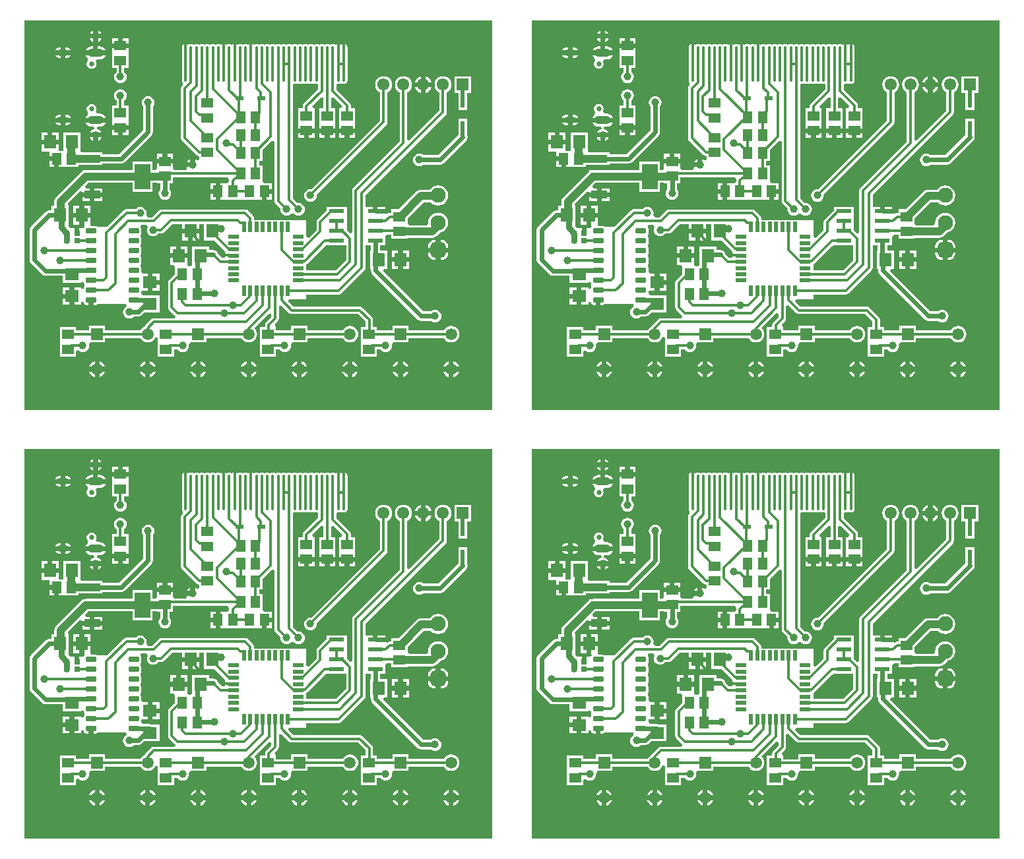
<source format=gbl>
G04*
G04 #@! TF.GenerationSoftware,Altium Limited,Altium Designer,25.1.2 (22)*
G04*
G04 Layer_Physical_Order=2*
G04 Layer_Color=16711680*
%FSLAX44Y44*%
%MOMM*%
G71*
G04*
G04 #@! TF.SameCoordinates,A930DEB4-3CD8-4DA0-A88C-A09D9B1332F7*
G04*
G04*
G04 #@! TF.FilePolarity,Positive*
G04*
G01*
G75*
%ADD12C,0.3000*%
%ADD13C,0.3500*%
%ADD14C,0.6000*%
%ADD15C,1.9500*%
G04:AMPARAMS|DCode=16|XSize=1.95mm|YSize=1.95mm|CornerRadius=0.4875mm|HoleSize=0mm|Usage=FLASHONLY|Rotation=90.000|XOffset=0mm|YOffset=0mm|HoleType=Round|Shape=RoundedRectangle|*
%AMROUNDEDRECTD16*
21,1,1.9500,0.9750,0,0,90.0*
21,1,0.9750,1.9500,0,0,90.0*
1,1,0.9750,0.4875,0.4875*
1,1,0.9750,0.4875,-0.4875*
1,1,0.9750,-0.4875,-0.4875*
1,1,0.9750,-0.4875,0.4875*
%
%ADD16ROUNDEDRECTD16*%
%ADD17O,2.1000X1.0500*%
%ADD18O,1.6000X0.8000*%
%ADD19C,0.6500*%
%ADD20R,1.5000X1.5000*%
%ADD21C,1.5000*%
%ADD22C,1.5500*%
%ADD23R,1.5500X1.5500*%
%ADD24C,1.0000*%
%ADD25R,1.6000X1.8000*%
%ADD26R,1.8000X1.6000*%
%ADD27R,1.5000X1.3000*%
%ADD28R,1.3000X1.5000*%
%ADD29R,2.0000X3.3000*%
%ADD30R,2.0000X1.0000*%
%ADD31R,0.8000X0.7000*%
G04:AMPARAMS|DCode=32|XSize=1.31mm|YSize=0.62mm|CornerRadius=0.0775mm|HoleSize=0mm|Usage=FLASHONLY|Rotation=360.000|XOffset=0mm|YOffset=0mm|HoleType=Round|Shape=RoundedRectangle|*
%AMROUNDEDRECTD32*
21,1,1.3100,0.4650,0,0,360.0*
21,1,1.1550,0.6200,0,0,360.0*
1,1,0.1550,0.5775,-0.2325*
1,1,0.1550,-0.5775,-0.2325*
1,1,0.1550,-0.5775,0.2325*
1,1,0.1550,0.5775,0.2325*
%
%ADD32ROUNDEDRECTD32*%
%ADD33R,1.9800X0.5300*%
%ADD34R,0.5080X1.4732*%
%ADD35R,1.4732X0.5080*%
G04:AMPARAMS|DCode=36|XSize=0.35mm|YSize=4.5mm|CornerRadius=0.0875mm|HoleSize=0mm|Usage=FLASHONLY|Rotation=360.000|XOffset=0mm|YOffset=0mm|HoleType=Round|Shape=RoundedRectangle|*
%AMROUNDEDRECTD36*
21,1,0.3500,4.3250,0,0,360.0*
21,1,0.1750,4.5000,0,0,360.0*
1,1,0.1750,0.0875,-2.1625*
1,1,0.1750,-0.0875,-2.1625*
1,1,0.1750,-0.0875,2.1625*
1,1,0.1750,0.0875,2.1625*
%
%ADD36ROUNDEDRECTD36*%
%ADD37R,1.0500X0.5500*%
%ADD38R,0.5500X1.0500*%
%ADD39C,1.0000*%
%ADD40C,0.8000*%
%ADD41C,0.5000*%
%ADD42C,0.2540*%
%ADD43C,0.5500*%
G36*
X1640840Y782790D02*
X1040130D01*
Y1283170D01*
X1640840D01*
Y782790D01*
D02*
G37*
G36*
X990130D02*
X389420D01*
Y1283170D01*
X990130D01*
Y782790D01*
D02*
G37*
G36*
X1640840Y232410D02*
X1040130D01*
Y732790D01*
X1640840D01*
Y232410D01*
D02*
G37*
G36*
X990130D02*
X389420D01*
Y732790D01*
X990130D01*
Y232410D01*
D02*
G37*
%LPC*%
G36*
X1134570Y1270267D02*
Y1265850D01*
X1138987D01*
X1138558Y1266885D01*
X1137276Y1268556D01*
X1135604Y1269838D01*
X1134570Y1270267D01*
D02*
G37*
G36*
X1128570D02*
X1127535Y1269838D01*
X1125864Y1268556D01*
X1124582Y1266885D01*
X1124154Y1265850D01*
X1128570D01*
Y1270267D01*
D02*
G37*
G36*
X1138987Y1259850D02*
X1134570D01*
Y1255434D01*
X1135604Y1255862D01*
X1137276Y1257144D01*
X1138558Y1258816D01*
X1138987Y1259850D01*
D02*
G37*
G36*
X1128570D02*
X1124154D01*
X1124582Y1258816D01*
X1125864Y1257144D01*
X1127535Y1255862D01*
X1128570Y1255434D01*
Y1259850D01*
D02*
G37*
G36*
X1173820Y1260260D02*
X1166320D01*
Y1253760D01*
X1173820D01*
Y1260260D01*
D02*
G37*
G36*
X1160320D02*
X1152820D01*
Y1253760D01*
X1160320D01*
Y1260260D01*
D02*
G37*
G36*
X1450805Y1252866D02*
X1449055D01*
X1447543Y1252565D01*
X1446430Y1251822D01*
X1445317Y1252565D01*
X1443805Y1252866D01*
X1442055D01*
X1440543Y1252565D01*
X1439430Y1251822D01*
X1438317Y1252565D01*
X1436805Y1252866D01*
X1435055D01*
X1433543Y1252565D01*
X1432430Y1251822D01*
X1431317Y1252565D01*
X1429805Y1252866D01*
X1428055D01*
X1426543Y1252565D01*
X1425430Y1251822D01*
X1424317Y1252565D01*
X1422805Y1252866D01*
X1421055D01*
X1419543Y1252565D01*
X1418430Y1251822D01*
X1417317Y1252565D01*
X1415805Y1252866D01*
X1414055D01*
X1412543Y1252565D01*
X1411430Y1251822D01*
X1410317Y1252565D01*
X1408805Y1252866D01*
X1407055D01*
X1405543Y1252565D01*
X1404430Y1251822D01*
X1403317Y1252565D01*
X1401805Y1252866D01*
X1400055D01*
X1398543Y1252565D01*
X1397430Y1251822D01*
X1396317Y1252565D01*
X1394805Y1252866D01*
X1393055D01*
X1391543Y1252565D01*
X1390430Y1251822D01*
X1389317Y1252565D01*
X1387805Y1252866D01*
X1386055D01*
X1384543Y1252565D01*
X1383430Y1251822D01*
X1382317Y1252565D01*
X1380805Y1252866D01*
X1379055D01*
X1377543Y1252565D01*
X1376430Y1251822D01*
X1375317Y1252565D01*
X1373805Y1252866D01*
X1372055D01*
X1370543Y1252565D01*
X1369430Y1251822D01*
X1368317Y1252565D01*
X1366805Y1252866D01*
X1365055D01*
X1363543Y1252565D01*
X1362430Y1251822D01*
X1361317Y1252565D01*
X1359805Y1252866D01*
X1358055D01*
X1356543Y1252565D01*
X1355430Y1251822D01*
X1354317Y1252565D01*
X1352805Y1252866D01*
X1351055D01*
X1349543Y1252565D01*
X1348430Y1251822D01*
X1347317Y1252565D01*
X1345805Y1252866D01*
X1344055D01*
X1342543Y1252565D01*
X1341430Y1251822D01*
X1340317Y1252565D01*
X1338805Y1252866D01*
X1337055D01*
X1335543Y1252565D01*
X1334430Y1251822D01*
X1333317Y1252565D01*
X1331805Y1252866D01*
X1330055D01*
X1328543Y1252565D01*
X1327430Y1251822D01*
X1326317Y1252565D01*
X1324805Y1252866D01*
X1323055D01*
X1321543Y1252565D01*
X1320430Y1251822D01*
X1319317Y1252565D01*
X1317805Y1252866D01*
X1316055D01*
X1314543Y1252565D01*
X1313430Y1251822D01*
X1312317Y1252565D01*
X1310805Y1252866D01*
X1309055D01*
X1307543Y1252565D01*
X1306430Y1251822D01*
X1305317Y1252565D01*
X1303805Y1252866D01*
X1302055D01*
X1300543Y1252565D01*
X1299430Y1251822D01*
X1298317Y1252565D01*
X1296805Y1252866D01*
X1295055D01*
X1293543Y1252565D01*
X1292430Y1251822D01*
X1291317Y1252565D01*
X1289805Y1252866D01*
X1288055D01*
X1286543Y1252565D01*
X1285430Y1251822D01*
X1284317Y1252565D01*
X1282805Y1252866D01*
X1281055D01*
X1279543Y1252565D01*
X1278430Y1251822D01*
X1277317Y1252565D01*
X1275805Y1252866D01*
X1274055D01*
X1272543Y1252565D01*
X1271430Y1251822D01*
X1270317Y1252565D01*
X1268805Y1252866D01*
X1267055D01*
X1265543Y1252565D01*
X1264430Y1251822D01*
X1263317Y1252565D01*
X1261805Y1252866D01*
X1260055D01*
X1258543Y1252565D01*
X1257430Y1251822D01*
X1256317Y1252565D01*
X1254805Y1252866D01*
X1253055D01*
X1251543Y1252565D01*
X1250430Y1251822D01*
X1249317Y1252565D01*
X1247805Y1252866D01*
X1246055D01*
X1244543Y1252565D01*
X1243261Y1251709D01*
X1242405Y1250427D01*
X1242104Y1248915D01*
Y1205665D01*
X1242405Y1204153D01*
X1243261Y1202871D01*
X1242981Y1199500D01*
X1242445Y1198965D01*
X1241396Y1197393D01*
X1241027Y1195540D01*
Y1132040D01*
X1241396Y1130187D01*
X1242445Y1128615D01*
X1260835Y1110226D01*
X1262407Y1109176D01*
X1264260Y1108807D01*
X1264580Y1108487D01*
X1264580Y1104677D01*
X1263000Y1103692D01*
X1262246Y1103518D01*
X1261736Y1103456D01*
X1260064Y1104738D01*
X1259030Y1105167D01*
Y1097750D01*
X1256030D01*
Y1094750D01*
X1248614D01*
X1248857Y1094163D01*
X1248235Y1092586D01*
X1247219Y1091163D01*
X1233346D01*
X1230970Y1092670D01*
X1230970Y1095670D01*
Y1099170D01*
X1209970D01*
Y1095670D01*
X1209970Y1092670D01*
X1207836Y1090579D01*
X1204760D01*
Y1102010D01*
X1178760D01*
Y1090579D01*
X1118870D01*
X1118346Y1090510D01*
X1114260D01*
Y1089056D01*
X1113164Y1088216D01*
X1080981Y1056032D01*
X1079699Y1054361D01*
X1078893Y1052415D01*
X1078618Y1050327D01*
Y1044980D01*
X1074820D01*
Y1039098D01*
X1071880D01*
X1069539Y1038632D01*
X1067554Y1037306D01*
X1048504Y1018256D01*
X1047178Y1016271D01*
X1046712Y1013930D01*
Y975830D01*
X1047178Y973489D01*
X1048504Y971504D01*
X1063134Y956874D01*
X1065119Y955548D01*
X1067460Y955083D01*
X1089090D01*
Y945810D01*
X1113090D01*
Y946705D01*
X1116036Y946835D01*
X1116329Y945362D01*
X1117163Y944113D01*
Y941507D01*
X1116329Y940258D01*
X1116036Y938785D01*
X1113090Y938915D01*
Y939810D01*
X1104090D01*
Y928810D01*
Y917810D01*
X1113090D01*
Y921305D01*
X1116036Y921435D01*
X1116329Y919962D01*
X1117163Y918714D01*
X1118412Y917879D01*
X1119885Y917586D01*
X1122660D01*
Y923760D01*
X1128660D01*
Y917586D01*
X1131435D01*
X1132908Y917879D01*
X1134157Y918714D01*
X1170615D01*
X1171211Y915714D01*
X1170715Y915508D01*
X1169044Y914226D01*
X1167762Y912555D01*
X1166956Y910609D01*
X1166681Y908520D01*
X1166956Y906432D01*
X1167762Y904486D01*
X1169044Y902814D01*
X1170715Y901532D01*
X1172662Y900726D01*
X1174750Y900451D01*
X1176838Y900726D01*
X1178784Y901532D01*
X1180456Y902814D01*
X1180727Y903168D01*
X1186555D01*
X1188896Y903634D01*
X1190881Y904960D01*
X1193571Y907650D01*
X1213420D01*
Y929650D01*
X1201954D01*
X1200810Y929878D01*
X1191739D01*
X1190051Y932567D01*
X1190041Y932751D01*
X1190172Y933573D01*
X1190284Y934135D01*
Y934273D01*
X1190504Y935650D01*
X1198420D01*
Y946650D01*
Y957650D01*
X1192968D01*
X1190284Y959535D01*
Y964185D01*
X1189991Y965658D01*
X1189157Y966907D01*
Y969513D01*
X1189991Y970762D01*
X1190284Y972235D01*
Y976885D01*
X1189991Y978358D01*
X1189157Y979607D01*
Y982214D01*
X1189991Y983462D01*
X1190284Y984935D01*
Y989585D01*
X1189991Y991058D01*
X1189157Y992307D01*
Y994913D01*
X1189991Y996162D01*
X1190284Y997635D01*
Y1002285D01*
X1189991Y1003758D01*
X1189157Y1005007D01*
Y1007614D01*
X1189991Y1008862D01*
X1190284Y1010335D01*
Y1014985D01*
X1189991Y1016458D01*
X1189283Y1017517D01*
X1189503Y1018523D01*
X1190350Y1020517D01*
X1196529D01*
X1197545Y1019094D01*
X1198167Y1017517D01*
X1197546Y1016019D01*
X1197271Y1013930D01*
X1197546Y1011842D01*
X1198352Y1009896D01*
X1199634Y1008224D01*
X1201305Y1006942D01*
X1203252Y1006136D01*
X1205340Y1005861D01*
X1207428Y1006136D01*
X1209374Y1006942D01*
X1211046Y1008224D01*
X1211861Y1009287D01*
X1215590D01*
X1217443Y1009656D01*
X1219015Y1010706D01*
X1230096Y1021787D01*
X1242460D01*
Y1015660D01*
X1264460D01*
Y1021787D01*
X1270460D01*
Y1000660D01*
X1284041D01*
X1297940Y986761D01*
Y977943D01*
X1293786D01*
X1288636Y983093D01*
X1288352Y984521D01*
X1287026Y986506D01*
X1285041Y987832D01*
X1282700Y988298D01*
X1277220D01*
Y992910D01*
X1255220D01*
Y968910D01*
X1254697Y968543D01*
X1252220Y967280D01*
X1252220D01*
X1249743Y968543D01*
X1249220Y968910D01*
X1249220Y970280D01*
Y977910D01*
X1227220D01*
Y968910D01*
X1230895D01*
X1233220Y967280D01*
X1233220Y965910D01*
Y956669D01*
X1225935Y949385D01*
X1224886Y947813D01*
X1224517Y945960D01*
Y914870D01*
X1224886Y913017D01*
X1225935Y911445D01*
X1233555Y903826D01*
X1233799Y903663D01*
X1232888Y900663D01*
X1206340D01*
X1206340Y900663D01*
X1204487Y900294D01*
X1202915Y899245D01*
X1194936Y891265D01*
X1193921Y889746D01*
X1193065Y889392D01*
X1190871Y887709D01*
X1189188Y885515D01*
X1189001Y885063D01*
X1143860D01*
Y890720D01*
X1122860D01*
Y885063D01*
X1106510D01*
Y889420D01*
X1085510D01*
Y873420D01*
X1085510Y870420D01*
X1085510Y867420D01*
Y851420D01*
X1106510D01*
Y858413D01*
X1108803Y859398D01*
X1109510Y859515D01*
X1111025Y858352D01*
X1112972Y857546D01*
X1115060Y857271D01*
X1117148Y857546D01*
X1119094Y858352D01*
X1120766Y859634D01*
X1122048Y861306D01*
X1122854Y863252D01*
X1123129Y865340D01*
X1122947Y866720D01*
X1124118Y868689D01*
X1125152Y869720D01*
X1143860D01*
Y875377D01*
X1189001D01*
X1189188Y874925D01*
X1190871Y872731D01*
X1193065Y871048D01*
X1195619Y869990D01*
X1198360Y869630D01*
X1201101Y869990D01*
X1203655Y871048D01*
X1205849Y872731D01*
X1207532Y874925D01*
X1208240Y876635D01*
X1211240Y876038D01*
X1211240Y870420D01*
X1211240Y867420D01*
Y851420D01*
X1232240D01*
Y860497D01*
X1236962D01*
X1237624Y859634D01*
X1239296Y858352D01*
X1241242Y857546D01*
X1243330Y857271D01*
X1245418Y857546D01*
X1247365Y858352D01*
X1249036Y859634D01*
X1250318Y861306D01*
X1251124Y863252D01*
X1251399Y865340D01*
X1251135Y867348D01*
X1251385Y867666D01*
X1251468Y867772D01*
X1253422Y869720D01*
X1255011Y869720D01*
X1273650D01*
Y875377D01*
X1318791D01*
X1318978Y874925D01*
X1320661Y872731D01*
X1322855Y871048D01*
X1325409Y869990D01*
X1328150Y869630D01*
X1330891Y869990D01*
X1333445Y871048D01*
X1335639Y872731D01*
X1337322Y874925D01*
X1338380Y877479D01*
X1338741Y880220D01*
X1338380Y882961D01*
X1337322Y885515D01*
X1335639Y887709D01*
X1335591Y888432D01*
X1354395Y907236D01*
X1357167Y906088D01*
Y902206D01*
X1350395Y895435D01*
X1349346Y893864D01*
X1348977Y892010D01*
Y889420D01*
X1342050D01*
Y873420D01*
X1342050Y870420D01*
X1342050Y867420D01*
Y851420D01*
X1363050D01*
Y860497D01*
X1367772D01*
X1368434Y859634D01*
X1370105Y858352D01*
X1372052Y857546D01*
X1374140Y857271D01*
X1376228Y857546D01*
X1378174Y858352D01*
X1379846Y859634D01*
X1381128Y861306D01*
X1381934Y863252D01*
X1382209Y865340D01*
X1382003Y866901D01*
X1383065Y868557D01*
X1384232Y869720D01*
X1403440D01*
Y875377D01*
X1448581D01*
X1448768Y874925D01*
X1450451Y872731D01*
X1452645Y871048D01*
X1455199Y869990D01*
X1457940Y869630D01*
X1460681Y869990D01*
X1463235Y871048D01*
X1465429Y872731D01*
X1467112Y874925D01*
X1468170Y877479D01*
X1468531Y880220D01*
X1468170Y882961D01*
X1467112Y885515D01*
X1465429Y887709D01*
X1463235Y889392D01*
X1460681Y890450D01*
X1457940Y890811D01*
X1455199Y890450D01*
X1452645Y889392D01*
X1450451Y887709D01*
X1448768Y885515D01*
X1448581Y885063D01*
X1403440D01*
Y890720D01*
X1382440D01*
Y884763D01*
X1363050D01*
Y889420D01*
X1362322D01*
X1361079Y892420D01*
X1365435Y896776D01*
X1365435Y896776D01*
X1366484Y898347D01*
X1366853Y900200D01*
Y916468D01*
X1369625Y917616D01*
X1379837Y907404D01*
X1381408Y906354D01*
X1383262Y905985D01*
X1468495D01*
X1477735Y896746D01*
Y889420D01*
X1471590D01*
Y873420D01*
X1471590Y870420D01*
X1471590Y867420D01*
Y851420D01*
X1492590D01*
Y860497D01*
X1497312D01*
X1497974Y859634D01*
X1499646Y858352D01*
X1501592Y857546D01*
X1503680Y857271D01*
X1505768Y857546D01*
X1507715Y858352D01*
X1509386Y859634D01*
X1510668Y861306D01*
X1511474Y863252D01*
X1511749Y865340D01*
X1511529Y867010D01*
X1512495Y868447D01*
X1513772Y869720D01*
X1533230D01*
Y875377D01*
X1578371D01*
X1578558Y874925D01*
X1580241Y872731D01*
X1582435Y871048D01*
X1584989Y869990D01*
X1587730Y869630D01*
X1590471Y869990D01*
X1593025Y871048D01*
X1595219Y872731D01*
X1596902Y874925D01*
X1597960Y877479D01*
X1598321Y880220D01*
X1597960Y882961D01*
X1596902Y885515D01*
X1595219Y887709D01*
X1593025Y889392D01*
X1590471Y890450D01*
X1587730Y890811D01*
X1584989Y890450D01*
X1582435Y889392D01*
X1580241Y887709D01*
X1578558Y885515D01*
X1578371Y885063D01*
X1533230D01*
Y890720D01*
X1512230D01*
Y885063D01*
X1492590D01*
Y889420D01*
X1487421D01*
Y898752D01*
X1487053Y900605D01*
X1486003Y902176D01*
X1473926Y914253D01*
X1472355Y915303D01*
X1470502Y915672D01*
X1385268D01*
X1378681Y922259D01*
X1379829Y925030D01*
X1402080D01*
Y931109D01*
X1443482D01*
X1445335Y931478D01*
X1446907Y932527D01*
X1476625Y962245D01*
X1477674Y963817D01*
X1478043Y965670D01*
Y994310D01*
X1484252D01*
Y987830D01*
X1483760D01*
Y963830D01*
X1484863D01*
Y961860D01*
X1485328Y959519D01*
X1486654Y957534D01*
X1545074Y899114D01*
X1547059Y897788D01*
X1549400Y897323D01*
X1562011D01*
X1563145Y896452D01*
X1565092Y895646D01*
X1567180Y895371D01*
X1569268Y895646D01*
X1571214Y896452D01*
X1572886Y897735D01*
X1574168Y899406D01*
X1574974Y901352D01*
X1575249Y903440D01*
X1574974Y905528D01*
X1574168Y907475D01*
X1572886Y909146D01*
X1571214Y910428D01*
X1569268Y911234D01*
X1567180Y911509D01*
X1565092Y911234D01*
X1563145Y910428D01*
X1562011Y909558D01*
X1551934D01*
X1500433Y961059D01*
X1501581Y963830D01*
X1505760D01*
Y987830D01*
X1496487D01*
Y994310D01*
X1503130D01*
Y1005610D01*
X1505045Y1007817D01*
X1510960D01*
Y1002550D01*
X1531960D01*
Y1003981D01*
X1563732D01*
X1565820Y1004256D01*
X1567767Y1005062D01*
X1569438Y1006344D01*
X1574011Y1010918D01*
X1574318Y1010958D01*
X1577420Y1012243D01*
X1580083Y1014287D01*
X1582127Y1016950D01*
X1583412Y1020052D01*
X1583850Y1023380D01*
X1583412Y1026709D01*
X1582127Y1029810D01*
X1580083Y1032474D01*
X1577420Y1034517D01*
X1574318Y1035802D01*
X1570990Y1036240D01*
X1567662Y1035802D01*
X1564560Y1034517D01*
X1561897Y1032474D01*
X1559853Y1029810D01*
X1558568Y1026709D01*
X1558130Y1023380D01*
X1558262Y1022375D01*
X1556284Y1020119D01*
X1534367D01*
X1531960Y1021550D01*
Y1029139D01*
X1552572Y1049751D01*
X1561540D01*
X1561897Y1049287D01*
X1564560Y1047243D01*
X1567662Y1045958D01*
X1570990Y1045520D01*
X1574318Y1045958D01*
X1577420Y1047243D01*
X1580083Y1049287D01*
X1582127Y1051950D01*
X1583412Y1055052D01*
X1583850Y1058380D01*
X1583412Y1061709D01*
X1582127Y1064810D01*
X1580083Y1067474D01*
X1577420Y1069517D01*
X1574318Y1070802D01*
X1570990Y1071240D01*
X1567662Y1070802D01*
X1564560Y1069517D01*
X1561897Y1067474D01*
X1560681Y1065889D01*
X1549230D01*
X1547142Y1065614D01*
X1545195Y1064808D01*
X1543524Y1063526D01*
X1520549Y1040550D01*
X1510960D01*
Y1035893D01*
X1509370D01*
X1507517Y1035525D01*
X1506130Y1034598D01*
X1505381Y1034761D01*
X1504790Y1035060D01*
X1490230D01*
Y1038060D01*
X1487230D01*
Y1043710D01*
X1478043D01*
Y1058914D01*
X1580764Y1161636D01*
X1580765Y1161636D01*
X1581814Y1163207D01*
X1582183Y1165060D01*
X1582183Y1165060D01*
Y1190991D01*
X1582761Y1191230D01*
X1585007Y1192953D01*
X1586730Y1195199D01*
X1587813Y1197814D01*
X1588183Y1200620D01*
X1587813Y1203426D01*
X1586730Y1206041D01*
X1585007Y1208287D01*
X1582761Y1210010D01*
X1580146Y1211093D01*
X1577340Y1211463D01*
X1574534Y1211093D01*
X1571919Y1210010D01*
X1569673Y1208287D01*
X1567950Y1206041D01*
X1566867Y1203426D01*
X1566497Y1200620D01*
X1566867Y1197814D01*
X1567950Y1195199D01*
X1569673Y1192953D01*
X1571919Y1191230D01*
X1572497Y1190991D01*
Y1167066D01*
X1534155Y1128724D01*
X1531383Y1129872D01*
Y1190991D01*
X1531961Y1191230D01*
X1534207Y1192953D01*
X1535930Y1195199D01*
X1537013Y1197814D01*
X1537383Y1200620D01*
X1537013Y1203426D01*
X1535930Y1206041D01*
X1534207Y1208287D01*
X1531961Y1210010D01*
X1529346Y1211093D01*
X1526540Y1211463D01*
X1523734Y1211093D01*
X1521119Y1210010D01*
X1518873Y1208287D01*
X1517150Y1206041D01*
X1516067Y1203426D01*
X1515697Y1200620D01*
X1516067Y1197814D01*
X1517150Y1195199D01*
X1518873Y1192953D01*
X1521119Y1191230D01*
X1521697Y1190991D01*
Y1127696D01*
X1462155Y1068155D01*
X1461106Y1066583D01*
X1460737Y1064730D01*
Y1010872D01*
X1457965Y1009724D01*
X1453830Y1013859D01*
Y1018310D01*
X1453830D01*
Y1019710D01*
X1453830D01*
Y1031010D01*
X1453830Y1031010D01*
Y1032410D01*
X1453830D01*
X1453830Y1034010D01*
Y1043710D01*
X1428030D01*
Y1039259D01*
X1416435Y1027665D01*
X1415386Y1026094D01*
X1415017Y1024240D01*
Y1014013D01*
X1404852Y1003848D01*
X1402080Y1004996D01*
Y1026630D01*
X1334853D01*
Y1028850D01*
X1334484Y1030704D01*
X1333434Y1032275D01*
X1326765Y1038945D01*
X1325193Y1039995D01*
X1323340Y1040363D01*
X1323340Y1040363D01*
X1216660D01*
X1214807Y1039995D01*
X1213235Y1038945D01*
X1213235Y1038945D01*
X1204494Y1030203D01*
X1198475D01*
X1196549Y1033203D01*
X1196644Y1033432D01*
X1196919Y1035520D01*
X1196644Y1037608D01*
X1195838Y1039555D01*
X1194556Y1041226D01*
X1192885Y1042508D01*
X1190938Y1043314D01*
X1188850Y1043589D01*
X1186762Y1043314D01*
X1184816Y1042508D01*
X1183144Y1041226D01*
X1183019Y1041063D01*
X1171640D01*
X1169787Y1040694D01*
X1168215Y1039645D01*
X1146311Y1017740D01*
X1134190D01*
X1134157Y1017707D01*
X1132908Y1018541D01*
X1131435Y1018834D01*
X1126881D01*
X1124820Y1020980D01*
X1124820Y1021834D01*
Y1029980D01*
X1116820D01*
Y1020461D01*
X1117572Y1017980D01*
X1117163Y1017707D01*
X1117128Y1017654D01*
X1114590Y1016540D01*
X1114590Y1016540D01*
X1110590D01*
Y1010040D01*
X1104590D01*
Y1016540D01*
X1099016D01*
X1096696Y1018969D01*
X1096820Y1020980D01*
X1096820D01*
Y1044980D01*
X1096820D01*
X1095751Y1047980D01*
X1111488Y1063717D01*
X1114260Y1062569D01*
Y1062510D01*
X1124260D01*
Y1067510D01*
X1119201D01*
X1118053Y1070282D01*
X1122212Y1074441D01*
X1178760D01*
Y1063010D01*
X1204760D01*
Y1074441D01*
X1209970D01*
Y1073670D01*
X1214352D01*
Y1066089D01*
X1213482Y1064955D01*
X1212676Y1063008D01*
X1212401Y1060920D01*
X1212676Y1058832D01*
X1213482Y1056886D01*
X1214764Y1055214D01*
X1216435Y1053932D01*
X1218382Y1053126D01*
X1220470Y1052851D01*
X1222558Y1053126D01*
X1224504Y1053932D01*
X1226176Y1055214D01*
X1227458Y1056886D01*
X1228264Y1058832D01*
X1228539Y1060920D01*
X1228264Y1063008D01*
X1227458Y1064955D01*
X1226588Y1066089D01*
Y1073670D01*
X1230970D01*
Y1081477D01*
X1301037D01*
X1302033Y1080179D01*
X1302869Y1078477D01*
X1302597Y1077110D01*
Y1076081D01*
X1300476Y1073960D01*
X1297940Y1073960D01*
X1294940Y1073960D01*
X1291440D01*
Y1052960D01*
X1294940D01*
X1297940Y1052960D01*
X1300940Y1052960D01*
X1316940D01*
Y1052960D01*
X1319580D01*
Y1052960D01*
X1335580D01*
X1338580Y1052960D01*
X1341580Y1052960D01*
X1345080D01*
Y1063460D01*
X1348080D01*
Y1066460D01*
X1357580D01*
Y1073960D01*
X1348380D01*
X1346150Y1075820D01*
X1346150Y1076960D01*
Y1096820D01*
X1341493D01*
Y1102490D01*
X1346150D01*
Y1116641D01*
X1358087Y1128578D01*
X1361087Y1127335D01*
Y1051350D01*
X1361456Y1049497D01*
X1362505Y1047926D01*
X1368753Y1041678D01*
X1368611Y1040600D01*
X1368886Y1038512D01*
X1369692Y1036566D01*
X1370974Y1034894D01*
X1372646Y1033612D01*
X1374592Y1032806D01*
X1376680Y1032531D01*
X1378768Y1032806D01*
X1380715Y1033612D01*
X1382386Y1034894D01*
X1382478Y1035015D01*
X1386122D01*
X1386214Y1034894D01*
X1387885Y1033612D01*
X1389832Y1032806D01*
X1391920Y1032531D01*
X1394008Y1032806D01*
X1395954Y1033612D01*
X1397626Y1034894D01*
X1398908Y1036566D01*
X1399714Y1038512D01*
X1399989Y1040600D01*
X1399714Y1042689D01*
X1398908Y1044635D01*
X1397626Y1046306D01*
X1395954Y1047588D01*
X1394008Y1048394D01*
X1391920Y1048669D01*
X1390842Y1048527D01*
X1384773Y1054596D01*
Y1200662D01*
X1386055Y1201714D01*
X1387805D01*
X1389317Y1202015D01*
X1390430Y1202759D01*
X1391543Y1202015D01*
X1393055Y1201714D01*
X1394805D01*
X1396317Y1202015D01*
X1397430Y1202759D01*
X1398543Y1202015D01*
X1400055Y1201714D01*
X1401805D01*
X1403317Y1202015D01*
X1404430Y1202759D01*
X1405543Y1202015D01*
X1407055Y1201714D01*
X1408805D01*
X1410317Y1202015D01*
X1411430Y1202759D01*
X1412543Y1202015D01*
X1414055Y1201714D01*
X1415805D01*
X1417087Y1200662D01*
Y1194536D01*
X1398655Y1176105D01*
X1397606Y1174533D01*
X1397237Y1172680D01*
Y1170090D01*
X1391580D01*
Y1154090D01*
X1391580Y1151090D01*
X1391580Y1148090D01*
Y1144590D01*
X1412580D01*
Y1148090D01*
X1412580Y1151090D01*
X1412580Y1154090D01*
Y1170090D01*
X1410582D01*
X1409339Y1173090D01*
X1421315Y1185066D01*
X1424087Y1183918D01*
Y1170090D01*
X1418250D01*
Y1154090D01*
X1418250Y1151090D01*
X1418250Y1148090D01*
Y1144590D01*
X1439250D01*
Y1148090D01*
X1439250Y1151090D01*
X1439250Y1154090D01*
Y1170090D01*
X1433773D01*
Y1183558D01*
X1436545Y1184706D01*
X1448161Y1173090D01*
X1446918Y1170090D01*
X1443650D01*
Y1154090D01*
X1443650Y1151090D01*
X1443650Y1148090D01*
Y1144590D01*
X1464650D01*
Y1148090D01*
X1464650Y1151090D01*
X1464650Y1154090D01*
Y1170090D01*
X1458993D01*
Y1173950D01*
X1458624Y1175804D01*
X1457575Y1177375D01*
X1440773Y1194176D01*
Y1200662D01*
X1442055Y1201714D01*
X1443805D01*
X1445317Y1202015D01*
X1446430Y1202759D01*
X1447543Y1202015D01*
X1449055Y1201714D01*
X1450805D01*
X1452317Y1202015D01*
X1453599Y1202871D01*
X1454455Y1204153D01*
X1454756Y1205665D01*
Y1248915D01*
X1454455Y1250427D01*
X1453599Y1251709D01*
X1452317Y1252565D01*
X1450805Y1252866D01*
D02*
G37*
G36*
X1093690Y1248650D02*
X1092690D01*
Y1244590D01*
X1100024D01*
X1099805Y1245120D01*
X1098682Y1246582D01*
X1097220Y1247704D01*
X1095517Y1248410D01*
X1093690Y1248650D01*
D02*
G37*
G36*
X1086690D02*
X1085690D01*
X1083863Y1248410D01*
X1082160Y1247704D01*
X1080698Y1246582D01*
X1079576Y1245120D01*
X1079356Y1244590D01*
X1086690D01*
Y1248650D01*
D02*
G37*
G36*
X1136740Y1249911D02*
X1134490D01*
Y1244590D01*
X1144427D01*
X1143946Y1245751D01*
X1142624Y1247474D01*
X1140901Y1248796D01*
X1138894Y1249628D01*
X1136740Y1249911D01*
D02*
G37*
G36*
X1128490D02*
X1126240D01*
X1124086Y1249628D01*
X1122079Y1248796D01*
X1120356Y1247474D01*
X1119034Y1245751D01*
X1118553Y1244590D01*
X1128490D01*
Y1249911D01*
D02*
G37*
G36*
X1100024Y1238590D02*
X1092690D01*
Y1234530D01*
X1093690D01*
X1095517Y1234770D01*
X1097220Y1235476D01*
X1098682Y1236598D01*
X1099805Y1238060D01*
X1100024Y1238590D01*
D02*
G37*
G36*
X1086690D02*
X1079356D01*
X1079576Y1238060D01*
X1080698Y1236598D01*
X1082160Y1235476D01*
X1083863Y1234770D01*
X1085690Y1234530D01*
X1086690D01*
Y1238590D01*
D02*
G37*
G36*
X1144427Y1238590D02*
X1118553D01*
X1119034Y1237430D01*
X1120356Y1235706D01*
X1121324Y1234963D01*
X1121828Y1232544D01*
X1121659Y1231310D01*
X1120603Y1229729D01*
X1120117Y1227290D01*
X1120603Y1224851D01*
X1121984Y1222784D01*
X1124051Y1221403D01*
X1126490Y1220918D01*
X1128929Y1221403D01*
X1130996Y1222784D01*
X1132377Y1224851D01*
X1132862Y1227290D01*
X1132377Y1229729D01*
X1132017Y1230269D01*
X1133620Y1233269D01*
X1136740D01*
X1138894Y1233552D01*
X1140901Y1234384D01*
X1142624Y1235706D01*
X1143946Y1237430D01*
X1144427Y1238590D01*
D02*
G37*
G36*
X1554940Y1211013D02*
Y1203620D01*
X1562333D01*
X1561330Y1206041D01*
X1559607Y1208287D01*
X1557361Y1210010D01*
X1554940Y1211013D01*
D02*
G37*
G36*
X1548940D02*
X1546519Y1210010D01*
X1544273Y1208287D01*
X1542550Y1206041D01*
X1541547Y1203620D01*
X1548940D01*
Y1211013D01*
D02*
G37*
G36*
X1173820Y1247760D02*
X1152820D01*
Y1244260D01*
X1152820Y1241260D01*
X1152820Y1238260D01*
Y1222260D01*
X1158477D01*
Y1217148D01*
X1157614Y1216486D01*
X1156332Y1214815D01*
X1155526Y1212868D01*
X1155251Y1210780D01*
X1155526Y1208692D01*
X1156332Y1206746D01*
X1157614Y1205074D01*
X1159286Y1203792D01*
X1161232Y1202986D01*
X1163320Y1202711D01*
X1165408Y1202986D01*
X1167355Y1203792D01*
X1169026Y1205074D01*
X1170308Y1206746D01*
X1171114Y1208692D01*
X1171389Y1210780D01*
X1171114Y1212868D01*
X1170308Y1214815D01*
X1169026Y1216486D01*
X1168163Y1217148D01*
Y1222260D01*
X1173820D01*
Y1238260D01*
X1173820Y1241260D01*
X1173820Y1244260D01*
Y1247760D01*
D02*
G37*
G36*
X1562333Y1197620D02*
X1554940D01*
Y1190227D01*
X1557361Y1191230D01*
X1559607Y1192953D01*
X1561330Y1195199D01*
X1562333Y1197620D01*
D02*
G37*
G36*
X1548940D02*
X1541547D01*
X1542550Y1195199D01*
X1544273Y1192953D01*
X1546519Y1191230D01*
X1548940Y1190227D01*
Y1197620D01*
D02*
G37*
G36*
X1613490Y1211370D02*
X1591990D01*
Y1189870D01*
X1596877D01*
Y1176520D01*
X1596990Y1175954D01*
Y1168270D01*
X1608490D01*
Y1175954D01*
X1608603Y1176520D01*
Y1189870D01*
X1613490D01*
Y1211370D01*
D02*
G37*
G36*
X1093690Y1162251D02*
X1092690D01*
Y1158190D01*
X1100024D01*
X1099805Y1158720D01*
X1098682Y1160182D01*
X1097220Y1161304D01*
X1095517Y1162010D01*
X1093690Y1162251D01*
D02*
G37*
G36*
X1086690D02*
X1085690D01*
X1083863Y1162010D01*
X1082160Y1161304D01*
X1080698Y1160182D01*
X1079576Y1158720D01*
X1079356Y1158190D01*
X1086690D01*
Y1162251D01*
D02*
G37*
G36*
X1126490Y1175863D02*
X1124051Y1175378D01*
X1121984Y1173996D01*
X1120603Y1171929D01*
X1120117Y1169490D01*
X1120603Y1167051D01*
X1121659Y1165470D01*
X1121828Y1164236D01*
X1121324Y1161817D01*
X1120356Y1161074D01*
X1119034Y1159351D01*
X1118553Y1158190D01*
X1144427D01*
X1143946Y1159351D01*
X1142624Y1161074D01*
X1140901Y1162396D01*
X1138894Y1163228D01*
X1136740Y1163511D01*
X1133620D01*
X1132017Y1166511D01*
X1132377Y1167051D01*
X1132862Y1169490D01*
X1132377Y1171929D01*
X1130996Y1173996D01*
X1128929Y1175378D01*
X1126490Y1175863D01*
D02*
G37*
G36*
X1163320Y1194719D02*
X1161232Y1194444D01*
X1159286Y1193638D01*
X1157614Y1192356D01*
X1156332Y1190685D01*
X1155526Y1188738D01*
X1155251Y1186650D01*
X1155526Y1184562D01*
X1156332Y1182616D01*
X1157614Y1180945D01*
X1158477Y1180283D01*
Y1173900D01*
X1152820D01*
Y1157900D01*
X1152820Y1154900D01*
X1152820Y1151900D01*
Y1148400D01*
X1173820D01*
Y1151900D01*
X1173820Y1154900D01*
X1173820Y1157900D01*
Y1173900D01*
X1168163D01*
Y1180283D01*
X1169026Y1180945D01*
X1170308Y1182616D01*
X1171114Y1184562D01*
X1171389Y1186650D01*
X1171114Y1188738D01*
X1170308Y1190685D01*
X1169026Y1192356D01*
X1167355Y1193638D01*
X1165408Y1194444D01*
X1163320Y1194719D01*
D02*
G37*
G36*
X1100024Y1152190D02*
X1092690D01*
Y1148130D01*
X1093690D01*
X1095517Y1148370D01*
X1097220Y1149076D01*
X1098682Y1150198D01*
X1099805Y1151660D01*
X1100024Y1152190D01*
D02*
G37*
G36*
X1086690D02*
X1079356D01*
X1079576Y1151660D01*
X1080698Y1150198D01*
X1082160Y1149076D01*
X1083863Y1148370D01*
X1085690Y1148130D01*
X1086690D01*
Y1152190D01*
D02*
G37*
G36*
X1144427Y1152190D02*
X1118553D01*
X1119034Y1151030D01*
X1120356Y1149306D01*
X1122079Y1147984D01*
X1124086Y1147152D01*
X1126240Y1146869D01*
X1129140D01*
X1129898Y1143869D01*
X1129482Y1143644D01*
X1129387Y1143605D01*
X1129148Y1143506D01*
X1127535Y1142838D01*
X1125864Y1141556D01*
X1124582Y1139885D01*
X1124154Y1138850D01*
X1138987D01*
X1138558Y1139885D01*
X1137276Y1141556D01*
X1135604Y1142838D01*
X1133992Y1143506D01*
X1133753Y1143605D01*
X1133658Y1143644D01*
X1133242Y1143869D01*
X1134000Y1146869D01*
X1136740D01*
X1138894Y1147152D01*
X1140901Y1147984D01*
X1142624Y1149306D01*
X1143946Y1151030D01*
X1144427Y1152190D01*
D02*
G37*
G36*
X1173820Y1142400D02*
X1166320D01*
Y1135900D01*
X1173820D01*
Y1142400D01*
D02*
G37*
G36*
X1160320D02*
X1152820D01*
Y1135900D01*
X1160320D01*
Y1142400D01*
D02*
G37*
G36*
X1439250Y1138590D02*
X1431750D01*
Y1132090D01*
X1439250D01*
Y1138590D01*
D02*
G37*
G36*
X1425750D02*
X1418250D01*
Y1132090D01*
X1425750D01*
Y1138590D01*
D02*
G37*
G36*
X1464650D02*
X1457150D01*
Y1132090D01*
X1464650D01*
Y1138590D01*
D02*
G37*
G36*
X1451150D02*
X1443650D01*
Y1132090D01*
X1451150D01*
Y1138590D01*
D02*
G37*
G36*
X1412580D02*
X1405080D01*
Y1132090D01*
X1412580D01*
Y1138590D01*
D02*
G37*
G36*
X1399080D02*
X1391580D01*
Y1132090D01*
X1399080D01*
Y1138590D01*
D02*
G37*
G36*
X1084120Y1138960D02*
X1076120D01*
Y1129960D01*
X1084120D01*
Y1138960D01*
D02*
G37*
G36*
X1070120D02*
X1062120D01*
Y1129960D01*
X1070120D01*
Y1138960D01*
D02*
G37*
G36*
X1138987Y1132850D02*
X1134570D01*
Y1128434D01*
X1135604Y1128862D01*
X1137276Y1130145D01*
X1138558Y1131816D01*
X1138987Y1132850D01*
D02*
G37*
G36*
X1128570D02*
X1124154D01*
X1124582Y1131816D01*
X1125864Y1130145D01*
X1127535Y1128862D01*
X1128570Y1128434D01*
Y1132850D01*
D02*
G37*
G36*
X1198880Y1185829D02*
X1196792Y1185554D01*
X1194846Y1184748D01*
X1193174Y1183466D01*
X1191892Y1181795D01*
X1191086Y1179848D01*
X1190811Y1177760D01*
X1191086Y1175672D01*
X1191892Y1173726D01*
X1192763Y1172591D01*
Y1142194D01*
X1162196Y1111628D01*
X1140260D01*
Y1113510D01*
X1127784D01*
X1127260Y1113579D01*
X1114548D01*
X1112120Y1114960D01*
Y1138960D01*
X1090120D01*
Y1117625D01*
X1090120Y1115870D01*
X1088307Y1115870D01*
X1084120D01*
Y1123960D01*
X1062120D01*
Y1114960D01*
X1071930D01*
Y1108370D01*
X1081430D01*
Y1105370D01*
X1084430D01*
Y1094870D01*
X1087930D01*
X1090930Y1094870D01*
Y1094870D01*
X1090930D01*
Y1094870D01*
X1109930D01*
Y1097441D01*
X1127260D01*
X1127784Y1097510D01*
X1140260D01*
Y1099393D01*
X1164730D01*
X1167071Y1099858D01*
X1169056Y1101184D01*
X1203206Y1135334D01*
X1204532Y1137319D01*
X1204997Y1139660D01*
Y1172591D01*
X1205868Y1173726D01*
X1206674Y1175672D01*
X1206949Y1177760D01*
X1206674Y1179848D01*
X1205868Y1181795D01*
X1204586Y1183466D01*
X1202915Y1184748D01*
X1200968Y1185554D01*
X1198880Y1185829D01*
D02*
G37*
G36*
X1608490Y1156770D02*
X1596990D01*
Y1140270D01*
X1597132D01*
Y1136354D01*
X1570996Y1110218D01*
X1552029D01*
X1550894Y1111088D01*
X1548948Y1111894D01*
X1546860Y1112169D01*
X1544772Y1111894D01*
X1542825Y1111088D01*
X1541154Y1109806D01*
X1539872Y1108135D01*
X1539066Y1106189D01*
X1538791Y1104100D01*
X1539066Y1102012D01*
X1539872Y1100066D01*
X1541154Y1098394D01*
X1542825Y1097112D01*
X1544772Y1096306D01*
X1546860Y1096031D01*
X1548948Y1096306D01*
X1550894Y1097112D01*
X1552029Y1097983D01*
X1573530D01*
X1575871Y1098448D01*
X1577856Y1099774D01*
X1607066Y1128984D01*
X1608392Y1130969D01*
X1608858Y1133310D01*
X1608392Y1135651D01*
X1608348Y1135717D01*
Y1140270D01*
X1608490D01*
Y1156770D01*
D02*
G37*
G36*
X1230970Y1111670D02*
X1223470D01*
Y1105170D01*
X1230970D01*
Y1111670D01*
D02*
G37*
G36*
X1217470D02*
X1209970D01*
Y1105170D01*
X1217470D01*
Y1111670D01*
D02*
G37*
G36*
X1253030Y1105167D02*
X1251995Y1104738D01*
X1250324Y1103456D01*
X1249042Y1101785D01*
X1248614Y1100750D01*
X1253030D01*
Y1105167D01*
D02*
G37*
G36*
X1078430Y1102370D02*
X1071930D01*
Y1094870D01*
X1078430D01*
Y1102370D01*
D02*
G37*
G36*
X1285440Y1073960D02*
X1278940D01*
Y1066460D01*
X1285440D01*
Y1073960D01*
D02*
G37*
G36*
X1501140Y1211463D02*
X1498334Y1211093D01*
X1495719Y1210010D01*
X1493473Y1208287D01*
X1491750Y1206041D01*
X1490667Y1203426D01*
X1490297Y1200620D01*
X1490667Y1197814D01*
X1491750Y1195199D01*
X1493473Y1192953D01*
X1495719Y1191230D01*
X1496297Y1190991D01*
Y1154366D01*
X1408238Y1066307D01*
X1407160Y1066449D01*
X1405072Y1066174D01*
X1403125Y1065368D01*
X1401454Y1064086D01*
X1400172Y1062415D01*
X1399366Y1060469D01*
X1399091Y1058380D01*
X1399366Y1056292D01*
X1400172Y1054346D01*
X1401454Y1052674D01*
X1403125Y1051392D01*
X1405072Y1050586D01*
X1407160Y1050311D01*
X1409248Y1050586D01*
X1411194Y1051392D01*
X1412866Y1052674D01*
X1414148Y1054346D01*
X1414954Y1056292D01*
X1415229Y1058380D01*
X1415087Y1059458D01*
X1504565Y1148935D01*
X1505614Y1150507D01*
X1505983Y1152360D01*
Y1190991D01*
X1506561Y1191230D01*
X1508807Y1192953D01*
X1510530Y1195199D01*
X1511613Y1197814D01*
X1511983Y1200620D01*
X1511613Y1203426D01*
X1510530Y1206041D01*
X1508807Y1208287D01*
X1506561Y1210010D01*
X1503946Y1211093D01*
X1501140Y1211463D01*
D02*
G37*
G36*
X1140260Y1067510D02*
X1130260D01*
Y1062510D01*
X1140260D01*
Y1067510D01*
D02*
G37*
G36*
X1357580Y1060460D02*
X1351080D01*
Y1052960D01*
X1357580D01*
Y1060460D01*
D02*
G37*
G36*
X1285440D02*
X1278940D01*
Y1052960D01*
X1285440D01*
Y1060460D01*
D02*
G37*
G36*
X1140260Y1056510D02*
X1130260D01*
Y1051510D01*
X1140260D01*
Y1056510D01*
D02*
G37*
G36*
X1124260D02*
X1114260D01*
Y1051510D01*
X1124260D01*
Y1056510D01*
D02*
G37*
G36*
X1503130Y1043710D02*
X1493230D01*
Y1041060D01*
X1503130D01*
Y1043710D01*
D02*
G37*
G36*
X1124820Y1044980D02*
X1116820D01*
Y1035980D01*
X1124820D01*
Y1044980D01*
D02*
G37*
G36*
X1110820D02*
X1102820D01*
Y1035980D01*
X1110820D01*
Y1044980D01*
D02*
G37*
G36*
Y1029980D02*
X1102820D01*
Y1020980D01*
X1110820D01*
Y1029980D01*
D02*
G37*
G36*
X1264460Y1009660D02*
X1256460D01*
Y1000660D01*
X1264460D01*
Y1009660D01*
D02*
G37*
G36*
X1250460D02*
X1242460D01*
Y1000660D01*
X1250460D01*
Y1009660D01*
D02*
G37*
G36*
X1575865Y1001198D02*
X1573990D01*
Y991380D01*
X1583808D01*
Y993255D01*
X1583537Y995311D01*
X1582744Y997227D01*
X1581481Y998872D01*
X1579836Y1000134D01*
X1577921Y1000927D01*
X1575865Y1001198D01*
D02*
G37*
G36*
X1567990D02*
X1566115D01*
X1564059Y1000927D01*
X1562144Y1000134D01*
X1560499Y998872D01*
X1559236Y997227D01*
X1558443Y995311D01*
X1558172Y993255D01*
Y991380D01*
X1567990D01*
Y1001198D01*
D02*
G37*
G36*
X1249220Y992910D02*
X1241220D01*
Y983910D01*
X1249220D01*
Y992910D01*
D02*
G37*
G36*
X1235220D02*
X1227220D01*
Y983910D01*
X1235220D01*
Y992910D01*
D02*
G37*
G36*
X1533760Y987830D02*
X1525760D01*
Y978830D01*
X1533760D01*
Y987830D01*
D02*
G37*
G36*
X1519760D02*
X1511760D01*
Y978830D01*
X1519760D01*
Y987830D01*
D02*
G37*
G36*
X1583808Y985380D02*
X1573990D01*
Y975562D01*
X1575865D01*
X1577921Y975833D01*
X1579836Y976626D01*
X1581481Y977889D01*
X1582744Y979534D01*
X1583537Y981449D01*
X1583808Y983505D01*
Y985380D01*
D02*
G37*
G36*
X1567990D02*
X1558172D01*
Y983505D01*
X1558443Y981449D01*
X1559236Y979534D01*
X1560499Y977889D01*
X1562144Y976626D01*
X1564059Y975833D01*
X1566115Y975562D01*
X1567990D01*
Y985380D01*
D02*
G37*
G36*
X1533760Y972830D02*
X1525760D01*
Y963830D01*
X1533760D01*
Y972830D01*
D02*
G37*
G36*
X1519760D02*
X1511760D01*
Y963830D01*
X1519760D01*
Y972830D01*
D02*
G37*
G36*
X1213420Y957650D02*
X1204420D01*
Y949650D01*
X1213420D01*
Y957650D01*
D02*
G37*
G36*
Y943650D02*
X1204420D01*
Y935650D01*
X1213420D01*
Y943650D01*
D02*
G37*
G36*
X1098090Y939810D02*
X1089090D01*
Y931810D01*
X1098090D01*
Y939810D01*
D02*
G37*
G36*
Y925810D02*
X1089090D01*
Y917810D01*
X1098090D01*
Y925810D01*
D02*
G37*
G36*
X1590730Y845342D02*
Y838220D01*
X1597852D01*
X1596902Y840515D01*
X1595219Y842709D01*
X1593025Y844392D01*
X1590730Y845342D01*
D02*
G37*
G36*
X1584730Y845343D02*
X1582435Y844392D01*
X1580241Y842709D01*
X1578558Y840515D01*
X1577608Y838220D01*
X1584730D01*
Y845343D01*
D02*
G37*
G36*
X1331150Y845342D02*
Y838220D01*
X1338273D01*
X1337322Y840515D01*
X1335639Y842709D01*
X1333445Y844392D01*
X1331150Y845342D01*
D02*
G37*
G36*
X1325150Y845343D02*
X1322855Y844392D01*
X1320661Y842709D01*
X1318978Y840515D01*
X1318028Y838220D01*
X1325150D01*
Y845343D01*
D02*
G37*
G36*
X1525730Y845343D02*
Y838220D01*
X1532852D01*
X1531902Y840515D01*
X1530219Y842709D01*
X1528025Y844392D01*
X1525730Y845343D01*
D02*
G37*
G36*
X1519730D02*
X1517435Y844392D01*
X1515241Y842709D01*
X1513558Y840515D01*
X1512608Y838220D01*
X1519730D01*
Y845343D01*
D02*
G37*
G36*
X1395940D02*
Y838220D01*
X1403062D01*
X1402112Y840515D01*
X1400429Y842709D01*
X1398235Y844392D01*
X1395940Y845343D01*
D02*
G37*
G36*
X1389940D02*
X1387645Y844392D01*
X1385451Y842709D01*
X1383768Y840515D01*
X1382818Y838220D01*
X1389940D01*
Y845343D01*
D02*
G37*
G36*
X1266150D02*
Y838220D01*
X1273272D01*
X1272322Y840515D01*
X1270639Y842709D01*
X1268445Y844392D01*
X1266150Y845343D01*
D02*
G37*
G36*
X1260150D02*
X1257855Y844392D01*
X1255661Y842709D01*
X1253978Y840515D01*
X1253028Y838220D01*
X1260150D01*
Y845343D01*
D02*
G37*
G36*
X1460940D02*
Y838220D01*
X1468062D01*
X1467112Y840515D01*
X1465429Y842709D01*
X1463235Y844392D01*
X1460940Y845343D01*
D02*
G37*
G36*
X1454940D02*
X1452645Y844392D01*
X1450451Y842709D01*
X1448768Y840515D01*
X1447818Y838220D01*
X1454940D01*
Y845343D01*
D02*
G37*
G36*
X1201360D02*
Y838220D01*
X1208483D01*
X1207532Y840515D01*
X1205849Y842709D01*
X1203655Y844392D01*
X1201360Y845343D01*
D02*
G37*
G36*
X1195360D02*
X1193065Y844392D01*
X1190871Y842709D01*
X1189188Y840515D01*
X1188238Y838220D01*
X1195360D01*
Y845343D01*
D02*
G37*
G36*
X1136360D02*
Y838220D01*
X1143483D01*
X1142532Y840515D01*
X1140849Y842709D01*
X1138655Y844392D01*
X1136360Y845343D01*
D02*
G37*
G36*
X1130360D02*
X1128065Y844392D01*
X1125871Y842709D01*
X1124188Y840515D01*
X1123238Y838220D01*
X1130360D01*
Y845343D01*
D02*
G37*
G36*
X1597852Y832220D02*
X1590730D01*
Y825098D01*
X1593025Y826048D01*
X1595219Y827731D01*
X1596902Y829925D01*
X1597852Y832220D01*
D02*
G37*
G36*
X1338273D02*
X1331150D01*
Y825098D01*
X1333445Y826048D01*
X1335639Y827731D01*
X1337322Y829925D01*
X1338273Y832220D01*
D02*
G37*
G36*
X1532852Y832220D02*
X1525730D01*
Y825098D01*
X1528025Y826048D01*
X1530219Y827731D01*
X1531902Y829925D01*
X1532852Y832220D01*
D02*
G37*
G36*
X1519730D02*
X1512608D01*
X1513558Y829925D01*
X1515241Y827731D01*
X1517435Y826048D01*
X1519730Y825098D01*
Y832220D01*
D02*
G37*
G36*
X1468062Y832220D02*
X1460940D01*
Y825098D01*
X1463235Y826048D01*
X1465429Y827731D01*
X1467112Y829925D01*
X1468062Y832220D01*
D02*
G37*
G36*
X1454940D02*
X1447818D01*
X1448768Y829925D01*
X1450451Y827731D01*
X1452645Y826048D01*
X1454940Y825098D01*
Y832220D01*
D02*
G37*
G36*
X1403062Y832220D02*
X1395940D01*
Y825098D01*
X1398235Y826048D01*
X1400429Y827731D01*
X1402112Y829925D01*
X1403062Y832220D01*
D02*
G37*
G36*
X1389940D02*
X1382818D01*
X1383768Y829925D01*
X1385451Y827731D01*
X1387645Y826048D01*
X1389940Y825098D01*
Y832220D01*
D02*
G37*
G36*
X1273272D02*
X1266150D01*
Y825098D01*
X1268445Y826048D01*
X1270639Y827731D01*
X1272322Y829925D01*
X1273272Y832220D01*
D02*
G37*
G36*
X1260150D02*
X1253028D01*
X1253978Y829925D01*
X1255661Y827731D01*
X1257855Y826048D01*
X1260150Y825098D01*
Y832220D01*
D02*
G37*
G36*
X1208483Y832220D02*
X1201360D01*
Y825098D01*
X1203655Y826048D01*
X1205849Y827731D01*
X1207532Y829925D01*
X1208483Y832220D01*
D02*
G37*
G36*
X1195360D02*
X1188238D01*
X1189188Y829925D01*
X1190871Y827731D01*
X1193065Y826048D01*
X1195360Y825098D01*
Y832220D01*
D02*
G37*
G36*
X1143483Y832220D02*
X1136360D01*
Y825098D01*
X1138655Y826048D01*
X1140849Y827731D01*
X1142532Y829925D01*
X1143483Y832220D01*
D02*
G37*
G36*
X1130360D02*
X1123238D01*
X1124188Y829925D01*
X1125871Y827731D01*
X1128065Y826048D01*
X1130360Y825098D01*
Y832220D01*
D02*
G37*
G36*
X1584730Y832220D02*
X1577608D01*
X1578558Y829925D01*
X1580241Y827731D01*
X1582435Y826048D01*
X1584730Y825098D01*
Y832220D01*
D02*
G37*
G36*
X1325150D02*
X1318028D01*
X1318978Y829925D01*
X1320661Y827731D01*
X1322855Y826048D01*
X1325150Y825098D01*
Y832220D01*
D02*
G37*
%LPD*%
G36*
X1453117Y975296D02*
X1439764Y961943D01*
X1402080D01*
Y969761D01*
X1403135Y970465D01*
X1425601Y992932D01*
X1428030Y994310D01*
X1453117D01*
Y975296D01*
D02*
G37*
%LPC*%
G36*
X483860Y1270267D02*
Y1265850D01*
X488276D01*
X487848Y1266885D01*
X486566Y1268556D01*
X484894Y1269838D01*
X483860Y1270267D01*
D02*
G37*
G36*
X477860D02*
X476825Y1269838D01*
X475154Y1268556D01*
X473872Y1266885D01*
X473443Y1265850D01*
X477860D01*
Y1270267D01*
D02*
G37*
G36*
X488276Y1259850D02*
X483860D01*
Y1255434D01*
X484894Y1255862D01*
X486566Y1257144D01*
X487848Y1258816D01*
X488276Y1259850D01*
D02*
G37*
G36*
X477860D02*
X473443D01*
X473872Y1258816D01*
X475154Y1257144D01*
X476825Y1255862D01*
X477860Y1255434D01*
Y1259850D01*
D02*
G37*
G36*
X523110Y1260260D02*
X515610D01*
Y1253760D01*
X523110D01*
Y1260260D01*
D02*
G37*
G36*
X509610D02*
X502110D01*
Y1253760D01*
X509610D01*
Y1260260D01*
D02*
G37*
G36*
X800095Y1252866D02*
X798345D01*
X796833Y1252565D01*
X795720Y1251822D01*
X794607Y1252565D01*
X793095Y1252866D01*
X791345D01*
X789833Y1252565D01*
X788720Y1251822D01*
X787607Y1252565D01*
X786095Y1252866D01*
X784345D01*
X782833Y1252565D01*
X781720Y1251822D01*
X780607Y1252565D01*
X779095Y1252866D01*
X777345D01*
X775833Y1252565D01*
X774720Y1251822D01*
X773607Y1252565D01*
X772095Y1252866D01*
X770345D01*
X768833Y1252565D01*
X767720Y1251822D01*
X766607Y1252565D01*
X765095Y1252866D01*
X763345D01*
X761833Y1252565D01*
X760720Y1251822D01*
X759607Y1252565D01*
X758095Y1252866D01*
X756345D01*
X754833Y1252565D01*
X753720Y1251822D01*
X752607Y1252565D01*
X751095Y1252866D01*
X749345D01*
X747833Y1252565D01*
X746720Y1251822D01*
X745607Y1252565D01*
X744095Y1252866D01*
X742345D01*
X740833Y1252565D01*
X739720Y1251822D01*
X738607Y1252565D01*
X737095Y1252866D01*
X735345D01*
X733833Y1252565D01*
X732720Y1251822D01*
X731607Y1252565D01*
X730095Y1252866D01*
X728345D01*
X726833Y1252565D01*
X725720Y1251822D01*
X724607Y1252565D01*
X723095Y1252866D01*
X721345D01*
X719833Y1252565D01*
X718720Y1251822D01*
X717607Y1252565D01*
X716095Y1252866D01*
X714345D01*
X712833Y1252565D01*
X711720Y1251822D01*
X710607Y1252565D01*
X709095Y1252866D01*
X707345D01*
X705833Y1252565D01*
X704720Y1251822D01*
X703607Y1252565D01*
X702095Y1252866D01*
X700345D01*
X698833Y1252565D01*
X697720Y1251822D01*
X696607Y1252565D01*
X695095Y1252866D01*
X693345D01*
X691833Y1252565D01*
X690720Y1251822D01*
X689607Y1252565D01*
X688095Y1252866D01*
X686345D01*
X684833Y1252565D01*
X683720Y1251822D01*
X682607Y1252565D01*
X681095Y1252866D01*
X679345D01*
X677833Y1252565D01*
X676720Y1251822D01*
X675607Y1252565D01*
X674095Y1252866D01*
X672345D01*
X670833Y1252565D01*
X669720Y1251822D01*
X668607Y1252565D01*
X667095Y1252866D01*
X665345D01*
X663833Y1252565D01*
X662720Y1251822D01*
X661607Y1252565D01*
X660095Y1252866D01*
X658345D01*
X656833Y1252565D01*
X655720Y1251822D01*
X654607Y1252565D01*
X653095Y1252866D01*
X651345D01*
X649833Y1252565D01*
X648720Y1251822D01*
X647607Y1252565D01*
X646095Y1252866D01*
X644345D01*
X642833Y1252565D01*
X641720Y1251822D01*
X640607Y1252565D01*
X639095Y1252866D01*
X637345D01*
X635833Y1252565D01*
X634720Y1251822D01*
X633607Y1252565D01*
X632095Y1252866D01*
X630345D01*
X628833Y1252565D01*
X627720Y1251822D01*
X626607Y1252565D01*
X625095Y1252866D01*
X623345D01*
X621833Y1252565D01*
X620720Y1251822D01*
X619607Y1252565D01*
X618095Y1252866D01*
X616345D01*
X614833Y1252565D01*
X613720Y1251822D01*
X612607Y1252565D01*
X611095Y1252866D01*
X609345D01*
X607833Y1252565D01*
X606720Y1251822D01*
X605607Y1252565D01*
X604095Y1252866D01*
X602345D01*
X600833Y1252565D01*
X599720Y1251822D01*
X598607Y1252565D01*
X597095Y1252866D01*
X595345D01*
X593833Y1252565D01*
X592551Y1251709D01*
X591695Y1250427D01*
X591394Y1248915D01*
Y1205665D01*
X591695Y1204153D01*
X592551Y1202871D01*
X592271Y1199500D01*
X591735Y1198965D01*
X590686Y1197393D01*
X590317Y1195540D01*
Y1132040D01*
X590686Y1130187D01*
X591735Y1128615D01*
X610125Y1110226D01*
X611697Y1109176D01*
X613550Y1108807D01*
X613870Y1108487D01*
X613870Y1104677D01*
X612290Y1103692D01*
X611536Y1103518D01*
X611026Y1103456D01*
X609355Y1104738D01*
X608320Y1105167D01*
Y1097750D01*
X605320D01*
Y1094750D01*
X597904D01*
X598147Y1094163D01*
X597525Y1092586D01*
X596509Y1091163D01*
X582636D01*
X580260Y1092670D01*
X580260Y1095670D01*
Y1099170D01*
X559260D01*
Y1095670D01*
X559260Y1092670D01*
X557126Y1090579D01*
X554050D01*
Y1102010D01*
X528050D01*
Y1090579D01*
X468160D01*
X467636Y1090510D01*
X463550D01*
Y1089056D01*
X462454Y1088216D01*
X430271Y1056032D01*
X428989Y1054361D01*
X428182Y1052415D01*
X427908Y1050327D01*
Y1044980D01*
X424110D01*
Y1039098D01*
X421170D01*
X418829Y1038632D01*
X416844Y1037306D01*
X397794Y1018256D01*
X396468Y1016271D01*
X396003Y1013930D01*
Y975830D01*
X396468Y973489D01*
X397794Y971504D01*
X412424Y956874D01*
X414409Y955548D01*
X416750Y955083D01*
X438380D01*
Y945810D01*
X462380D01*
Y946705D01*
X465326Y946835D01*
X465619Y945362D01*
X466453Y944113D01*
Y941507D01*
X465619Y940258D01*
X465326Y938785D01*
X462380Y938915D01*
Y939810D01*
X453380D01*
Y928810D01*
Y917810D01*
X462380D01*
Y921305D01*
X465326Y921435D01*
X465619Y919962D01*
X466453Y918714D01*
X467702Y917879D01*
X469175Y917586D01*
X471950D01*
Y923760D01*
X477950D01*
Y917586D01*
X480725D01*
X482198Y917879D01*
X483447Y918714D01*
X519905D01*
X520501Y915714D01*
X520005Y915508D01*
X518334Y914226D01*
X517052Y912555D01*
X516246Y910609D01*
X515971Y908520D01*
X516246Y906432D01*
X517052Y904486D01*
X518334Y902814D01*
X520005Y901532D01*
X521952Y900726D01*
X524040Y900451D01*
X526128Y900726D01*
X528074Y901532D01*
X529746Y902814D01*
X530017Y903168D01*
X535845D01*
X538186Y903634D01*
X540171Y904960D01*
X542862Y907650D01*
X562710D01*
Y929650D01*
X551244D01*
X550100Y929878D01*
X541029D01*
X539341Y932567D01*
X539331Y932751D01*
X539462Y933573D01*
X539574Y934135D01*
Y934273D01*
X539794Y935650D01*
X547710D01*
Y946650D01*
Y957650D01*
X542258D01*
X539574Y959535D01*
Y964185D01*
X539281Y965658D01*
X538447Y966907D01*
Y969513D01*
X539281Y970762D01*
X539574Y972235D01*
Y976885D01*
X539281Y978358D01*
X538447Y979607D01*
Y982214D01*
X539281Y983462D01*
X539574Y984935D01*
Y989585D01*
X539281Y991058D01*
X538447Y992307D01*
Y994913D01*
X539281Y996162D01*
X539574Y997635D01*
Y1002285D01*
X539281Y1003758D01*
X538447Y1005007D01*
Y1007614D01*
X539281Y1008862D01*
X539574Y1010335D01*
Y1014985D01*
X539281Y1016458D01*
X538573Y1017517D01*
X538793Y1018523D01*
X539641Y1020517D01*
X545819D01*
X546835Y1019094D01*
X547457Y1017517D01*
X546836Y1016019D01*
X546561Y1013930D01*
X546836Y1011842D01*
X547642Y1009896D01*
X548924Y1008224D01*
X550596Y1006942D01*
X552542Y1006136D01*
X554630Y1005861D01*
X556718Y1006136D01*
X558665Y1006942D01*
X560336Y1008224D01*
X561151Y1009287D01*
X564880D01*
X566733Y1009656D01*
X568305Y1010706D01*
X579386Y1021787D01*
X591750D01*
Y1015660D01*
X613750D01*
Y1021787D01*
X619750D01*
Y1000660D01*
X633331D01*
X647230Y986761D01*
Y977943D01*
X643076D01*
X637926Y983093D01*
X637642Y984521D01*
X636316Y986506D01*
X634331Y987832D01*
X631990Y988298D01*
X626510D01*
Y992910D01*
X604510D01*
Y968910D01*
X603987Y968543D01*
X601510Y967280D01*
X601510D01*
X599033Y968543D01*
X598510Y968910D01*
X598510Y970280D01*
Y977910D01*
X576510D01*
Y968910D01*
X580185D01*
X582510Y967280D01*
X582510Y965910D01*
Y956669D01*
X575225Y949385D01*
X574176Y947813D01*
X573807Y945960D01*
Y914870D01*
X574176Y913017D01*
X575225Y911445D01*
X582845Y903826D01*
X583088Y903663D01*
X582178Y900663D01*
X555630D01*
X555630Y900663D01*
X553777Y900294D01*
X552206Y899245D01*
X544226Y891265D01*
X543211Y889746D01*
X542355Y889392D01*
X540161Y887709D01*
X538478Y885515D01*
X538291Y885063D01*
X493150D01*
Y890720D01*
X472150D01*
Y885063D01*
X455800D01*
Y889420D01*
X434800D01*
Y873420D01*
X434800Y870420D01*
X434800Y867420D01*
Y851420D01*
X455800D01*
Y858413D01*
X458093Y859398D01*
X458800Y859515D01*
X460316Y858352D01*
X462262Y857546D01*
X464350Y857271D01*
X466438Y857546D01*
X468385Y858352D01*
X470056Y859634D01*
X471338Y861306D01*
X472144Y863252D01*
X472419Y865340D01*
X472237Y866720D01*
X473408Y868689D01*
X474442Y869720D01*
X493150D01*
Y875377D01*
X538291D01*
X538478Y874925D01*
X540161Y872731D01*
X542355Y871048D01*
X544909Y869990D01*
X547650Y869630D01*
X550391Y869990D01*
X552945Y871048D01*
X555139Y872731D01*
X556822Y874925D01*
X557530Y876635D01*
X560530Y876038D01*
X560530Y870420D01*
X560530Y867420D01*
Y851420D01*
X581530D01*
Y860497D01*
X586252D01*
X586914Y859634D01*
X588586Y858352D01*
X590532Y857546D01*
X592620Y857271D01*
X594708Y857546D01*
X596655Y858352D01*
X598326Y859634D01*
X599608Y861306D01*
X600414Y863252D01*
X600689Y865340D01*
X600425Y867348D01*
X600675Y867666D01*
X600758Y867772D01*
X602712Y869720D01*
X604301Y869720D01*
X622940D01*
Y875377D01*
X668081D01*
X668268Y874925D01*
X669951Y872731D01*
X672145Y871048D01*
X674699Y869990D01*
X677440Y869630D01*
X680181Y869990D01*
X682735Y871048D01*
X684929Y872731D01*
X686612Y874925D01*
X687670Y877479D01*
X688031Y880220D01*
X687670Y882961D01*
X686612Y885515D01*
X684929Y887709D01*
X684881Y888432D01*
X703685Y907236D01*
X706457Y906088D01*
Y902206D01*
X699685Y895435D01*
X698636Y893864D01*
X698267Y892010D01*
Y889420D01*
X691340D01*
Y873420D01*
X691340Y870420D01*
X691340Y867420D01*
Y851420D01*
X712340D01*
Y860497D01*
X717062D01*
X717724Y859634D01*
X719396Y858352D01*
X721342Y857546D01*
X723430Y857271D01*
X725518Y857546D01*
X727465Y858352D01*
X729136Y859634D01*
X730418Y861306D01*
X731224Y863252D01*
X731499Y865340D01*
X731293Y866901D01*
X732355Y868557D01*
X733522Y869720D01*
X752730D01*
Y875377D01*
X797871D01*
X798058Y874925D01*
X799741Y872731D01*
X801935Y871048D01*
X804489Y869990D01*
X807230Y869630D01*
X809971Y869990D01*
X812525Y871048D01*
X814719Y872731D01*
X816402Y874925D01*
X817460Y877479D01*
X817821Y880220D01*
X817460Y882961D01*
X816402Y885515D01*
X814719Y887709D01*
X812525Y889392D01*
X809971Y890450D01*
X807230Y890811D01*
X804489Y890450D01*
X801935Y889392D01*
X799741Y887709D01*
X798058Y885515D01*
X797871Y885063D01*
X752730D01*
Y890720D01*
X731730D01*
Y884763D01*
X712340D01*
Y889420D01*
X711612D01*
X710369Y892420D01*
X714725Y896776D01*
X714725Y896776D01*
X715774Y898347D01*
X716143Y900200D01*
Y916468D01*
X718915Y917616D01*
X729127Y907404D01*
X730698Y906354D01*
X732551Y905985D01*
X817785D01*
X827025Y896746D01*
Y889420D01*
X820880D01*
Y873420D01*
X820880Y870420D01*
X820880Y867420D01*
Y851420D01*
X841880D01*
Y860497D01*
X846602D01*
X847264Y859634D01*
X848935Y858352D01*
X850882Y857546D01*
X852970Y857271D01*
X855058Y857546D01*
X857004Y858352D01*
X858676Y859634D01*
X859958Y861306D01*
X860764Y863252D01*
X861039Y865340D01*
X860819Y867010D01*
X861785Y868447D01*
X863062Y869720D01*
X882520D01*
Y875377D01*
X927661D01*
X927848Y874925D01*
X929531Y872731D01*
X931725Y871048D01*
X934279Y869990D01*
X937020Y869630D01*
X939761Y869990D01*
X942315Y871048D01*
X944509Y872731D01*
X946192Y874925D01*
X947250Y877479D01*
X947611Y880220D01*
X947250Y882961D01*
X946192Y885515D01*
X944509Y887709D01*
X942315Y889392D01*
X939761Y890450D01*
X937020Y890811D01*
X934279Y890450D01*
X931725Y889392D01*
X929531Y887709D01*
X927848Y885515D01*
X927661Y885063D01*
X882520D01*
Y890720D01*
X861520D01*
Y885063D01*
X841880D01*
Y889420D01*
X836711D01*
Y898752D01*
X836343Y900605D01*
X835293Y902176D01*
X823216Y914253D01*
X821645Y915303D01*
X819791Y915672D01*
X734558D01*
X727971Y922259D01*
X729119Y925030D01*
X751370D01*
Y931109D01*
X792772D01*
X794625Y931478D01*
X796197Y932527D01*
X825915Y962245D01*
X826964Y963817D01*
X827333Y965670D01*
Y994310D01*
X833542D01*
Y987830D01*
X833050D01*
Y963830D01*
X834153D01*
Y961860D01*
X834618Y959519D01*
X835944Y957534D01*
X894364Y899114D01*
X896349Y897788D01*
X898690Y897323D01*
X911301D01*
X912436Y896452D01*
X914382Y895646D01*
X916470Y895371D01*
X918558Y895646D01*
X920505Y896452D01*
X922176Y897735D01*
X923458Y899406D01*
X924264Y901352D01*
X924539Y903440D01*
X924264Y905528D01*
X923458Y907475D01*
X922176Y909146D01*
X920505Y910428D01*
X918558Y911234D01*
X916470Y911509D01*
X914382Y911234D01*
X912436Y910428D01*
X911301Y909558D01*
X901224D01*
X849723Y961059D01*
X850871Y963830D01*
X855050D01*
Y987830D01*
X845778D01*
Y994310D01*
X852420D01*
Y1005610D01*
X854334Y1007817D01*
X860250D01*
Y1002550D01*
X881250D01*
Y1003981D01*
X913022D01*
X915110Y1004256D01*
X917057Y1005062D01*
X918728Y1006344D01*
X923301Y1010918D01*
X923608Y1010958D01*
X926710Y1012243D01*
X929373Y1014287D01*
X931417Y1016950D01*
X932702Y1020052D01*
X933140Y1023380D01*
X932702Y1026709D01*
X931417Y1029810D01*
X929373Y1032474D01*
X926710Y1034517D01*
X923608Y1035802D01*
X920280Y1036240D01*
X916952Y1035802D01*
X913850Y1034517D01*
X911187Y1032474D01*
X909143Y1029810D01*
X907858Y1026709D01*
X907420Y1023380D01*
X907552Y1022375D01*
X905574Y1020119D01*
X883657D01*
X881250Y1021550D01*
Y1029139D01*
X901862Y1049751D01*
X910830D01*
X911187Y1049287D01*
X913850Y1047243D01*
X916952Y1045958D01*
X920280Y1045520D01*
X923608Y1045958D01*
X926710Y1047243D01*
X929373Y1049287D01*
X931417Y1051950D01*
X932702Y1055052D01*
X933140Y1058380D01*
X932702Y1061709D01*
X931417Y1064810D01*
X929373Y1067474D01*
X926710Y1069517D01*
X923608Y1070802D01*
X920280Y1071240D01*
X916952Y1070802D01*
X913850Y1069517D01*
X911187Y1067474D01*
X909971Y1065889D01*
X898520D01*
X896432Y1065614D01*
X894485Y1064808D01*
X892814Y1063526D01*
X869839Y1040550D01*
X860250D01*
Y1035893D01*
X858660D01*
X856807Y1035525D01*
X855420Y1034598D01*
X854671Y1034761D01*
X854081Y1035060D01*
X839520D01*
Y1038060D01*
X836520D01*
Y1043710D01*
X827333D01*
Y1058914D01*
X930054Y1161636D01*
X930055Y1161636D01*
X931104Y1163207D01*
X931473Y1165060D01*
X931473Y1165060D01*
Y1190991D01*
X932051Y1191230D01*
X934297Y1192953D01*
X936020Y1195199D01*
X937103Y1197814D01*
X937473Y1200620D01*
X937103Y1203426D01*
X936020Y1206041D01*
X934297Y1208287D01*
X932051Y1210010D01*
X929436Y1211093D01*
X926630Y1211463D01*
X923824Y1211093D01*
X921209Y1210010D01*
X918963Y1208287D01*
X917240Y1206041D01*
X916157Y1203426D01*
X915787Y1200620D01*
X916157Y1197814D01*
X917240Y1195199D01*
X918963Y1192953D01*
X921209Y1191230D01*
X921787Y1190991D01*
Y1167066D01*
X883445Y1128724D01*
X880673Y1129872D01*
Y1190991D01*
X881251Y1191230D01*
X883497Y1192953D01*
X885220Y1195199D01*
X886303Y1197814D01*
X886673Y1200620D01*
X886303Y1203426D01*
X885220Y1206041D01*
X883497Y1208287D01*
X881251Y1210010D01*
X878636Y1211093D01*
X875830Y1211463D01*
X873024Y1211093D01*
X870409Y1210010D01*
X868163Y1208287D01*
X866440Y1206041D01*
X865357Y1203426D01*
X864987Y1200620D01*
X865357Y1197814D01*
X866440Y1195199D01*
X868163Y1192953D01*
X870409Y1191230D01*
X870987Y1190991D01*
Y1127696D01*
X811445Y1068155D01*
X810396Y1066583D01*
X810027Y1064730D01*
Y1010872D01*
X807255Y1009724D01*
X803120Y1013859D01*
Y1018310D01*
X803120D01*
Y1019710D01*
X803120D01*
Y1031010D01*
X803120Y1031010D01*
Y1032410D01*
X803120D01*
X803120Y1034010D01*
Y1043710D01*
X777320D01*
Y1039259D01*
X765725Y1027665D01*
X764676Y1026094D01*
X764307Y1024240D01*
Y1014013D01*
X754142Y1003848D01*
X751370Y1004996D01*
Y1026630D01*
X684143D01*
Y1028850D01*
X683774Y1030704D01*
X682725Y1032275D01*
X676055Y1038945D01*
X674483Y1039995D01*
X672630Y1040363D01*
X672630Y1040363D01*
X565950D01*
X564097Y1039995D01*
X562525Y1038945D01*
X562525Y1038945D01*
X553784Y1030203D01*
X547765D01*
X545839Y1033203D01*
X545934Y1033432D01*
X546209Y1035520D01*
X545934Y1037608D01*
X545128Y1039555D01*
X543846Y1041226D01*
X542174Y1042508D01*
X540228Y1043314D01*
X538140Y1043589D01*
X536052Y1043314D01*
X534105Y1042508D01*
X532434Y1041226D01*
X532309Y1041063D01*
X520930D01*
X519077Y1040694D01*
X517505Y1039645D01*
X495601Y1017740D01*
X483480D01*
X483447Y1017707D01*
X482198Y1018541D01*
X480725Y1018834D01*
X476171D01*
X474110Y1020980D01*
X474110Y1021834D01*
Y1029980D01*
X466110D01*
Y1020461D01*
X466862Y1017980D01*
X466453Y1017707D01*
X466418Y1017654D01*
X463880Y1016540D01*
X463880Y1016540D01*
X459880D01*
Y1010040D01*
X453880D01*
Y1016540D01*
X448306D01*
X445986Y1018969D01*
X446110Y1020980D01*
X446110D01*
Y1044980D01*
X446110D01*
X445041Y1047980D01*
X460778Y1063717D01*
X463550Y1062569D01*
Y1062510D01*
X473550D01*
Y1067510D01*
X468491D01*
X467343Y1070282D01*
X471502Y1074441D01*
X528050D01*
Y1063010D01*
X554050D01*
Y1074441D01*
X559260D01*
Y1073670D01*
X563643D01*
Y1066089D01*
X562772Y1064955D01*
X561966Y1063008D01*
X561691Y1060920D01*
X561966Y1058832D01*
X562772Y1056886D01*
X564054Y1055214D01*
X565726Y1053932D01*
X567672Y1053126D01*
X569760Y1052851D01*
X571848Y1053126D01*
X573795Y1053932D01*
X575466Y1055214D01*
X576748Y1056886D01*
X577554Y1058832D01*
X577829Y1060920D01*
X577554Y1063008D01*
X576748Y1064955D01*
X575877Y1066089D01*
Y1073670D01*
X580260D01*
Y1081477D01*
X650327D01*
X651323Y1080179D01*
X652159Y1078477D01*
X651887Y1077110D01*
Y1076081D01*
X649766Y1073960D01*
X647230Y1073960D01*
X644230Y1073960D01*
X640730D01*
Y1052960D01*
X644230D01*
X647230Y1052960D01*
X650230Y1052960D01*
X666230D01*
Y1052960D01*
X668870D01*
Y1052960D01*
X684870D01*
X687870Y1052960D01*
X690870Y1052960D01*
X694370D01*
Y1063460D01*
X697370D01*
Y1066460D01*
X706870D01*
Y1073960D01*
X697670D01*
X695440Y1075820D01*
X695440Y1076960D01*
Y1096820D01*
X690783D01*
Y1102490D01*
X695440D01*
Y1116641D01*
X707377Y1128578D01*
X710377Y1127335D01*
Y1051350D01*
X710746Y1049497D01*
X711795Y1047926D01*
X718043Y1041678D01*
X717901Y1040600D01*
X718176Y1038512D01*
X718982Y1036566D01*
X720264Y1034894D01*
X721936Y1033612D01*
X723882Y1032806D01*
X725970Y1032531D01*
X728058Y1032806D01*
X730005Y1033612D01*
X731676Y1034894D01*
X731768Y1035015D01*
X735412D01*
X735504Y1034894D01*
X737176Y1033612D01*
X739122Y1032806D01*
X741210Y1032531D01*
X743298Y1032806D01*
X745245Y1033612D01*
X746916Y1034894D01*
X748198Y1036566D01*
X749004Y1038512D01*
X749279Y1040600D01*
X749004Y1042689D01*
X748198Y1044635D01*
X746916Y1046306D01*
X745245Y1047588D01*
X743298Y1048394D01*
X741210Y1048669D01*
X740132Y1048527D01*
X734063Y1054596D01*
Y1200662D01*
X735345Y1201714D01*
X737095D01*
X738607Y1202015D01*
X739720Y1202759D01*
X740833Y1202015D01*
X742345Y1201714D01*
X744095D01*
X745607Y1202015D01*
X746720Y1202759D01*
X747833Y1202015D01*
X749345Y1201714D01*
X751095D01*
X752607Y1202015D01*
X753720Y1202759D01*
X754833Y1202015D01*
X756345Y1201714D01*
X758095D01*
X759607Y1202015D01*
X760720Y1202759D01*
X761833Y1202015D01*
X763345Y1201714D01*
X765095D01*
X766377Y1200662D01*
Y1194536D01*
X747945Y1176105D01*
X746896Y1174533D01*
X746527Y1172680D01*
Y1170090D01*
X740870D01*
Y1154090D01*
X740870Y1151090D01*
X740870Y1148090D01*
Y1144590D01*
X761870D01*
Y1148090D01*
X761870Y1151090D01*
X761870Y1154090D01*
Y1170090D01*
X759872D01*
X758629Y1173090D01*
X770605Y1185066D01*
X773377Y1183918D01*
Y1170090D01*
X767540D01*
Y1154090D01*
X767540Y1151090D01*
X767540Y1148090D01*
Y1144590D01*
X788540D01*
Y1148090D01*
X788540Y1151090D01*
X788540Y1154090D01*
Y1170090D01*
X783063D01*
Y1183558D01*
X785835Y1184706D01*
X797451Y1173090D01*
X796208Y1170090D01*
X792940D01*
Y1154090D01*
X792940Y1151090D01*
X792940Y1148090D01*
Y1144590D01*
X813940D01*
Y1148090D01*
X813940Y1151090D01*
X813940Y1154090D01*
Y1170090D01*
X808283D01*
Y1173950D01*
X807914Y1175804D01*
X806865Y1177375D01*
X790063Y1194176D01*
Y1200662D01*
X791345Y1201714D01*
X793095D01*
X794607Y1202015D01*
X795720Y1202759D01*
X796833Y1202015D01*
X798345Y1201714D01*
X800095D01*
X801607Y1202015D01*
X802889Y1202871D01*
X803745Y1204153D01*
X804046Y1205665D01*
Y1248915D01*
X803745Y1250427D01*
X802889Y1251709D01*
X801607Y1252565D01*
X800095Y1252866D01*
D02*
G37*
G36*
X442980Y1248650D02*
X441980D01*
Y1244590D01*
X449314D01*
X449095Y1245120D01*
X447972Y1246582D01*
X446510Y1247704D01*
X444807Y1248410D01*
X442980Y1248650D01*
D02*
G37*
G36*
X435980D02*
X434980D01*
X433153Y1248410D01*
X431450Y1247704D01*
X429988Y1246582D01*
X428866Y1245120D01*
X428646Y1244590D01*
X435980D01*
Y1248650D01*
D02*
G37*
G36*
X486030Y1249911D02*
X483780D01*
Y1244590D01*
X493717D01*
X493236Y1245751D01*
X491914Y1247474D01*
X490191Y1248796D01*
X488184Y1249628D01*
X486030Y1249911D01*
D02*
G37*
G36*
X477780D02*
X475530D01*
X473376Y1249628D01*
X471369Y1248796D01*
X469646Y1247474D01*
X468324Y1245751D01*
X467843Y1244590D01*
X477780D01*
Y1249911D01*
D02*
G37*
G36*
X449314Y1238590D02*
X441980D01*
Y1234530D01*
X442980D01*
X444807Y1234770D01*
X446510Y1235476D01*
X447972Y1236598D01*
X449095Y1238060D01*
X449314Y1238590D01*
D02*
G37*
G36*
X435980D02*
X428646D01*
X428866Y1238060D01*
X429988Y1236598D01*
X431450Y1235476D01*
X433153Y1234770D01*
X434980Y1234530D01*
X435980D01*
Y1238590D01*
D02*
G37*
G36*
X493717Y1238590D02*
X467843D01*
X468324Y1237430D01*
X469646Y1235706D01*
X470614Y1234963D01*
X471118Y1232544D01*
X470950Y1231310D01*
X469893Y1229729D01*
X469408Y1227290D01*
X469893Y1224851D01*
X471274Y1222784D01*
X473341Y1221403D01*
X475780Y1220918D01*
X478219Y1221403D01*
X480286Y1222784D01*
X481667Y1224851D01*
X482152Y1227290D01*
X481667Y1229729D01*
X481306Y1230269D01*
X482910Y1233269D01*
X486030D01*
X488184Y1233552D01*
X490191Y1234384D01*
X491914Y1235706D01*
X493236Y1237430D01*
X493717Y1238590D01*
D02*
G37*
G36*
X904230Y1211013D02*
Y1203620D01*
X911623D01*
X910620Y1206041D01*
X908897Y1208287D01*
X906651Y1210010D01*
X904230Y1211013D01*
D02*
G37*
G36*
X898230D02*
X895809Y1210010D01*
X893563Y1208287D01*
X891840Y1206041D01*
X890837Y1203620D01*
X898230D01*
Y1211013D01*
D02*
G37*
G36*
X523110Y1247760D02*
X502110D01*
Y1244260D01*
X502110Y1241260D01*
X502110Y1238260D01*
Y1222260D01*
X507767D01*
Y1217148D01*
X506904Y1216486D01*
X505622Y1214815D01*
X504816Y1212868D01*
X504541Y1210780D01*
X504816Y1208692D01*
X505622Y1206746D01*
X506904Y1205074D01*
X508576Y1203792D01*
X510522Y1202986D01*
X512610Y1202711D01*
X514698Y1202986D01*
X516645Y1203792D01*
X518316Y1205074D01*
X519598Y1206746D01*
X520404Y1208692D01*
X520679Y1210780D01*
X520404Y1212868D01*
X519598Y1214815D01*
X518316Y1216486D01*
X517453Y1217148D01*
Y1222260D01*
X523110D01*
Y1238260D01*
X523110Y1241260D01*
X523110Y1244260D01*
Y1247760D01*
D02*
G37*
G36*
X911623Y1197620D02*
X904230D01*
Y1190227D01*
X906651Y1191230D01*
X908897Y1192953D01*
X910620Y1195199D01*
X911623Y1197620D01*
D02*
G37*
G36*
X898230D02*
X890837D01*
X891840Y1195199D01*
X893563Y1192953D01*
X895809Y1191230D01*
X898230Y1190227D01*
Y1197620D01*
D02*
G37*
G36*
X962780Y1211370D02*
X941280D01*
Y1189870D01*
X946167D01*
Y1176520D01*
X946280Y1175954D01*
Y1168270D01*
X957780D01*
Y1175954D01*
X957893Y1176520D01*
Y1189870D01*
X962780D01*
Y1211370D01*
D02*
G37*
G36*
X442980Y1162251D02*
X441980D01*
Y1158190D01*
X449314D01*
X449095Y1158720D01*
X447972Y1160182D01*
X446510Y1161304D01*
X444807Y1162010D01*
X442980Y1162251D01*
D02*
G37*
G36*
X435980D02*
X434980D01*
X433153Y1162010D01*
X431450Y1161304D01*
X429988Y1160182D01*
X428866Y1158720D01*
X428646Y1158190D01*
X435980D01*
Y1162251D01*
D02*
G37*
G36*
X475780Y1175863D02*
X473341Y1175378D01*
X471274Y1173996D01*
X469893Y1171929D01*
X469408Y1169490D01*
X469893Y1167051D01*
X470950Y1165470D01*
X471118Y1164236D01*
X470614Y1161817D01*
X469646Y1161074D01*
X468324Y1159351D01*
X467843Y1158190D01*
X493717D01*
X493236Y1159351D01*
X491914Y1161074D01*
X490191Y1162396D01*
X488184Y1163228D01*
X486030Y1163511D01*
X482910D01*
X481306Y1166511D01*
X481667Y1167051D01*
X482152Y1169490D01*
X481667Y1171929D01*
X480286Y1173996D01*
X478219Y1175378D01*
X475780Y1175863D01*
D02*
G37*
G36*
X512610Y1194719D02*
X510522Y1194444D01*
X508576Y1193638D01*
X506904Y1192356D01*
X505622Y1190685D01*
X504816Y1188738D01*
X504541Y1186650D01*
X504816Y1184562D01*
X505622Y1182616D01*
X506904Y1180945D01*
X507767Y1180283D01*
Y1173900D01*
X502110D01*
Y1157900D01*
X502110Y1154900D01*
X502110Y1151900D01*
Y1148400D01*
X523110D01*
Y1151900D01*
X523110Y1154900D01*
X523110Y1157900D01*
Y1173900D01*
X517453D01*
Y1180283D01*
X518316Y1180945D01*
X519598Y1182616D01*
X520404Y1184562D01*
X520679Y1186650D01*
X520404Y1188738D01*
X519598Y1190685D01*
X518316Y1192356D01*
X516645Y1193638D01*
X514698Y1194444D01*
X512610Y1194719D01*
D02*
G37*
G36*
X449314Y1152190D02*
X441980D01*
Y1148130D01*
X442980D01*
X444807Y1148370D01*
X446510Y1149076D01*
X447972Y1150198D01*
X449095Y1151660D01*
X449314Y1152190D01*
D02*
G37*
G36*
X435980D02*
X428646D01*
X428866Y1151660D01*
X429988Y1150198D01*
X431450Y1149076D01*
X433153Y1148370D01*
X434980Y1148130D01*
X435980D01*
Y1152190D01*
D02*
G37*
G36*
X493717Y1152190D02*
X467843D01*
X468324Y1151030D01*
X469646Y1149306D01*
X471369Y1147984D01*
X473376Y1147152D01*
X475530Y1146869D01*
X478430D01*
X479188Y1143869D01*
X478772Y1143644D01*
X478677Y1143605D01*
X478438Y1143506D01*
X476825Y1142838D01*
X475154Y1141556D01*
X473872Y1139885D01*
X473443Y1138850D01*
X488276D01*
X487848Y1139885D01*
X486566Y1141556D01*
X484894Y1142838D01*
X483282Y1143506D01*
X483043Y1143605D01*
X482948Y1143644D01*
X482532Y1143869D01*
X483290Y1146869D01*
X486030D01*
X488184Y1147152D01*
X490191Y1147984D01*
X491914Y1149306D01*
X493236Y1151030D01*
X493717Y1152190D01*
D02*
G37*
G36*
X523110Y1142400D02*
X515610D01*
Y1135900D01*
X523110D01*
Y1142400D01*
D02*
G37*
G36*
X509610D02*
X502110D01*
Y1135900D01*
X509610D01*
Y1142400D01*
D02*
G37*
G36*
X788540Y1138590D02*
X781040D01*
Y1132090D01*
X788540D01*
Y1138590D01*
D02*
G37*
G36*
X775040D02*
X767540D01*
Y1132090D01*
X775040D01*
Y1138590D01*
D02*
G37*
G36*
X813940D02*
X806440D01*
Y1132090D01*
X813940D01*
Y1138590D01*
D02*
G37*
G36*
X800440D02*
X792940D01*
Y1132090D01*
X800440D01*
Y1138590D01*
D02*
G37*
G36*
X761870D02*
X754370D01*
Y1132090D01*
X761870D01*
Y1138590D01*
D02*
G37*
G36*
X748370D02*
X740870D01*
Y1132090D01*
X748370D01*
Y1138590D01*
D02*
G37*
G36*
X433410Y1138960D02*
X425410D01*
Y1129960D01*
X433410D01*
Y1138960D01*
D02*
G37*
G36*
X419410D02*
X411410D01*
Y1129960D01*
X419410D01*
Y1138960D01*
D02*
G37*
G36*
X488276Y1132850D02*
X483860D01*
Y1128434D01*
X484894Y1128862D01*
X486566Y1130145D01*
X487848Y1131816D01*
X488276Y1132850D01*
D02*
G37*
G36*
X477860D02*
X473443D01*
X473872Y1131816D01*
X475154Y1130145D01*
X476825Y1128862D01*
X477860Y1128434D01*
Y1132850D01*
D02*
G37*
G36*
X548170Y1185829D02*
X546082Y1185554D01*
X544136Y1184748D01*
X542464Y1183466D01*
X541182Y1181795D01*
X540376Y1179848D01*
X540101Y1177760D01*
X540376Y1175672D01*
X541182Y1173726D01*
X542052Y1172591D01*
Y1142194D01*
X511486Y1111628D01*
X489550D01*
Y1113510D01*
X477074D01*
X476550Y1113579D01*
X463838D01*
X461410Y1114960D01*
Y1138960D01*
X439410D01*
Y1117625D01*
X439410Y1115870D01*
X437597Y1115870D01*
X433410D01*
Y1123960D01*
X411410D01*
Y1114960D01*
X421220D01*
Y1108370D01*
X430720D01*
Y1105370D01*
X433720D01*
Y1094870D01*
X437220D01*
X440220Y1094870D01*
Y1094870D01*
X440220D01*
Y1094870D01*
X459220D01*
Y1097441D01*
X476550D01*
X477074Y1097510D01*
X489550D01*
Y1099393D01*
X514020D01*
X516361Y1099858D01*
X518346Y1101184D01*
X552496Y1135334D01*
X553822Y1137319D01*
X554287Y1139660D01*
Y1172591D01*
X555158Y1173726D01*
X555964Y1175672D01*
X556239Y1177760D01*
X555964Y1179848D01*
X555158Y1181795D01*
X553876Y1183466D01*
X552205Y1184748D01*
X550258Y1185554D01*
X548170Y1185829D01*
D02*
G37*
G36*
X957780Y1156770D02*
X946280D01*
Y1140270D01*
X946422D01*
Y1136354D01*
X920286Y1110218D01*
X901319D01*
X900184Y1111088D01*
X898238Y1111894D01*
X896150Y1112169D01*
X894062Y1111894D01*
X892115Y1111088D01*
X890444Y1109806D01*
X889162Y1108135D01*
X888356Y1106189D01*
X888081Y1104100D01*
X888356Y1102012D01*
X889162Y1100066D01*
X890444Y1098394D01*
X892115Y1097112D01*
X894062Y1096306D01*
X896150Y1096031D01*
X898238Y1096306D01*
X900184Y1097112D01*
X901319Y1097983D01*
X922820D01*
X925161Y1098448D01*
X927146Y1099774D01*
X956356Y1128984D01*
X957682Y1130969D01*
X958148Y1133310D01*
X957682Y1135651D01*
X957638Y1135717D01*
Y1140270D01*
X957780D01*
Y1156770D01*
D02*
G37*
G36*
X580260Y1111670D02*
X572760D01*
Y1105170D01*
X580260D01*
Y1111670D01*
D02*
G37*
G36*
X566760D02*
X559260D01*
Y1105170D01*
X566760D01*
Y1111670D01*
D02*
G37*
G36*
X602320Y1105167D02*
X601286Y1104738D01*
X599614Y1103456D01*
X598332Y1101785D01*
X597904Y1100750D01*
X602320D01*
Y1105167D01*
D02*
G37*
G36*
X427720Y1102370D02*
X421220D01*
Y1094870D01*
X427720D01*
Y1102370D01*
D02*
G37*
G36*
X634730Y1073960D02*
X628230D01*
Y1066460D01*
X634730D01*
Y1073960D01*
D02*
G37*
G36*
X850430Y1211463D02*
X847624Y1211093D01*
X845009Y1210010D01*
X842763Y1208287D01*
X841040Y1206041D01*
X839957Y1203426D01*
X839587Y1200620D01*
X839957Y1197814D01*
X841040Y1195199D01*
X842763Y1192953D01*
X845009Y1191230D01*
X845587Y1190991D01*
Y1154366D01*
X757528Y1066307D01*
X756450Y1066449D01*
X754362Y1066174D01*
X752415Y1065368D01*
X750744Y1064086D01*
X749462Y1062415D01*
X748656Y1060469D01*
X748381Y1058380D01*
X748656Y1056292D01*
X749462Y1054346D01*
X750744Y1052674D01*
X752415Y1051392D01*
X754362Y1050586D01*
X756450Y1050311D01*
X758538Y1050586D01*
X760484Y1051392D01*
X762156Y1052674D01*
X763438Y1054346D01*
X764244Y1056292D01*
X764519Y1058380D01*
X764377Y1059458D01*
X853855Y1148935D01*
X854904Y1150507D01*
X855273Y1152360D01*
Y1190991D01*
X855851Y1191230D01*
X858097Y1192953D01*
X859820Y1195199D01*
X860903Y1197814D01*
X861273Y1200620D01*
X860903Y1203426D01*
X859820Y1206041D01*
X858097Y1208287D01*
X855851Y1210010D01*
X853236Y1211093D01*
X850430Y1211463D01*
D02*
G37*
G36*
X489550Y1067510D02*
X479550D01*
Y1062510D01*
X489550D01*
Y1067510D01*
D02*
G37*
G36*
X706870Y1060460D02*
X700370D01*
Y1052960D01*
X706870D01*
Y1060460D01*
D02*
G37*
G36*
X634730D02*
X628230D01*
Y1052960D01*
X634730D01*
Y1060460D01*
D02*
G37*
G36*
X489550Y1056510D02*
X479550D01*
Y1051510D01*
X489550D01*
Y1056510D01*
D02*
G37*
G36*
X473550D02*
X463550D01*
Y1051510D01*
X473550D01*
Y1056510D01*
D02*
G37*
G36*
X852420Y1043710D02*
X842520D01*
Y1041060D01*
X852420D01*
Y1043710D01*
D02*
G37*
G36*
X474110Y1044980D02*
X466110D01*
Y1035980D01*
X474110D01*
Y1044980D01*
D02*
G37*
G36*
X460110D02*
X452110D01*
Y1035980D01*
X460110D01*
Y1044980D01*
D02*
G37*
G36*
Y1029980D02*
X452110D01*
Y1020980D01*
X460110D01*
Y1029980D01*
D02*
G37*
G36*
X613750Y1009660D02*
X605750D01*
Y1000660D01*
X613750D01*
Y1009660D01*
D02*
G37*
G36*
X599750D02*
X591750D01*
Y1000660D01*
X599750D01*
Y1009660D01*
D02*
G37*
G36*
X925155Y1001198D02*
X923280D01*
Y991380D01*
X933098D01*
Y993255D01*
X932827Y995311D01*
X932034Y997227D01*
X930771Y998872D01*
X929127Y1000134D01*
X927211Y1000927D01*
X925155Y1001198D01*
D02*
G37*
G36*
X917280D02*
X915405D01*
X913349Y1000927D01*
X911433Y1000134D01*
X909789Y998872D01*
X908526Y997227D01*
X907733Y995311D01*
X907462Y993255D01*
Y991380D01*
X917280D01*
Y1001198D01*
D02*
G37*
G36*
X598510Y992910D02*
X590510D01*
Y983910D01*
X598510D01*
Y992910D01*
D02*
G37*
G36*
X584510D02*
X576510D01*
Y983910D01*
X584510D01*
Y992910D01*
D02*
G37*
G36*
X883050Y987830D02*
X875050D01*
Y978830D01*
X883050D01*
Y987830D01*
D02*
G37*
G36*
X869050D02*
X861050D01*
Y978830D01*
X869050D01*
Y987830D01*
D02*
G37*
G36*
X933098Y985380D02*
X923280D01*
Y975562D01*
X925155D01*
X927211Y975833D01*
X929127Y976626D01*
X930771Y977889D01*
X932034Y979534D01*
X932827Y981449D01*
X933098Y983505D01*
Y985380D01*
D02*
G37*
G36*
X917280D02*
X907462D01*
Y983505D01*
X907733Y981449D01*
X908526Y979534D01*
X909789Y977889D01*
X911433Y976626D01*
X913349Y975833D01*
X915405Y975562D01*
X917280D01*
Y985380D01*
D02*
G37*
G36*
X883050Y972830D02*
X875050D01*
Y963830D01*
X883050D01*
Y972830D01*
D02*
G37*
G36*
X869050D02*
X861050D01*
Y963830D01*
X869050D01*
Y972830D01*
D02*
G37*
G36*
X562710Y957650D02*
X553710D01*
Y949650D01*
X562710D01*
Y957650D01*
D02*
G37*
G36*
Y943650D02*
X553710D01*
Y935650D01*
X562710D01*
Y943650D01*
D02*
G37*
G36*
X447380Y939810D02*
X438380D01*
Y931810D01*
X447380D01*
Y939810D01*
D02*
G37*
G36*
Y925810D02*
X438380D01*
Y917810D01*
X447380D01*
Y925810D01*
D02*
G37*
G36*
X940020Y845342D02*
Y838220D01*
X947142D01*
X946192Y840515D01*
X944509Y842709D01*
X942315Y844392D01*
X940020Y845342D01*
D02*
G37*
G36*
X934020Y845343D02*
X931725Y844392D01*
X929531Y842709D01*
X927848Y840515D01*
X926898Y838220D01*
X934020D01*
Y845343D01*
D02*
G37*
G36*
X680440Y845342D02*
Y838220D01*
X687562D01*
X686612Y840515D01*
X684929Y842709D01*
X682735Y844392D01*
X680440Y845342D01*
D02*
G37*
G36*
X674440Y845343D02*
X672145Y844392D01*
X669951Y842709D01*
X668268Y840515D01*
X667318Y838220D01*
X674440D01*
Y845343D01*
D02*
G37*
G36*
X875020Y845343D02*
Y838220D01*
X882142D01*
X881192Y840515D01*
X879509Y842709D01*
X877315Y844392D01*
X875020Y845343D01*
D02*
G37*
G36*
X869020D02*
X866725Y844392D01*
X864531Y842709D01*
X862848Y840515D01*
X861898Y838220D01*
X869020D01*
Y845343D01*
D02*
G37*
G36*
X745230D02*
Y838220D01*
X752353D01*
X751402Y840515D01*
X749719Y842709D01*
X747525Y844392D01*
X745230Y845343D01*
D02*
G37*
G36*
X739230D02*
X736935Y844392D01*
X734741Y842709D01*
X733058Y840515D01*
X732108Y838220D01*
X739230D01*
Y845343D01*
D02*
G37*
G36*
X615440D02*
Y838220D01*
X622562D01*
X621612Y840515D01*
X619929Y842709D01*
X617735Y844392D01*
X615440Y845343D01*
D02*
G37*
G36*
X609440D02*
X607145Y844392D01*
X604951Y842709D01*
X603268Y840515D01*
X602318Y838220D01*
X609440D01*
Y845343D01*
D02*
G37*
G36*
X810230D02*
Y838220D01*
X817353D01*
X816402Y840515D01*
X814719Y842709D01*
X812525Y844392D01*
X810230Y845343D01*
D02*
G37*
G36*
X804230D02*
X801935Y844392D01*
X799741Y842709D01*
X798058Y840515D01*
X797107Y838220D01*
X804230D01*
Y845343D01*
D02*
G37*
G36*
X550650D02*
Y838220D01*
X557772D01*
X556822Y840515D01*
X555139Y842709D01*
X552945Y844392D01*
X550650Y845343D01*
D02*
G37*
G36*
X544650D02*
X542355Y844392D01*
X540161Y842709D01*
X538478Y840515D01*
X537528Y838220D01*
X544650D01*
Y845343D01*
D02*
G37*
G36*
X485650D02*
Y838220D01*
X492772D01*
X491822Y840515D01*
X490139Y842709D01*
X487945Y844392D01*
X485650Y845343D01*
D02*
G37*
G36*
X479650D02*
X477355Y844392D01*
X475161Y842709D01*
X473478Y840515D01*
X472528Y838220D01*
X479650D01*
Y845343D01*
D02*
G37*
G36*
X947142Y832220D02*
X940020D01*
Y825098D01*
X942315Y826048D01*
X944509Y827731D01*
X946192Y829925D01*
X947142Y832220D01*
D02*
G37*
G36*
X687562D02*
X680440D01*
Y825098D01*
X682735Y826048D01*
X684929Y827731D01*
X686612Y829925D01*
X687562Y832220D01*
D02*
G37*
G36*
X882142Y832220D02*
X875020D01*
Y825098D01*
X877315Y826048D01*
X879509Y827731D01*
X881192Y829925D01*
X882142Y832220D01*
D02*
G37*
G36*
X869020D02*
X861898D01*
X862848Y829925D01*
X864531Y827731D01*
X866725Y826048D01*
X869020Y825098D01*
Y832220D01*
D02*
G37*
G36*
X817352Y832220D02*
X810230D01*
Y825098D01*
X812525Y826048D01*
X814719Y827731D01*
X816402Y829925D01*
X817352Y832220D01*
D02*
G37*
G36*
X804230D02*
X797108D01*
X798058Y829925D01*
X799741Y827731D01*
X801935Y826048D01*
X804230Y825098D01*
Y832220D01*
D02*
G37*
G36*
X752353Y832220D02*
X745230D01*
Y825098D01*
X747525Y826048D01*
X749719Y827731D01*
X751402Y829925D01*
X752353Y832220D01*
D02*
G37*
G36*
X739230D02*
X732108D01*
X733058Y829925D01*
X734741Y827731D01*
X736935Y826048D01*
X739230Y825098D01*
Y832220D01*
D02*
G37*
G36*
X622562D02*
X615440D01*
Y825098D01*
X617735Y826048D01*
X619929Y827731D01*
X621612Y829925D01*
X622562Y832220D01*
D02*
G37*
G36*
X609440D02*
X602318D01*
X603268Y829925D01*
X604951Y827731D01*
X607145Y826048D01*
X609440Y825098D01*
Y832220D01*
D02*
G37*
G36*
X557772Y832220D02*
X550650D01*
Y825098D01*
X552945Y826048D01*
X555139Y827731D01*
X556822Y829925D01*
X557772Y832220D01*
D02*
G37*
G36*
X544650D02*
X537528D01*
X538478Y829925D01*
X540161Y827731D01*
X542355Y826048D01*
X544650Y825098D01*
Y832220D01*
D02*
G37*
G36*
X492772Y832220D02*
X485650D01*
Y825098D01*
X487945Y826048D01*
X490139Y827731D01*
X491822Y829925D01*
X492772Y832220D01*
D02*
G37*
G36*
X479650D02*
X472528D01*
X473478Y829925D01*
X475161Y827731D01*
X477355Y826048D01*
X479650Y825098D01*
Y832220D01*
D02*
G37*
G36*
X934020Y832220D02*
X926898D01*
X927848Y829925D01*
X929531Y827731D01*
X931725Y826048D01*
X934020Y825098D01*
Y832220D01*
D02*
G37*
G36*
X674440D02*
X667318D01*
X668268Y829925D01*
X669951Y827731D01*
X672145Y826048D01*
X674440Y825098D01*
Y832220D01*
D02*
G37*
%LPD*%
G36*
X802407Y975296D02*
X789054Y961943D01*
X751370D01*
Y969761D01*
X752425Y970465D01*
X774891Y992932D01*
X777320Y994310D01*
X802407D01*
Y975296D01*
D02*
G37*
%LPC*%
G36*
X1134570Y719886D02*
Y715470D01*
X1138987D01*
X1138558Y716505D01*
X1137276Y718176D01*
X1135604Y719458D01*
X1134570Y719886D01*
D02*
G37*
G36*
X1128570D02*
X1127535Y719458D01*
X1125864Y718176D01*
X1124582Y716505D01*
X1124154Y715470D01*
X1128570D01*
Y719886D01*
D02*
G37*
G36*
X1138987Y709470D02*
X1134570D01*
Y705054D01*
X1135604Y705482D01*
X1137276Y706764D01*
X1138558Y708436D01*
X1138987Y709470D01*
D02*
G37*
G36*
X1128570D02*
X1124154D01*
X1124582Y708436D01*
X1125864Y706764D01*
X1127535Y705482D01*
X1128570Y705054D01*
Y709470D01*
D02*
G37*
G36*
X1173820Y709880D02*
X1166320D01*
Y703380D01*
X1173820D01*
Y709880D01*
D02*
G37*
G36*
X1160320D02*
X1152820D01*
Y703380D01*
X1160320D01*
Y709880D01*
D02*
G37*
G36*
X1450805Y702486D02*
X1449055D01*
X1447543Y702185D01*
X1446430Y701441D01*
X1445317Y702185D01*
X1443805Y702486D01*
X1442055D01*
X1440543Y702185D01*
X1439430Y701441D01*
X1438317Y702185D01*
X1436805Y702486D01*
X1435055D01*
X1433543Y702185D01*
X1432430Y701441D01*
X1431317Y702185D01*
X1429805Y702486D01*
X1428055D01*
X1426543Y702185D01*
X1425430Y701441D01*
X1424317Y702185D01*
X1422805Y702486D01*
X1421055D01*
X1419543Y702185D01*
X1418430Y701441D01*
X1417317Y702185D01*
X1415805Y702486D01*
X1414055D01*
X1412543Y702185D01*
X1411430Y701441D01*
X1410317Y702185D01*
X1408805Y702486D01*
X1407055D01*
X1405543Y702185D01*
X1404430Y701441D01*
X1403317Y702185D01*
X1401805Y702486D01*
X1400055D01*
X1398543Y702185D01*
X1397430Y701441D01*
X1396317Y702185D01*
X1394805Y702486D01*
X1393055D01*
X1391543Y702185D01*
X1390430Y701441D01*
X1389317Y702185D01*
X1387805Y702486D01*
X1386055D01*
X1384543Y702185D01*
X1383430Y701441D01*
X1382317Y702185D01*
X1380805Y702486D01*
X1379055D01*
X1377543Y702185D01*
X1376430Y701441D01*
X1375317Y702185D01*
X1373805Y702486D01*
X1372055D01*
X1370543Y702185D01*
X1369430Y701441D01*
X1368317Y702185D01*
X1366805Y702486D01*
X1365055D01*
X1363543Y702185D01*
X1362430Y701441D01*
X1361317Y702185D01*
X1359805Y702486D01*
X1358055D01*
X1356543Y702185D01*
X1355430Y701441D01*
X1354317Y702185D01*
X1352805Y702486D01*
X1351055D01*
X1349543Y702185D01*
X1348430Y701441D01*
X1347317Y702185D01*
X1345805Y702486D01*
X1344055D01*
X1342543Y702185D01*
X1341430Y701441D01*
X1340317Y702185D01*
X1338805Y702486D01*
X1337055D01*
X1335543Y702185D01*
X1334430Y701441D01*
X1333317Y702185D01*
X1331805Y702486D01*
X1330055D01*
X1328543Y702185D01*
X1327430Y701441D01*
X1326317Y702185D01*
X1324805Y702486D01*
X1323055D01*
X1321543Y702185D01*
X1320430Y701441D01*
X1319317Y702185D01*
X1317805Y702486D01*
X1316055D01*
X1314543Y702185D01*
X1313430Y701441D01*
X1312317Y702185D01*
X1310805Y702486D01*
X1309055D01*
X1307543Y702185D01*
X1306430Y701441D01*
X1305317Y702185D01*
X1303805Y702486D01*
X1302055D01*
X1300543Y702185D01*
X1299430Y701441D01*
X1298317Y702185D01*
X1296805Y702486D01*
X1295055D01*
X1293543Y702185D01*
X1292430Y701441D01*
X1291317Y702185D01*
X1289805Y702486D01*
X1288055D01*
X1286543Y702185D01*
X1285430Y701441D01*
X1284317Y702185D01*
X1282805Y702486D01*
X1281055D01*
X1279543Y702185D01*
X1278430Y701441D01*
X1277317Y702185D01*
X1275805Y702486D01*
X1274055D01*
X1272543Y702185D01*
X1271430Y701441D01*
X1270317Y702185D01*
X1268805Y702486D01*
X1267055D01*
X1265543Y702185D01*
X1264430Y701441D01*
X1263317Y702185D01*
X1261805Y702486D01*
X1260055D01*
X1258543Y702185D01*
X1257430Y701441D01*
X1256317Y702185D01*
X1254805Y702486D01*
X1253055D01*
X1251543Y702185D01*
X1250430Y701441D01*
X1249317Y702185D01*
X1247805Y702486D01*
X1246055D01*
X1244543Y702185D01*
X1243261Y701329D01*
X1242405Y700047D01*
X1242104Y698535D01*
Y655285D01*
X1242405Y653773D01*
X1243261Y652491D01*
X1242981Y649120D01*
X1242445Y648585D01*
X1241396Y647013D01*
X1241027Y645160D01*
Y581660D01*
X1241396Y579807D01*
X1242445Y578236D01*
X1260835Y559846D01*
X1262407Y558796D01*
X1264260Y558427D01*
X1264580Y558107D01*
X1264580Y554297D01*
X1263000Y553312D01*
X1262246Y553138D01*
X1261736Y553076D01*
X1260064Y554358D01*
X1259030Y554786D01*
Y547370D01*
X1256030D01*
Y544370D01*
X1248614D01*
X1248857Y543783D01*
X1248235Y542206D01*
X1247219Y540783D01*
X1233346D01*
X1230970Y542290D01*
X1230970Y545290D01*
Y548790D01*
X1209970D01*
Y545290D01*
X1209970Y542290D01*
X1207836Y540199D01*
X1204760D01*
Y551630D01*
X1178760D01*
Y540199D01*
X1118870D01*
X1118346Y540130D01*
X1114260D01*
Y538676D01*
X1113164Y537836D01*
X1080981Y505652D01*
X1079699Y503981D01*
X1078893Y502035D01*
X1078618Y499947D01*
Y494600D01*
X1074820D01*
Y488718D01*
X1071880D01*
X1069539Y488252D01*
X1067554Y486926D01*
X1048504Y467876D01*
X1047178Y465891D01*
X1046712Y463550D01*
Y425450D01*
X1047178Y423109D01*
X1048504Y421124D01*
X1063134Y406494D01*
X1065119Y405168D01*
X1067460Y404702D01*
X1089090D01*
Y395430D01*
X1113090D01*
Y396325D01*
X1116036Y396455D01*
X1116329Y394982D01*
X1117163Y393733D01*
Y391127D01*
X1116329Y389878D01*
X1116036Y388405D01*
X1113090Y388535D01*
Y389430D01*
X1104090D01*
Y378430D01*
Y367430D01*
X1113090D01*
Y370925D01*
X1116036Y371055D01*
X1116329Y369582D01*
X1117163Y368333D01*
X1118412Y367499D01*
X1119885Y367206D01*
X1122660D01*
Y373380D01*
X1128660D01*
Y367206D01*
X1131435D01*
X1132908Y367499D01*
X1134157Y368333D01*
X1170615D01*
X1171211Y365333D01*
X1170715Y365128D01*
X1169044Y363846D01*
X1167762Y362175D01*
X1166956Y360229D01*
X1166681Y358140D01*
X1166956Y356052D01*
X1167762Y354105D01*
X1169044Y352434D01*
X1170715Y351152D01*
X1172662Y350346D01*
X1174750Y350071D01*
X1176838Y350346D01*
X1178784Y351152D01*
X1180456Y352434D01*
X1180727Y352788D01*
X1186555D01*
X1188896Y353254D01*
X1190881Y354580D01*
X1193571Y357270D01*
X1213420D01*
Y379270D01*
X1201954D01*
X1200810Y379498D01*
X1191739D01*
X1190051Y382187D01*
X1190041Y382371D01*
X1190172Y383192D01*
X1190284Y383755D01*
Y383893D01*
X1190504Y385270D01*
X1198420D01*
Y396270D01*
Y407270D01*
X1192968D01*
X1190284Y409155D01*
Y413805D01*
X1189991Y415278D01*
X1189157Y416527D01*
Y419133D01*
X1189991Y420382D01*
X1190284Y421855D01*
Y426505D01*
X1189991Y427978D01*
X1189157Y429227D01*
Y431833D01*
X1189991Y433082D01*
X1190284Y434555D01*
Y439205D01*
X1189991Y440678D01*
X1189157Y441927D01*
Y444534D01*
X1189991Y445782D01*
X1190284Y447255D01*
Y451905D01*
X1189991Y453378D01*
X1189157Y454627D01*
Y457234D01*
X1189991Y458482D01*
X1190284Y459955D01*
Y464605D01*
X1189991Y466078D01*
X1189283Y467137D01*
X1189503Y468143D01*
X1190350Y470137D01*
X1196529D01*
X1197545Y468714D01*
X1198167Y467137D01*
X1197546Y465639D01*
X1197271Y463550D01*
X1197546Y461462D01*
X1198352Y459515D01*
X1199634Y457844D01*
X1201305Y456562D01*
X1203252Y455756D01*
X1205340Y455481D01*
X1207428Y455756D01*
X1209374Y456562D01*
X1211046Y457844D01*
X1211861Y458907D01*
X1215590D01*
X1217443Y459276D01*
X1219015Y460326D01*
X1230096Y471407D01*
X1242460D01*
Y465280D01*
X1264460D01*
Y471407D01*
X1270460D01*
Y450280D01*
X1284041D01*
X1297940Y436381D01*
Y427563D01*
X1293786D01*
X1288636Y432713D01*
X1288352Y434141D01*
X1287026Y436126D01*
X1285041Y437452D01*
X1282700Y437918D01*
X1277220D01*
Y442530D01*
X1255220D01*
Y418530D01*
X1254697Y418163D01*
X1252220Y416900D01*
X1252220D01*
X1249743Y418163D01*
X1249220Y418530D01*
X1249220Y419900D01*
Y427530D01*
X1227220D01*
Y418530D01*
X1230895D01*
X1233220Y416900D01*
X1233220Y415530D01*
Y406289D01*
X1225935Y399005D01*
X1224886Y397433D01*
X1224517Y395580D01*
Y364490D01*
X1224886Y362637D01*
X1225935Y361065D01*
X1233555Y353446D01*
X1233799Y353283D01*
X1232888Y350283D01*
X1206340D01*
X1206340Y350283D01*
X1204487Y349914D01*
X1202915Y348865D01*
X1194936Y340885D01*
X1193921Y339366D01*
X1193065Y339012D01*
X1190871Y337329D01*
X1189188Y335135D01*
X1189001Y334683D01*
X1143860D01*
Y340340D01*
X1122860D01*
Y334683D01*
X1106510D01*
Y339040D01*
X1085510D01*
Y323040D01*
X1085510Y320040D01*
X1085510Y317040D01*
Y301040D01*
X1106510D01*
Y308033D01*
X1108803Y309018D01*
X1109510Y309135D01*
X1111025Y307972D01*
X1112972Y307166D01*
X1115060Y306891D01*
X1117148Y307166D01*
X1119094Y307972D01*
X1120766Y309254D01*
X1122048Y310926D01*
X1122854Y312872D01*
X1123129Y314960D01*
X1122947Y316340D01*
X1124118Y318309D01*
X1125152Y319340D01*
X1143860D01*
Y324997D01*
X1189001D01*
X1189188Y324545D01*
X1190871Y322351D01*
X1193065Y320668D01*
X1195619Y319610D01*
X1198360Y319249D01*
X1201101Y319610D01*
X1203655Y320668D01*
X1205849Y322351D01*
X1207532Y324545D01*
X1208240Y326255D01*
X1211240Y325658D01*
X1211240Y320040D01*
X1211240Y317040D01*
Y301040D01*
X1232240D01*
Y310117D01*
X1236962D01*
X1237624Y309254D01*
X1239296Y307972D01*
X1241242Y307166D01*
X1243330Y306891D01*
X1245418Y307166D01*
X1247365Y307972D01*
X1249036Y309254D01*
X1250318Y310926D01*
X1251124Y312872D01*
X1251399Y314960D01*
X1251135Y316968D01*
X1251385Y317286D01*
X1251468Y317392D01*
X1253422Y319340D01*
X1255011Y319340D01*
X1273650D01*
Y324997D01*
X1318791D01*
X1318978Y324545D01*
X1320661Y322351D01*
X1322855Y320668D01*
X1325409Y319610D01*
X1328150Y319249D01*
X1330891Y319610D01*
X1333445Y320668D01*
X1335639Y322351D01*
X1337322Y324545D01*
X1338380Y327099D01*
X1338741Y329840D01*
X1338380Y332581D01*
X1337322Y335135D01*
X1335639Y337329D01*
X1335591Y338052D01*
X1354395Y356856D01*
X1357167Y355708D01*
Y351826D01*
X1350395Y345055D01*
X1349346Y343483D01*
X1348977Y341630D01*
Y339040D01*
X1342050D01*
Y323040D01*
X1342050Y320040D01*
X1342050Y317040D01*
Y301040D01*
X1363050D01*
Y310117D01*
X1367772D01*
X1368434Y309254D01*
X1370105Y307972D01*
X1372052Y307166D01*
X1374140Y306891D01*
X1376228Y307166D01*
X1378174Y307972D01*
X1379846Y309254D01*
X1381128Y310926D01*
X1381934Y312872D01*
X1382209Y314960D01*
X1382003Y316521D01*
X1383065Y318176D01*
X1384232Y319340D01*
X1403440D01*
Y324997D01*
X1448581D01*
X1448768Y324545D01*
X1450451Y322351D01*
X1452645Y320668D01*
X1455199Y319610D01*
X1457940Y319249D01*
X1460681Y319610D01*
X1463235Y320668D01*
X1465429Y322351D01*
X1467112Y324545D01*
X1468170Y327099D01*
X1468531Y329840D01*
X1468170Y332581D01*
X1467112Y335135D01*
X1465429Y337329D01*
X1463235Y339012D01*
X1460681Y340070D01*
X1457940Y340431D01*
X1455199Y340070D01*
X1452645Y339012D01*
X1450451Y337329D01*
X1448768Y335135D01*
X1448581Y334683D01*
X1403440D01*
Y340340D01*
X1382440D01*
Y334383D01*
X1363050D01*
Y339040D01*
X1362322D01*
X1361079Y342040D01*
X1365435Y346395D01*
X1365435Y346395D01*
X1366484Y347967D01*
X1366853Y349820D01*
Y366088D01*
X1369625Y367236D01*
X1379837Y357024D01*
X1381408Y355974D01*
X1383262Y355606D01*
X1468495D01*
X1477735Y346366D01*
Y339040D01*
X1471590D01*
Y323040D01*
X1471590Y320040D01*
X1471590Y317040D01*
Y301040D01*
X1492590D01*
Y310117D01*
X1497312D01*
X1497974Y309254D01*
X1499646Y307972D01*
X1501592Y307166D01*
X1503680Y306891D01*
X1505768Y307166D01*
X1507715Y307972D01*
X1509386Y309254D01*
X1510668Y310926D01*
X1511474Y312872D01*
X1511749Y314960D01*
X1511529Y316630D01*
X1512495Y318066D01*
X1513772Y319340D01*
X1533230D01*
Y324997D01*
X1578371D01*
X1578558Y324545D01*
X1580241Y322351D01*
X1582435Y320668D01*
X1584989Y319610D01*
X1587730Y319249D01*
X1590471Y319610D01*
X1593025Y320668D01*
X1595219Y322351D01*
X1596902Y324545D01*
X1597960Y327099D01*
X1598321Y329840D01*
X1597960Y332581D01*
X1596902Y335135D01*
X1595219Y337329D01*
X1593025Y339012D01*
X1590471Y340070D01*
X1587730Y340431D01*
X1584989Y340070D01*
X1582435Y339012D01*
X1580241Y337329D01*
X1578558Y335135D01*
X1578371Y334683D01*
X1533230D01*
Y340340D01*
X1512230D01*
Y334683D01*
X1492590D01*
Y339040D01*
X1487421D01*
Y348372D01*
X1487053Y350225D01*
X1486003Y351796D01*
X1473926Y363873D01*
X1472355Y364923D01*
X1470502Y365291D01*
X1385268D01*
X1378681Y371878D01*
X1379829Y374650D01*
X1402080D01*
Y380729D01*
X1443482D01*
X1445335Y381098D01*
X1446907Y382147D01*
X1476625Y411866D01*
X1477674Y413437D01*
X1478043Y415290D01*
Y443930D01*
X1484252D01*
Y437450D01*
X1483760D01*
Y413450D01*
X1484863D01*
Y411480D01*
X1485328Y409139D01*
X1486654Y407154D01*
X1545074Y348734D01*
X1547059Y347408D01*
X1549400Y346942D01*
X1562011D01*
X1563145Y346072D01*
X1565092Y345266D01*
X1567180Y344991D01*
X1569268Y345266D01*
X1571214Y346072D01*
X1572886Y347354D01*
X1574168Y349025D01*
X1574974Y350972D01*
X1575249Y353060D01*
X1574974Y355149D01*
X1574168Y357095D01*
X1572886Y358766D01*
X1571214Y360048D01*
X1569268Y360854D01*
X1567180Y361129D01*
X1565092Y360854D01*
X1563145Y360048D01*
X1562011Y359178D01*
X1551934D01*
X1500433Y410678D01*
X1501581Y413450D01*
X1505760D01*
Y437450D01*
X1496487D01*
Y443930D01*
X1503130D01*
Y455230D01*
X1505045Y457437D01*
X1510960D01*
Y452170D01*
X1531960D01*
Y453601D01*
X1563732D01*
X1565820Y453876D01*
X1567767Y454682D01*
X1569438Y455964D01*
X1574011Y460538D01*
X1574318Y460578D01*
X1577420Y461863D01*
X1580083Y463907D01*
X1582127Y466570D01*
X1583412Y469672D01*
X1583850Y473000D01*
X1583412Y476329D01*
X1582127Y479430D01*
X1580083Y482093D01*
X1577420Y484137D01*
X1574318Y485422D01*
X1570990Y485860D01*
X1567662Y485422D01*
X1564560Y484137D01*
X1561897Y482093D01*
X1559853Y479430D01*
X1558568Y476329D01*
X1558130Y473000D01*
X1558262Y471995D01*
X1556284Y469739D01*
X1534367D01*
X1531960Y471170D01*
Y478759D01*
X1552572Y499371D01*
X1561540D01*
X1561897Y498907D01*
X1564560Y496863D01*
X1567662Y495578D01*
X1570990Y495140D01*
X1574318Y495578D01*
X1577420Y496863D01*
X1580083Y498907D01*
X1582127Y501570D01*
X1583412Y504672D01*
X1583850Y508000D01*
X1583412Y511329D01*
X1582127Y514430D01*
X1580083Y517093D01*
X1577420Y519137D01*
X1574318Y520422D01*
X1570990Y520860D01*
X1567662Y520422D01*
X1564560Y519137D01*
X1561897Y517093D01*
X1560681Y515509D01*
X1549230D01*
X1547142Y515234D01*
X1545195Y514428D01*
X1543524Y513146D01*
X1520549Y490170D01*
X1510960D01*
Y485513D01*
X1509370D01*
X1507517Y485144D01*
X1506130Y484218D01*
X1505381Y484381D01*
X1504790Y484680D01*
X1490230D01*
Y487680D01*
X1487230D01*
Y493330D01*
X1478043D01*
Y508534D01*
X1580764Y611255D01*
X1580765Y611255D01*
X1581814Y612827D01*
X1582183Y614680D01*
X1582183Y614680D01*
Y640610D01*
X1582761Y640850D01*
X1585007Y642573D01*
X1586730Y644819D01*
X1587813Y647434D01*
X1588183Y650240D01*
X1587813Y653046D01*
X1586730Y655661D01*
X1585007Y657907D01*
X1582761Y659630D01*
X1580146Y660713D01*
X1577340Y661083D01*
X1574534Y660713D01*
X1571919Y659630D01*
X1569673Y657907D01*
X1567950Y655661D01*
X1566867Y653046D01*
X1566497Y650240D01*
X1566867Y647434D01*
X1567950Y644819D01*
X1569673Y642573D01*
X1571919Y640850D01*
X1572497Y640610D01*
Y616686D01*
X1534155Y578344D01*
X1531383Y579492D01*
Y640610D01*
X1531961Y640850D01*
X1534207Y642573D01*
X1535930Y644819D01*
X1537013Y647434D01*
X1537383Y650240D01*
X1537013Y653046D01*
X1535930Y655661D01*
X1534207Y657907D01*
X1531961Y659630D01*
X1529346Y660713D01*
X1526540Y661083D01*
X1523734Y660713D01*
X1521119Y659630D01*
X1518873Y657907D01*
X1517150Y655661D01*
X1516067Y653046D01*
X1515697Y650240D01*
X1516067Y647434D01*
X1517150Y644819D01*
X1518873Y642573D01*
X1521119Y640850D01*
X1521697Y640610D01*
Y577316D01*
X1462155Y517775D01*
X1461106Y516203D01*
X1460737Y514350D01*
Y460492D01*
X1457965Y459344D01*
X1453830Y463479D01*
Y467930D01*
X1453830D01*
Y469330D01*
X1453830D01*
Y480630D01*
X1453830Y480630D01*
Y482030D01*
X1453830D01*
X1453830Y483630D01*
Y493330D01*
X1428030D01*
Y488879D01*
X1416435Y477285D01*
X1415386Y475713D01*
X1415017Y473860D01*
Y463633D01*
X1404852Y453468D01*
X1402080Y454616D01*
Y476250D01*
X1334853D01*
Y478470D01*
X1334484Y480323D01*
X1333434Y481895D01*
X1326765Y488565D01*
X1325193Y489614D01*
X1323340Y489983D01*
X1323340Y489983D01*
X1216660D01*
X1214807Y489614D01*
X1213235Y488565D01*
X1213235Y488564D01*
X1204494Y479823D01*
X1198475D01*
X1196549Y482823D01*
X1196644Y483052D01*
X1196919Y485140D01*
X1196644Y487229D01*
X1195838Y489175D01*
X1194556Y490846D01*
X1192885Y492128D01*
X1190938Y492934D01*
X1188850Y493209D01*
X1186762Y492934D01*
X1184816Y492128D01*
X1183144Y490846D01*
X1183019Y490683D01*
X1171640D01*
X1169787Y490314D01*
X1168215Y489265D01*
X1146311Y467360D01*
X1134190D01*
X1134157Y467327D01*
X1132908Y468161D01*
X1131435Y468454D01*
X1126881D01*
X1124820Y470600D01*
X1124820Y471454D01*
Y479600D01*
X1116820D01*
Y470081D01*
X1117572Y467600D01*
X1117163Y467327D01*
X1117128Y467274D01*
X1114590Y466160D01*
X1114590Y466160D01*
X1110590D01*
Y459660D01*
X1104590D01*
Y466160D01*
X1099016D01*
X1096696Y468589D01*
X1096820Y470600D01*
X1096820D01*
Y494600D01*
X1096820D01*
X1095751Y497600D01*
X1111488Y513337D01*
X1114260Y512189D01*
Y512130D01*
X1124260D01*
Y517130D01*
X1119201D01*
X1118053Y519902D01*
X1122212Y524061D01*
X1178760D01*
Y512630D01*
X1204760D01*
Y524061D01*
X1209970D01*
Y523290D01*
X1214352D01*
Y515709D01*
X1213482Y514575D01*
X1212676Y512629D01*
X1212401Y510540D01*
X1212676Y508452D01*
X1213482Y506506D01*
X1214764Y504834D01*
X1216435Y503552D01*
X1218382Y502746D01*
X1220470Y502471D01*
X1222558Y502746D01*
X1224504Y503552D01*
X1226176Y504834D01*
X1227458Y506506D01*
X1228264Y508452D01*
X1228539Y510540D01*
X1228264Y512629D01*
X1227458Y514575D01*
X1226588Y515709D01*
Y523290D01*
X1230970D01*
Y531097D01*
X1301037D01*
X1302033Y529799D01*
X1302869Y528097D01*
X1302597Y526730D01*
Y525701D01*
X1300476Y523580D01*
X1297940Y523580D01*
X1294940Y523580D01*
X1291440D01*
Y502580D01*
X1294940D01*
X1297940Y502580D01*
X1300940Y502580D01*
X1316940D01*
Y502580D01*
X1319580D01*
Y502580D01*
X1335580D01*
X1338580Y502580D01*
X1341580Y502580D01*
X1345080D01*
Y513080D01*
X1348080D01*
Y516080D01*
X1357580D01*
Y523580D01*
X1348380D01*
X1346150Y525440D01*
X1346150Y526580D01*
Y546440D01*
X1341493D01*
Y552110D01*
X1346150D01*
Y566261D01*
X1358087Y578198D01*
X1361087Y576955D01*
Y500970D01*
X1361456Y499117D01*
X1362505Y497546D01*
X1368753Y491298D01*
X1368611Y490220D01*
X1368886Y488132D01*
X1369692Y486185D01*
X1370974Y484514D01*
X1372646Y483232D01*
X1374592Y482426D01*
X1376680Y482151D01*
X1378768Y482426D01*
X1380715Y483232D01*
X1382386Y484514D01*
X1382478Y484635D01*
X1386122D01*
X1386214Y484514D01*
X1387885Y483232D01*
X1389832Y482426D01*
X1391920Y482151D01*
X1394008Y482426D01*
X1395954Y483232D01*
X1397626Y484514D01*
X1398908Y486185D01*
X1399714Y488132D01*
X1399989Y490220D01*
X1399714Y492309D01*
X1398908Y494255D01*
X1397626Y495926D01*
X1395954Y497208D01*
X1394008Y498014D01*
X1391920Y498289D01*
X1390842Y498147D01*
X1384773Y504216D01*
Y650282D01*
X1386055Y651334D01*
X1387805D01*
X1389317Y651635D01*
X1390430Y652379D01*
X1391543Y651635D01*
X1393055Y651334D01*
X1394805D01*
X1396317Y651635D01*
X1397430Y652379D01*
X1398543Y651635D01*
X1400055Y651334D01*
X1401805D01*
X1403317Y651635D01*
X1404430Y652379D01*
X1405543Y651635D01*
X1407055Y651334D01*
X1408805D01*
X1410317Y651635D01*
X1411430Y652379D01*
X1412543Y651635D01*
X1414055Y651334D01*
X1415805D01*
X1417087Y650282D01*
Y644156D01*
X1398655Y625725D01*
X1397606Y624153D01*
X1397237Y622300D01*
Y619710D01*
X1391580D01*
Y603710D01*
X1391580Y600710D01*
X1391580Y597710D01*
Y594210D01*
X1412580D01*
Y597710D01*
X1412580Y600710D01*
X1412580Y603710D01*
Y619710D01*
X1410582D01*
X1409339Y622710D01*
X1421315Y634686D01*
X1424087Y633538D01*
Y619710D01*
X1418250D01*
Y603710D01*
X1418250Y600710D01*
X1418250Y597710D01*
Y594210D01*
X1439250D01*
Y597710D01*
X1439250Y600710D01*
X1439250Y603710D01*
Y619710D01*
X1433773D01*
Y633178D01*
X1436545Y634326D01*
X1448161Y622710D01*
X1446918Y619710D01*
X1443650D01*
Y603710D01*
X1443650Y600710D01*
X1443650Y597710D01*
Y594210D01*
X1464650D01*
Y597710D01*
X1464650Y600710D01*
X1464650Y603710D01*
Y619710D01*
X1458993D01*
Y623570D01*
X1458624Y625423D01*
X1457575Y626995D01*
X1440773Y643796D01*
Y650282D01*
X1442055Y651334D01*
X1443805D01*
X1445317Y651635D01*
X1446430Y652379D01*
X1447543Y651635D01*
X1449055Y651334D01*
X1450805D01*
X1452317Y651635D01*
X1453599Y652491D01*
X1454455Y653773D01*
X1454756Y655285D01*
Y698535D01*
X1454455Y700047D01*
X1453599Y701329D01*
X1452317Y702185D01*
X1450805Y702486D01*
D02*
G37*
G36*
X1093690Y698270D02*
X1092690D01*
Y694210D01*
X1100024D01*
X1099805Y694740D01*
X1098682Y696202D01*
X1097220Y697325D01*
X1095517Y698030D01*
X1093690Y698270D01*
D02*
G37*
G36*
X1086690D02*
X1085690D01*
X1083863Y698030D01*
X1082160Y697325D01*
X1080698Y696202D01*
X1079576Y694740D01*
X1079356Y694210D01*
X1086690D01*
Y698270D01*
D02*
G37*
G36*
X1136740Y699531D02*
X1134490D01*
Y694210D01*
X1144427D01*
X1143946Y695371D01*
X1142624Y697094D01*
X1140901Y698416D01*
X1138894Y699248D01*
X1136740Y699531D01*
D02*
G37*
G36*
X1128490D02*
X1126240D01*
X1124086Y699248D01*
X1122079Y698416D01*
X1120356Y697094D01*
X1119034Y695371D01*
X1118553Y694210D01*
X1128490D01*
Y699531D01*
D02*
G37*
G36*
X1100024Y688210D02*
X1092690D01*
Y684150D01*
X1093690D01*
X1095517Y684390D01*
X1097220Y685096D01*
X1098682Y686218D01*
X1099805Y687680D01*
X1100024Y688210D01*
D02*
G37*
G36*
X1086690D02*
X1079356D01*
X1079576Y687680D01*
X1080698Y686218D01*
X1082160Y685096D01*
X1083863Y684390D01*
X1085690Y684150D01*
X1086690D01*
Y688210D01*
D02*
G37*
G36*
X1144427Y688210D02*
X1118553D01*
X1119034Y687049D01*
X1120356Y685326D01*
X1121324Y684583D01*
X1121828Y682164D01*
X1121659Y680930D01*
X1120603Y679349D01*
X1120117Y676910D01*
X1120603Y674471D01*
X1121984Y672404D01*
X1124051Y671023D01*
X1126490Y670537D01*
X1128929Y671023D01*
X1130996Y672404D01*
X1132377Y674471D01*
X1132862Y676910D01*
X1132377Y679349D01*
X1132017Y679889D01*
X1133620Y682889D01*
X1136740D01*
X1138894Y683172D01*
X1140901Y684004D01*
X1142624Y685326D01*
X1143946Y687049D01*
X1144427Y688210D01*
D02*
G37*
G36*
X1554940Y660633D02*
Y653240D01*
X1562333D01*
X1561330Y655661D01*
X1559607Y657907D01*
X1557361Y659630D01*
X1554940Y660633D01*
D02*
G37*
G36*
X1548940D02*
X1546519Y659630D01*
X1544273Y657907D01*
X1542550Y655661D01*
X1541547Y653240D01*
X1548940D01*
Y660633D01*
D02*
G37*
G36*
X1173820Y697380D02*
X1152820D01*
Y693880D01*
X1152820Y690880D01*
X1152820Y687880D01*
Y671880D01*
X1158477D01*
Y666768D01*
X1157614Y666106D01*
X1156332Y664435D01*
X1155526Y662488D01*
X1155251Y660400D01*
X1155526Y658312D01*
X1156332Y656366D01*
X1157614Y654694D01*
X1159286Y653412D01*
X1161232Y652606D01*
X1163320Y652331D01*
X1165408Y652606D01*
X1167355Y653412D01*
X1169026Y654694D01*
X1170308Y656366D01*
X1171114Y658312D01*
X1171389Y660400D01*
X1171114Y662488D01*
X1170308Y664435D01*
X1169026Y666106D01*
X1168163Y666768D01*
Y671880D01*
X1173820D01*
Y687880D01*
X1173820Y690880D01*
X1173820Y693880D01*
Y697380D01*
D02*
G37*
G36*
X1562333Y647240D02*
X1554940D01*
Y639847D01*
X1557361Y640850D01*
X1559607Y642573D01*
X1561330Y644819D01*
X1562333Y647240D01*
D02*
G37*
G36*
X1548940D02*
X1541547D01*
X1542550Y644819D01*
X1544273Y642573D01*
X1546519Y640850D01*
X1548940Y639847D01*
Y647240D01*
D02*
G37*
G36*
X1613490Y660990D02*
X1591990D01*
Y639490D01*
X1596877D01*
Y626140D01*
X1596990Y625574D01*
Y617890D01*
X1608490D01*
Y625574D01*
X1608603Y626140D01*
Y639490D01*
X1613490D01*
Y660990D01*
D02*
G37*
G36*
X1093690Y611870D02*
X1092690D01*
Y607810D01*
X1100024D01*
X1099805Y608340D01*
X1098682Y609803D01*
X1097220Y610924D01*
X1095517Y611630D01*
X1093690Y611870D01*
D02*
G37*
G36*
X1086690D02*
X1085690D01*
X1083863Y611630D01*
X1082160Y610924D01*
X1080698Y609803D01*
X1079576Y608340D01*
X1079356Y607810D01*
X1086690D01*
Y611870D01*
D02*
G37*
G36*
X1126490Y625482D02*
X1124051Y624997D01*
X1121984Y623616D01*
X1120603Y621549D01*
X1120117Y619110D01*
X1120603Y616671D01*
X1121659Y615090D01*
X1121828Y613856D01*
X1121324Y611437D01*
X1120356Y610694D01*
X1119034Y608971D01*
X1118553Y607810D01*
X1144427D01*
X1143946Y608971D01*
X1142624Y610694D01*
X1140901Y612016D01*
X1138894Y612848D01*
X1136740Y613131D01*
X1133620D01*
X1132017Y616131D01*
X1132377Y616671D01*
X1132862Y619110D01*
X1132377Y621549D01*
X1130996Y623616D01*
X1128929Y624997D01*
X1126490Y625482D01*
D02*
G37*
G36*
X1163320Y644339D02*
X1161232Y644064D01*
X1159286Y643258D01*
X1157614Y641976D01*
X1156332Y640305D01*
X1155526Y638358D01*
X1155251Y636270D01*
X1155526Y634182D01*
X1156332Y632235D01*
X1157614Y630564D01*
X1158477Y629902D01*
Y623520D01*
X1152820D01*
Y607520D01*
X1152820Y604520D01*
X1152820Y601520D01*
Y598020D01*
X1173820D01*
Y601520D01*
X1173820Y604520D01*
X1173820Y607520D01*
Y623520D01*
X1168163D01*
Y629902D01*
X1169026Y630564D01*
X1170308Y632235D01*
X1171114Y634182D01*
X1171389Y636270D01*
X1171114Y638358D01*
X1170308Y640305D01*
X1169026Y641976D01*
X1167355Y643258D01*
X1165408Y644064D01*
X1163320Y644339D01*
D02*
G37*
G36*
X1100024Y601810D02*
X1092690D01*
Y597750D01*
X1093690D01*
X1095517Y597990D01*
X1097220Y598696D01*
X1098682Y599818D01*
X1099805Y601280D01*
X1100024Y601810D01*
D02*
G37*
G36*
X1086690D02*
X1079356D01*
X1079576Y601280D01*
X1080698Y599818D01*
X1082160Y598696D01*
X1083863Y597990D01*
X1085690Y597750D01*
X1086690D01*
Y601810D01*
D02*
G37*
G36*
X1144427Y601810D02*
X1118553D01*
X1119034Y600649D01*
X1120356Y598926D01*
X1122079Y597604D01*
X1124086Y596772D01*
X1126240Y596489D01*
X1129140D01*
X1129898Y593489D01*
X1129482Y593264D01*
X1129387Y593225D01*
X1129148Y593126D01*
X1127535Y592458D01*
X1125864Y591176D01*
X1124582Y589505D01*
X1124154Y588470D01*
X1138987D01*
X1138558Y589505D01*
X1137276Y591176D01*
X1135604Y592458D01*
X1133992Y593126D01*
X1133753Y593225D01*
X1133658Y593264D01*
X1133242Y593489D01*
X1134000Y596489D01*
X1136740D01*
X1138894Y596772D01*
X1140901Y597604D01*
X1142624Y598926D01*
X1143946Y600649D01*
X1144427Y601810D01*
D02*
G37*
G36*
X1173820Y592020D02*
X1166320D01*
Y585520D01*
X1173820D01*
Y592020D01*
D02*
G37*
G36*
X1160320D02*
X1152820D01*
Y585520D01*
X1160320D01*
Y592020D01*
D02*
G37*
G36*
X1439250Y588210D02*
X1431750D01*
Y581710D01*
X1439250D01*
Y588210D01*
D02*
G37*
G36*
X1425750D02*
X1418250D01*
Y581710D01*
X1425750D01*
Y588210D01*
D02*
G37*
G36*
X1464650D02*
X1457150D01*
Y581710D01*
X1464650D01*
Y588210D01*
D02*
G37*
G36*
X1451150D02*
X1443650D01*
Y581710D01*
X1451150D01*
Y588210D01*
D02*
G37*
G36*
X1412580D02*
X1405080D01*
Y581710D01*
X1412580D01*
Y588210D01*
D02*
G37*
G36*
X1399080D02*
X1391580D01*
Y581710D01*
X1399080D01*
Y588210D01*
D02*
G37*
G36*
X1084120Y588580D02*
X1076120D01*
Y579580D01*
X1084120D01*
Y588580D01*
D02*
G37*
G36*
X1070120D02*
X1062120D01*
Y579580D01*
X1070120D01*
Y588580D01*
D02*
G37*
G36*
X1138987Y582470D02*
X1134570D01*
Y578054D01*
X1135604Y578482D01*
X1137276Y579764D01*
X1138558Y581436D01*
X1138987Y582470D01*
D02*
G37*
G36*
X1128570D02*
X1124154D01*
X1124582Y581436D01*
X1125864Y579764D01*
X1127535Y578482D01*
X1128570Y578054D01*
Y582470D01*
D02*
G37*
G36*
X1198880Y635449D02*
X1196792Y635174D01*
X1194846Y634368D01*
X1193174Y633086D01*
X1191892Y631415D01*
X1191086Y629468D01*
X1190811Y627380D01*
X1191086Y625292D01*
X1191892Y623345D01*
X1192763Y622211D01*
Y591814D01*
X1162196Y561248D01*
X1140260D01*
Y563130D01*
X1127784D01*
X1127260Y563199D01*
X1114548D01*
X1112120Y564580D01*
Y588580D01*
X1090120D01*
Y567245D01*
X1090120Y565490D01*
X1088307Y565490D01*
X1084120D01*
Y573580D01*
X1062120D01*
Y564580D01*
X1071930D01*
Y557990D01*
X1081430D01*
Y554990D01*
X1084430D01*
Y544490D01*
X1087930D01*
X1090930Y544490D01*
Y544490D01*
X1090930D01*
Y544490D01*
X1109930D01*
Y547061D01*
X1127260D01*
X1127784Y547130D01*
X1140260D01*
Y549012D01*
X1164730D01*
X1167071Y549478D01*
X1169056Y550804D01*
X1203206Y584954D01*
X1204532Y586939D01*
X1204997Y589280D01*
Y622211D01*
X1205868Y623345D01*
X1206674Y625292D01*
X1206949Y627380D01*
X1206674Y629468D01*
X1205868Y631415D01*
X1204586Y633086D01*
X1202915Y634368D01*
X1200968Y635174D01*
X1198880Y635449D01*
D02*
G37*
G36*
X1608490Y606390D02*
X1596990D01*
Y589890D01*
X1597132D01*
Y585974D01*
X1570996Y559838D01*
X1552029D01*
X1550894Y560708D01*
X1548948Y561514D01*
X1546860Y561789D01*
X1544772Y561514D01*
X1542825Y560708D01*
X1541154Y559426D01*
X1539872Y557755D01*
X1539066Y555808D01*
X1538791Y553720D01*
X1539066Y551632D01*
X1539872Y549686D01*
X1541154Y548014D01*
X1542825Y546732D01*
X1544772Y545926D01*
X1546860Y545651D01*
X1548948Y545926D01*
X1550894Y546732D01*
X1552029Y547603D01*
X1573530D01*
X1575871Y548068D01*
X1577856Y549394D01*
X1607066Y578604D01*
X1608392Y580589D01*
X1608858Y582930D01*
X1608392Y585271D01*
X1608348Y585337D01*
Y589890D01*
X1608490D01*
Y606390D01*
D02*
G37*
G36*
X1230970Y561290D02*
X1223470D01*
Y554790D01*
X1230970D01*
Y561290D01*
D02*
G37*
G36*
X1217470D02*
X1209970D01*
Y554790D01*
X1217470D01*
Y561290D01*
D02*
G37*
G36*
X1253030Y554786D02*
X1251995Y554358D01*
X1250324Y553076D01*
X1249042Y551405D01*
X1248614Y550370D01*
X1253030D01*
Y554786D01*
D02*
G37*
G36*
X1078430Y551990D02*
X1071930D01*
Y544490D01*
X1078430D01*
Y551990D01*
D02*
G37*
G36*
X1285440Y523580D02*
X1278940D01*
Y516080D01*
X1285440D01*
Y523580D01*
D02*
G37*
G36*
X1501140Y661083D02*
X1498334Y660713D01*
X1495719Y659630D01*
X1493473Y657907D01*
X1491750Y655661D01*
X1490667Y653046D01*
X1490297Y650240D01*
X1490667Y647434D01*
X1491750Y644819D01*
X1493473Y642573D01*
X1495719Y640850D01*
X1496297Y640610D01*
Y603986D01*
X1408238Y515927D01*
X1407160Y516069D01*
X1405072Y515794D01*
X1403125Y514988D01*
X1401454Y513706D01*
X1400172Y512035D01*
X1399366Y510089D01*
X1399091Y508000D01*
X1399366Y505912D01*
X1400172Y503965D01*
X1401454Y502294D01*
X1403125Y501012D01*
X1405072Y500206D01*
X1407160Y499931D01*
X1409248Y500206D01*
X1411194Y501012D01*
X1412866Y502294D01*
X1414148Y503965D01*
X1414954Y505912D01*
X1415229Y508000D01*
X1415087Y509078D01*
X1504565Y598555D01*
X1505614Y600127D01*
X1505983Y601980D01*
Y640610D01*
X1506561Y640850D01*
X1508807Y642573D01*
X1510530Y644819D01*
X1511613Y647434D01*
X1511983Y650240D01*
X1511613Y653046D01*
X1510530Y655661D01*
X1508807Y657907D01*
X1506561Y659630D01*
X1503946Y660713D01*
X1501140Y661083D01*
D02*
G37*
G36*
X1140260Y517130D02*
X1130260D01*
Y512130D01*
X1140260D01*
Y517130D01*
D02*
G37*
G36*
X1357580Y510080D02*
X1351080D01*
Y502580D01*
X1357580D01*
Y510080D01*
D02*
G37*
G36*
X1285440D02*
X1278940D01*
Y502580D01*
X1285440D01*
Y510080D01*
D02*
G37*
G36*
X1140260Y506130D02*
X1130260D01*
Y501130D01*
X1140260D01*
Y506130D01*
D02*
G37*
G36*
X1124260D02*
X1114260D01*
Y501130D01*
X1124260D01*
Y506130D01*
D02*
G37*
G36*
X1503130Y493330D02*
X1493230D01*
Y490680D01*
X1503130D01*
Y493330D01*
D02*
G37*
G36*
X1124820Y494600D02*
X1116820D01*
Y485600D01*
X1124820D01*
Y494600D01*
D02*
G37*
G36*
X1110820D02*
X1102820D01*
Y485600D01*
X1110820D01*
Y494600D01*
D02*
G37*
G36*
Y479600D02*
X1102820D01*
Y470600D01*
X1110820D01*
Y479600D01*
D02*
G37*
G36*
X1264460Y459280D02*
X1256460D01*
Y450280D01*
X1264460D01*
Y459280D01*
D02*
G37*
G36*
X1250460D02*
X1242460D01*
Y450280D01*
X1250460D01*
Y459280D01*
D02*
G37*
G36*
X1575865Y450818D02*
X1573990D01*
Y441000D01*
X1583808D01*
Y442875D01*
X1583537Y444931D01*
X1582744Y446847D01*
X1581481Y448492D01*
X1579836Y449754D01*
X1577921Y450547D01*
X1575865Y450818D01*
D02*
G37*
G36*
X1567990D02*
X1566115D01*
X1564059Y450547D01*
X1562144Y449754D01*
X1560499Y448492D01*
X1559236Y446847D01*
X1558443Y444931D01*
X1558172Y442875D01*
Y441000D01*
X1567990D01*
Y450818D01*
D02*
G37*
G36*
X1249220Y442530D02*
X1241220D01*
Y433530D01*
X1249220D01*
Y442530D01*
D02*
G37*
G36*
X1235220D02*
X1227220D01*
Y433530D01*
X1235220D01*
Y442530D01*
D02*
G37*
G36*
X1533760Y437450D02*
X1525760D01*
Y428450D01*
X1533760D01*
Y437450D01*
D02*
G37*
G36*
X1519760D02*
X1511760D01*
Y428450D01*
X1519760D01*
Y437450D01*
D02*
G37*
G36*
X1583808Y435000D02*
X1573990D01*
Y425182D01*
X1575865D01*
X1577921Y425453D01*
X1579836Y426246D01*
X1581481Y427509D01*
X1582744Y429154D01*
X1583537Y431069D01*
X1583808Y433125D01*
Y435000D01*
D02*
G37*
G36*
X1567990D02*
X1558172D01*
Y433125D01*
X1558443Y431069D01*
X1559236Y429154D01*
X1560499Y427509D01*
X1562144Y426246D01*
X1564059Y425453D01*
X1566115Y425182D01*
X1567990D01*
Y435000D01*
D02*
G37*
G36*
X1533760Y422450D02*
X1525760D01*
Y413450D01*
X1533760D01*
Y422450D01*
D02*
G37*
G36*
X1519760D02*
X1511760D01*
Y413450D01*
X1519760D01*
Y422450D01*
D02*
G37*
G36*
X1213420Y407270D02*
X1204420D01*
Y399270D01*
X1213420D01*
Y407270D01*
D02*
G37*
G36*
Y393270D02*
X1204420D01*
Y385270D01*
X1213420D01*
Y393270D01*
D02*
G37*
G36*
X1098090Y389430D02*
X1089090D01*
Y381430D01*
X1098090D01*
Y389430D01*
D02*
G37*
G36*
Y375430D02*
X1089090D01*
Y367430D01*
X1098090D01*
Y375430D01*
D02*
G37*
G36*
X1590730Y294963D02*
Y287840D01*
X1597852D01*
X1596902Y290135D01*
X1595219Y292329D01*
X1593025Y294012D01*
X1590730Y294963D01*
D02*
G37*
G36*
X1584730Y294963D02*
X1582435Y294012D01*
X1580241Y292329D01*
X1578558Y290135D01*
X1577608Y287840D01*
X1584730D01*
Y294963D01*
D02*
G37*
G36*
X1331150Y294963D02*
Y287840D01*
X1338273D01*
X1337322Y290135D01*
X1335639Y292329D01*
X1333445Y294012D01*
X1331150Y294963D01*
D02*
G37*
G36*
X1325150Y294963D02*
X1322855Y294012D01*
X1320661Y292329D01*
X1318978Y290135D01*
X1318028Y287840D01*
X1325150D01*
Y294963D01*
D02*
G37*
G36*
X1525730Y294963D02*
Y287840D01*
X1532852D01*
X1531902Y290135D01*
X1530219Y292329D01*
X1528025Y294012D01*
X1525730Y294963D01*
D02*
G37*
G36*
X1519730D02*
X1517435Y294012D01*
X1515241Y292329D01*
X1513558Y290135D01*
X1512608Y287840D01*
X1519730D01*
Y294963D01*
D02*
G37*
G36*
X1395940D02*
Y287840D01*
X1403062D01*
X1402112Y290135D01*
X1400429Y292329D01*
X1398235Y294012D01*
X1395940Y294963D01*
D02*
G37*
G36*
X1389940D02*
X1387645Y294012D01*
X1385451Y292329D01*
X1383768Y290135D01*
X1382818Y287840D01*
X1389940D01*
Y294963D01*
D02*
G37*
G36*
X1266150D02*
Y287840D01*
X1273272D01*
X1272322Y290135D01*
X1270639Y292329D01*
X1268445Y294012D01*
X1266150Y294963D01*
D02*
G37*
G36*
X1260150D02*
X1257855Y294012D01*
X1255661Y292329D01*
X1253978Y290135D01*
X1253028Y287840D01*
X1260150D01*
Y294963D01*
D02*
G37*
G36*
X1460940D02*
Y287840D01*
X1468062D01*
X1467112Y290135D01*
X1465429Y292329D01*
X1463235Y294012D01*
X1460940Y294963D01*
D02*
G37*
G36*
X1454940D02*
X1452645Y294012D01*
X1450451Y292329D01*
X1448768Y290135D01*
X1447818Y287840D01*
X1454940D01*
Y294963D01*
D02*
G37*
G36*
X1201360D02*
Y287840D01*
X1208483D01*
X1207532Y290135D01*
X1205849Y292329D01*
X1203655Y294012D01*
X1201360Y294963D01*
D02*
G37*
G36*
X1195360D02*
X1193065Y294012D01*
X1190871Y292329D01*
X1189188Y290135D01*
X1188238Y287840D01*
X1195360D01*
Y294963D01*
D02*
G37*
G36*
X1136360D02*
Y287840D01*
X1143483D01*
X1142532Y290135D01*
X1140849Y292329D01*
X1138655Y294012D01*
X1136360Y294963D01*
D02*
G37*
G36*
X1130360D02*
X1128065Y294012D01*
X1125871Y292329D01*
X1124188Y290135D01*
X1123238Y287840D01*
X1130360D01*
Y294963D01*
D02*
G37*
G36*
X1597852Y281840D02*
X1590730D01*
Y274718D01*
X1593025Y275668D01*
X1595219Y277351D01*
X1596902Y279545D01*
X1597852Y281840D01*
D02*
G37*
G36*
X1338273D02*
X1331150D01*
Y274718D01*
X1333445Y275668D01*
X1335639Y277351D01*
X1337322Y279545D01*
X1338273Y281840D01*
D02*
G37*
G36*
X1532852Y281840D02*
X1525730D01*
Y274718D01*
X1528025Y275668D01*
X1530219Y277351D01*
X1531902Y279545D01*
X1532852Y281840D01*
D02*
G37*
G36*
X1519730D02*
X1512608D01*
X1513558Y279545D01*
X1515241Y277351D01*
X1517435Y275668D01*
X1519730Y274718D01*
Y281840D01*
D02*
G37*
G36*
X1468062Y281840D02*
X1460940D01*
Y274718D01*
X1463235Y275668D01*
X1465429Y277351D01*
X1467112Y279545D01*
X1468062Y281840D01*
D02*
G37*
G36*
X1454940D02*
X1447818D01*
X1448768Y279545D01*
X1450451Y277351D01*
X1452645Y275668D01*
X1454940Y274718D01*
Y281840D01*
D02*
G37*
G36*
X1403062Y281840D02*
X1395940D01*
Y274718D01*
X1398235Y275668D01*
X1400429Y277351D01*
X1402112Y279545D01*
X1403062Y281840D01*
D02*
G37*
G36*
X1389940D02*
X1382818D01*
X1383768Y279545D01*
X1385451Y277351D01*
X1387645Y275668D01*
X1389940Y274718D01*
Y281840D01*
D02*
G37*
G36*
X1273272D02*
X1266150D01*
Y274718D01*
X1268445Y275668D01*
X1270639Y277351D01*
X1272322Y279545D01*
X1273272Y281840D01*
D02*
G37*
G36*
X1260150D02*
X1253028D01*
X1253978Y279545D01*
X1255661Y277351D01*
X1257855Y275668D01*
X1260150Y274718D01*
Y281840D01*
D02*
G37*
G36*
X1208483Y281840D02*
X1201360D01*
Y274718D01*
X1203655Y275668D01*
X1205849Y277351D01*
X1207532Y279545D01*
X1208483Y281840D01*
D02*
G37*
G36*
X1195360D02*
X1188238D01*
X1189188Y279545D01*
X1190871Y277351D01*
X1193065Y275668D01*
X1195360Y274718D01*
Y281840D01*
D02*
G37*
G36*
X1143483Y281840D02*
X1136360D01*
Y274718D01*
X1138655Y275668D01*
X1140849Y277351D01*
X1142532Y279545D01*
X1143483Y281840D01*
D02*
G37*
G36*
X1130360D02*
X1123238D01*
X1124188Y279545D01*
X1125871Y277351D01*
X1128065Y275668D01*
X1130360Y274718D01*
Y281840D01*
D02*
G37*
G36*
X1584730Y281840D02*
X1577608D01*
X1578558Y279545D01*
X1580241Y277351D01*
X1582435Y275668D01*
X1584730Y274718D01*
Y281840D01*
D02*
G37*
G36*
X1325150D02*
X1318028D01*
X1318978Y279545D01*
X1320661Y277351D01*
X1322855Y275668D01*
X1325150Y274718D01*
Y281840D01*
D02*
G37*
%LPD*%
G36*
X1453117Y424916D02*
X1439764Y411563D01*
X1402080D01*
Y419381D01*
X1403135Y420085D01*
X1425601Y442552D01*
X1428030Y443930D01*
X1453117D01*
Y424916D01*
D02*
G37*
%LPC*%
G36*
X483860Y719886D02*
Y715470D01*
X488276D01*
X487848Y716505D01*
X486566Y718176D01*
X484894Y719458D01*
X483860Y719886D01*
D02*
G37*
G36*
X477860D02*
X476825Y719458D01*
X475154Y718176D01*
X473872Y716505D01*
X473443Y715470D01*
X477860D01*
Y719886D01*
D02*
G37*
G36*
X488276Y709470D02*
X483860D01*
Y705054D01*
X484894Y705482D01*
X486566Y706764D01*
X487848Y708436D01*
X488276Y709470D01*
D02*
G37*
G36*
X477860D02*
X473443D01*
X473872Y708436D01*
X475154Y706764D01*
X476825Y705482D01*
X477860Y705054D01*
Y709470D01*
D02*
G37*
G36*
X523110Y709880D02*
X515610D01*
Y703380D01*
X523110D01*
Y709880D01*
D02*
G37*
G36*
X509610D02*
X502110D01*
Y703380D01*
X509610D01*
Y709880D01*
D02*
G37*
G36*
X800095Y702486D02*
X798345D01*
X796833Y702185D01*
X795720Y701441D01*
X794607Y702185D01*
X793095Y702486D01*
X791345D01*
X789833Y702185D01*
X788720Y701441D01*
X787607Y702185D01*
X786095Y702486D01*
X784345D01*
X782833Y702185D01*
X781720Y701441D01*
X780607Y702185D01*
X779095Y702486D01*
X777345D01*
X775833Y702185D01*
X774720Y701441D01*
X773607Y702185D01*
X772095Y702486D01*
X770345D01*
X768833Y702185D01*
X767720Y701441D01*
X766607Y702185D01*
X765095Y702486D01*
X763345D01*
X761833Y702185D01*
X760720Y701441D01*
X759607Y702185D01*
X758095Y702486D01*
X756345D01*
X754833Y702185D01*
X753720Y701441D01*
X752607Y702185D01*
X751095Y702486D01*
X749345D01*
X747833Y702185D01*
X746720Y701441D01*
X745607Y702185D01*
X744095Y702486D01*
X742345D01*
X740833Y702185D01*
X739720Y701441D01*
X738607Y702185D01*
X737095Y702486D01*
X735345D01*
X733833Y702185D01*
X732720Y701441D01*
X731607Y702185D01*
X730095Y702486D01*
X728345D01*
X726833Y702185D01*
X725720Y701441D01*
X724607Y702185D01*
X723095Y702486D01*
X721345D01*
X719833Y702185D01*
X718720Y701441D01*
X717607Y702185D01*
X716095Y702486D01*
X714345D01*
X712833Y702185D01*
X711720Y701441D01*
X710607Y702185D01*
X709095Y702486D01*
X707345D01*
X705833Y702185D01*
X704720Y701441D01*
X703607Y702185D01*
X702095Y702486D01*
X700345D01*
X698833Y702185D01*
X697720Y701441D01*
X696607Y702185D01*
X695095Y702486D01*
X693345D01*
X691833Y702185D01*
X690720Y701441D01*
X689607Y702185D01*
X688095Y702486D01*
X686345D01*
X684833Y702185D01*
X683720Y701441D01*
X682607Y702185D01*
X681095Y702486D01*
X679345D01*
X677833Y702185D01*
X676720Y701441D01*
X675607Y702185D01*
X674095Y702486D01*
X672345D01*
X670833Y702185D01*
X669720Y701441D01*
X668607Y702185D01*
X667095Y702486D01*
X665345D01*
X663833Y702185D01*
X662720Y701441D01*
X661607Y702185D01*
X660095Y702486D01*
X658345D01*
X656833Y702185D01*
X655720Y701441D01*
X654607Y702185D01*
X653095Y702486D01*
X651345D01*
X649833Y702185D01*
X648720Y701441D01*
X647607Y702185D01*
X646095Y702486D01*
X644345D01*
X642833Y702185D01*
X641720Y701441D01*
X640607Y702185D01*
X639095Y702486D01*
X637345D01*
X635833Y702185D01*
X634720Y701441D01*
X633607Y702185D01*
X632095Y702486D01*
X630345D01*
X628833Y702185D01*
X627720Y701441D01*
X626607Y702185D01*
X625095Y702486D01*
X623345D01*
X621833Y702185D01*
X620720Y701441D01*
X619607Y702185D01*
X618095Y702486D01*
X616345D01*
X614833Y702185D01*
X613720Y701441D01*
X612607Y702185D01*
X611095Y702486D01*
X609345D01*
X607833Y702185D01*
X606720Y701441D01*
X605607Y702185D01*
X604095Y702486D01*
X602345D01*
X600833Y702185D01*
X599720Y701441D01*
X598607Y702185D01*
X597095Y702486D01*
X595345D01*
X593833Y702185D01*
X592551Y701329D01*
X591695Y700047D01*
X591394Y698535D01*
Y655285D01*
X591695Y653773D01*
X592551Y652491D01*
X592271Y649120D01*
X591735Y648585D01*
X590686Y647013D01*
X590317Y645160D01*
Y581660D01*
X590686Y579807D01*
X591735Y578236D01*
X610125Y559846D01*
X611697Y558796D01*
X613550Y558427D01*
X613870Y558107D01*
X613870Y554297D01*
X612290Y553312D01*
X611536Y553138D01*
X611026Y553076D01*
X609355Y554358D01*
X608320Y554786D01*
Y547370D01*
X605320D01*
Y544370D01*
X597904D01*
X598147Y543783D01*
X597525Y542206D01*
X596509Y540783D01*
X582636D01*
X580260Y542290D01*
X580260Y545290D01*
Y548790D01*
X559260D01*
Y545290D01*
X559260Y542290D01*
X557126Y540199D01*
X554050D01*
Y551630D01*
X528050D01*
Y540199D01*
X468160D01*
X467636Y540130D01*
X463550D01*
Y538676D01*
X462454Y537836D01*
X430271Y505652D01*
X428989Y503981D01*
X428182Y502035D01*
X427908Y499947D01*
Y494600D01*
X424110D01*
Y488718D01*
X421170D01*
X418829Y488252D01*
X416844Y486926D01*
X397794Y467876D01*
X396468Y465891D01*
X396003Y463550D01*
Y425450D01*
X396468Y423109D01*
X397794Y421124D01*
X412424Y406494D01*
X414409Y405168D01*
X416750Y404702D01*
X438380D01*
Y395430D01*
X462380D01*
Y396325D01*
X465326Y396455D01*
X465619Y394982D01*
X466453Y393733D01*
Y391127D01*
X465619Y389878D01*
X465326Y388405D01*
X462380Y388535D01*
Y389430D01*
X453380D01*
Y378430D01*
Y367430D01*
X462380D01*
Y370925D01*
X465326Y371055D01*
X465619Y369582D01*
X466453Y368333D01*
X467702Y367499D01*
X469175Y367206D01*
X471950D01*
Y373380D01*
X477950D01*
Y367206D01*
X480725D01*
X482198Y367499D01*
X483447Y368333D01*
X519905D01*
X520501Y365333D01*
X520005Y365128D01*
X518334Y363846D01*
X517052Y362175D01*
X516246Y360229D01*
X515971Y358140D01*
X516246Y356052D01*
X517052Y354105D01*
X518334Y352434D01*
X520005Y351152D01*
X521952Y350346D01*
X524040Y350071D01*
X526128Y350346D01*
X528074Y351152D01*
X529746Y352434D01*
X530017Y352788D01*
X535845D01*
X538186Y353254D01*
X540171Y354580D01*
X542862Y357270D01*
X562710D01*
Y379270D01*
X551244D01*
X550100Y379498D01*
X541029D01*
X539341Y382187D01*
X539331Y382371D01*
X539462Y383192D01*
X539574Y383755D01*
Y383893D01*
X539794Y385270D01*
X547710D01*
Y396270D01*
Y407270D01*
X542258D01*
X539574Y409155D01*
Y413805D01*
X539281Y415278D01*
X538447Y416527D01*
Y419133D01*
X539281Y420382D01*
X539574Y421855D01*
Y426505D01*
X539281Y427978D01*
X538447Y429227D01*
Y431833D01*
X539281Y433082D01*
X539574Y434555D01*
Y439205D01*
X539281Y440678D01*
X538447Y441927D01*
Y444534D01*
X539281Y445782D01*
X539574Y447255D01*
Y451905D01*
X539281Y453378D01*
X538447Y454627D01*
Y457234D01*
X539281Y458482D01*
X539574Y459955D01*
Y464605D01*
X539281Y466078D01*
X538573Y467137D01*
X538793Y468143D01*
X539641Y470137D01*
X545819D01*
X546835Y468714D01*
X547457Y467137D01*
X546836Y465639D01*
X546561Y463550D01*
X546836Y461462D01*
X547642Y459515D01*
X548924Y457844D01*
X550596Y456562D01*
X552542Y455756D01*
X554630Y455481D01*
X556718Y455756D01*
X558665Y456562D01*
X560336Y457844D01*
X561151Y458907D01*
X564880D01*
X566733Y459276D01*
X568305Y460326D01*
X579386Y471407D01*
X591750D01*
Y465280D01*
X613750D01*
Y471407D01*
X619750D01*
Y450280D01*
X633331D01*
X647230Y436381D01*
Y427563D01*
X643076D01*
X637926Y432713D01*
X637642Y434141D01*
X636316Y436126D01*
X634331Y437452D01*
X631990Y437918D01*
X626510D01*
Y442530D01*
X604510D01*
Y418530D01*
X603987Y418163D01*
X601510Y416900D01*
X601510D01*
X599033Y418163D01*
X598510Y418530D01*
X598510Y419900D01*
Y427530D01*
X576510D01*
Y418530D01*
X580185D01*
X582510Y416900D01*
X582510Y415530D01*
Y406289D01*
X575225Y399005D01*
X574176Y397433D01*
X573807Y395580D01*
Y364490D01*
X574176Y362637D01*
X575225Y361065D01*
X582845Y353446D01*
X583088Y353283D01*
X582178Y350283D01*
X555630D01*
X555630Y350283D01*
X553777Y349914D01*
X552206Y348865D01*
X544226Y340885D01*
X543211Y339366D01*
X542355Y339012D01*
X540161Y337329D01*
X538478Y335135D01*
X538291Y334683D01*
X493150D01*
Y340340D01*
X472150D01*
Y334683D01*
X455800D01*
Y339040D01*
X434800D01*
Y323040D01*
X434800Y320040D01*
X434800Y317040D01*
Y301040D01*
X455800D01*
Y308033D01*
X458093Y309018D01*
X458800Y309135D01*
X460316Y307972D01*
X462262Y307166D01*
X464350Y306891D01*
X466438Y307166D01*
X468385Y307972D01*
X470056Y309254D01*
X471338Y310926D01*
X472144Y312872D01*
X472419Y314960D01*
X472237Y316340D01*
X473408Y318309D01*
X474442Y319340D01*
X493150D01*
Y324997D01*
X538291D01*
X538478Y324545D01*
X540161Y322351D01*
X542355Y320668D01*
X544909Y319610D01*
X547650Y319249D01*
X550391Y319610D01*
X552945Y320668D01*
X555139Y322351D01*
X556822Y324545D01*
X557530Y326255D01*
X560530Y325658D01*
X560530Y320040D01*
X560530Y317040D01*
Y301040D01*
X581530D01*
Y310117D01*
X586252D01*
X586914Y309254D01*
X588586Y307972D01*
X590532Y307166D01*
X592620Y306891D01*
X594708Y307166D01*
X596655Y307972D01*
X598326Y309254D01*
X599608Y310926D01*
X600414Y312872D01*
X600689Y314960D01*
X600425Y316968D01*
X600675Y317286D01*
X600758Y317392D01*
X602712Y319340D01*
X604301Y319340D01*
X622940D01*
Y324997D01*
X668081D01*
X668268Y324545D01*
X669951Y322351D01*
X672145Y320668D01*
X674699Y319610D01*
X677440Y319249D01*
X680181Y319610D01*
X682735Y320668D01*
X684929Y322351D01*
X686612Y324545D01*
X687670Y327099D01*
X688031Y329840D01*
X687670Y332581D01*
X686612Y335135D01*
X684929Y337329D01*
X684881Y338052D01*
X703685Y356856D01*
X706457Y355708D01*
Y351826D01*
X699685Y345055D01*
X698636Y343483D01*
X698267Y341630D01*
Y339040D01*
X691340D01*
Y323040D01*
X691340Y320040D01*
X691340Y317040D01*
Y301040D01*
X712340D01*
Y310117D01*
X717062D01*
X717724Y309254D01*
X719396Y307972D01*
X721342Y307166D01*
X723430Y306891D01*
X725518Y307166D01*
X727465Y307972D01*
X729136Y309254D01*
X730418Y310926D01*
X731224Y312872D01*
X731499Y314960D01*
X731293Y316521D01*
X732355Y318176D01*
X733522Y319340D01*
X752730D01*
Y324997D01*
X797871D01*
X798058Y324545D01*
X799741Y322351D01*
X801935Y320668D01*
X804489Y319610D01*
X807230Y319249D01*
X809971Y319610D01*
X812525Y320668D01*
X814719Y322351D01*
X816402Y324545D01*
X817460Y327099D01*
X817821Y329840D01*
X817460Y332581D01*
X816402Y335135D01*
X814719Y337329D01*
X812525Y339012D01*
X809971Y340070D01*
X807230Y340431D01*
X804489Y340070D01*
X801935Y339012D01*
X799741Y337329D01*
X798058Y335135D01*
X797871Y334683D01*
X752730D01*
Y340340D01*
X731730D01*
Y334383D01*
X712340D01*
Y339040D01*
X711612D01*
X710369Y342040D01*
X714725Y346395D01*
X714725Y346395D01*
X715774Y347967D01*
X716143Y349820D01*
Y366088D01*
X718915Y367236D01*
X729127Y357024D01*
X730698Y355974D01*
X732551Y355606D01*
X817785D01*
X827025Y346366D01*
Y339040D01*
X820880D01*
Y323040D01*
X820880Y320040D01*
X820880Y317040D01*
Y301040D01*
X841880D01*
Y310117D01*
X846602D01*
X847264Y309254D01*
X848935Y307972D01*
X850882Y307166D01*
X852970Y306891D01*
X855058Y307166D01*
X857004Y307972D01*
X858676Y309254D01*
X859958Y310926D01*
X860764Y312872D01*
X861039Y314960D01*
X860819Y316630D01*
X861785Y318066D01*
X863062Y319340D01*
X882520D01*
Y324997D01*
X927661D01*
X927848Y324545D01*
X929531Y322351D01*
X931725Y320668D01*
X934279Y319610D01*
X937020Y319249D01*
X939761Y319610D01*
X942315Y320668D01*
X944509Y322351D01*
X946192Y324545D01*
X947250Y327099D01*
X947611Y329840D01*
X947250Y332581D01*
X946192Y335135D01*
X944509Y337329D01*
X942315Y339012D01*
X939761Y340070D01*
X937020Y340431D01*
X934279Y340070D01*
X931725Y339012D01*
X929531Y337329D01*
X927848Y335135D01*
X927661Y334683D01*
X882520D01*
Y340340D01*
X861520D01*
Y334683D01*
X841880D01*
Y339040D01*
X836711D01*
Y348372D01*
X836343Y350225D01*
X835293Y351796D01*
X823216Y363873D01*
X821645Y364923D01*
X819791Y365291D01*
X734558D01*
X727971Y371878D01*
X729119Y374650D01*
X751370D01*
Y380729D01*
X792772D01*
X794625Y381098D01*
X796197Y382147D01*
X825915Y411866D01*
X826964Y413437D01*
X827333Y415290D01*
Y443930D01*
X833542D01*
Y437450D01*
X833050D01*
Y413450D01*
X834153D01*
Y411480D01*
X834618Y409139D01*
X835944Y407154D01*
X894364Y348734D01*
X896349Y347408D01*
X898690Y346942D01*
X911301D01*
X912436Y346072D01*
X914382Y345266D01*
X916470Y344991D01*
X918558Y345266D01*
X920505Y346072D01*
X922176Y347354D01*
X923458Y349025D01*
X924264Y350972D01*
X924539Y353060D01*
X924264Y355149D01*
X923458Y357095D01*
X922176Y358766D01*
X920505Y360048D01*
X918558Y360854D01*
X916470Y361129D01*
X914382Y360854D01*
X912436Y360048D01*
X911301Y359178D01*
X901224D01*
X849723Y410678D01*
X850871Y413450D01*
X855050D01*
Y437450D01*
X845778D01*
Y443930D01*
X852420D01*
Y455230D01*
X854334Y457437D01*
X860250D01*
Y452170D01*
X881250D01*
Y453601D01*
X913022D01*
X915110Y453876D01*
X917057Y454682D01*
X918728Y455964D01*
X923301Y460538D01*
X923608Y460578D01*
X926710Y461863D01*
X929373Y463907D01*
X931417Y466570D01*
X932702Y469672D01*
X933140Y473000D01*
X932702Y476329D01*
X931417Y479430D01*
X929373Y482093D01*
X926710Y484137D01*
X923608Y485422D01*
X920280Y485860D01*
X916952Y485422D01*
X913850Y484137D01*
X911187Y482093D01*
X909143Y479430D01*
X907858Y476329D01*
X907420Y473000D01*
X907552Y471995D01*
X905574Y469739D01*
X883657D01*
X881250Y471170D01*
Y478759D01*
X901862Y499371D01*
X910830D01*
X911187Y498907D01*
X913850Y496863D01*
X916952Y495578D01*
X920280Y495140D01*
X923608Y495578D01*
X926710Y496863D01*
X929373Y498907D01*
X931417Y501570D01*
X932702Y504672D01*
X933140Y508000D01*
X932702Y511329D01*
X931417Y514430D01*
X929373Y517093D01*
X926710Y519137D01*
X923608Y520422D01*
X920280Y520860D01*
X916952Y520422D01*
X913850Y519137D01*
X911187Y517093D01*
X909971Y515509D01*
X898520D01*
X896432Y515234D01*
X894485Y514428D01*
X892814Y513146D01*
X869839Y490170D01*
X860250D01*
Y485513D01*
X858660D01*
X856807Y485144D01*
X855420Y484218D01*
X854671Y484381D01*
X854081Y484680D01*
X839520D01*
Y487680D01*
X836520D01*
Y493330D01*
X827333D01*
Y508534D01*
X930054Y611255D01*
X930055Y611255D01*
X931104Y612827D01*
X931473Y614680D01*
X931473Y614680D01*
Y640610D01*
X932051Y640850D01*
X934297Y642573D01*
X936020Y644819D01*
X937103Y647434D01*
X937473Y650240D01*
X937103Y653046D01*
X936020Y655661D01*
X934297Y657907D01*
X932051Y659630D01*
X929436Y660713D01*
X926630Y661083D01*
X923824Y660713D01*
X921209Y659630D01*
X918963Y657907D01*
X917240Y655661D01*
X916157Y653046D01*
X915787Y650240D01*
X916157Y647434D01*
X917240Y644819D01*
X918963Y642573D01*
X921209Y640850D01*
X921787Y640610D01*
Y616686D01*
X883445Y578344D01*
X880673Y579492D01*
Y640610D01*
X881251Y640850D01*
X883497Y642573D01*
X885220Y644819D01*
X886303Y647434D01*
X886673Y650240D01*
X886303Y653046D01*
X885220Y655661D01*
X883497Y657907D01*
X881251Y659630D01*
X878636Y660713D01*
X875830Y661083D01*
X873024Y660713D01*
X870409Y659630D01*
X868163Y657907D01*
X866440Y655661D01*
X865357Y653046D01*
X864987Y650240D01*
X865357Y647434D01*
X866440Y644819D01*
X868163Y642573D01*
X870409Y640850D01*
X870987Y640610D01*
Y577316D01*
X811445Y517775D01*
X810396Y516203D01*
X810027Y514350D01*
Y460492D01*
X807255Y459344D01*
X803120Y463479D01*
Y467930D01*
X803120D01*
Y469330D01*
X803120D01*
Y480630D01*
X803120Y480630D01*
Y482030D01*
X803120D01*
X803120Y483630D01*
Y493330D01*
X777320D01*
Y488879D01*
X765725Y477285D01*
X764676Y475713D01*
X764307Y473860D01*
Y463633D01*
X754142Y453468D01*
X751370Y454616D01*
Y476250D01*
X684143D01*
Y478470D01*
X683774Y480323D01*
X682725Y481895D01*
X676055Y488565D01*
X674483Y489614D01*
X672630Y489983D01*
X672630Y489983D01*
X565950D01*
X564097Y489614D01*
X562525Y488565D01*
X562525Y488564D01*
X553784Y479823D01*
X547765D01*
X545839Y482823D01*
X545934Y483052D01*
X546209Y485140D01*
X545934Y487229D01*
X545128Y489175D01*
X543846Y490846D01*
X542174Y492128D01*
X540228Y492934D01*
X538140Y493209D01*
X536052Y492934D01*
X534105Y492128D01*
X532434Y490846D01*
X532309Y490683D01*
X520930D01*
X519077Y490314D01*
X517505Y489265D01*
X495601Y467360D01*
X483480D01*
X483447Y467327D01*
X482198Y468161D01*
X480725Y468454D01*
X476171D01*
X474110Y470600D01*
X474110Y471454D01*
Y479600D01*
X466110D01*
Y470081D01*
X466862Y467600D01*
X466453Y467327D01*
X466418Y467274D01*
X463880Y466160D01*
X463880Y466160D01*
X459880D01*
Y459660D01*
X453880D01*
Y466160D01*
X448306D01*
X445986Y468589D01*
X446110Y470600D01*
X446110D01*
Y494600D01*
X446110D01*
X445041Y497600D01*
X460778Y513337D01*
X463550Y512189D01*
Y512130D01*
X473550D01*
Y517130D01*
X468491D01*
X467343Y519902D01*
X471502Y524061D01*
X528050D01*
Y512630D01*
X554050D01*
Y524061D01*
X559260D01*
Y523290D01*
X563643D01*
Y515709D01*
X562772Y514575D01*
X561966Y512629D01*
X561691Y510540D01*
X561966Y508452D01*
X562772Y506506D01*
X564054Y504834D01*
X565726Y503552D01*
X567672Y502746D01*
X569760Y502471D01*
X571848Y502746D01*
X573795Y503552D01*
X575466Y504834D01*
X576748Y506506D01*
X577554Y508452D01*
X577829Y510540D01*
X577554Y512629D01*
X576748Y514575D01*
X575877Y515709D01*
Y523290D01*
X580260D01*
Y531097D01*
X650327D01*
X651323Y529799D01*
X652159Y528097D01*
X651887Y526730D01*
Y525701D01*
X649766Y523580D01*
X647230Y523580D01*
X644230Y523580D01*
X640730D01*
Y502580D01*
X644230D01*
X647230Y502580D01*
X650230Y502580D01*
X666230D01*
Y502580D01*
X668870D01*
Y502580D01*
X684870D01*
X687870Y502580D01*
X690870Y502580D01*
X694370D01*
Y513080D01*
X697370D01*
Y516080D01*
X706870D01*
Y523580D01*
X697670D01*
X695440Y525440D01*
X695440Y526580D01*
Y546440D01*
X690783D01*
Y552110D01*
X695440D01*
Y566261D01*
X707377Y578198D01*
X710377Y576955D01*
Y500970D01*
X710746Y499117D01*
X711795Y497546D01*
X718043Y491298D01*
X717901Y490220D01*
X718176Y488132D01*
X718982Y486185D01*
X720264Y484514D01*
X721936Y483232D01*
X723882Y482426D01*
X725970Y482151D01*
X728058Y482426D01*
X730005Y483232D01*
X731676Y484514D01*
X731768Y484635D01*
X735412D01*
X735504Y484514D01*
X737176Y483232D01*
X739122Y482426D01*
X741210Y482151D01*
X743298Y482426D01*
X745245Y483232D01*
X746916Y484514D01*
X748198Y486185D01*
X749004Y488132D01*
X749279Y490220D01*
X749004Y492309D01*
X748198Y494255D01*
X746916Y495926D01*
X745245Y497208D01*
X743298Y498014D01*
X741210Y498289D01*
X740132Y498147D01*
X734063Y504216D01*
Y650282D01*
X735345Y651334D01*
X737095D01*
X738607Y651635D01*
X739720Y652379D01*
X740833Y651635D01*
X742345Y651334D01*
X744095D01*
X745607Y651635D01*
X746720Y652379D01*
X747833Y651635D01*
X749345Y651334D01*
X751095D01*
X752607Y651635D01*
X753720Y652379D01*
X754833Y651635D01*
X756345Y651334D01*
X758095D01*
X759607Y651635D01*
X760720Y652379D01*
X761833Y651635D01*
X763345Y651334D01*
X765095D01*
X766377Y650282D01*
Y644156D01*
X747945Y625725D01*
X746896Y624153D01*
X746527Y622300D01*
Y619710D01*
X740870D01*
Y603710D01*
X740870Y600710D01*
X740870Y597710D01*
Y594210D01*
X761870D01*
Y597710D01*
X761870Y600710D01*
X761870Y603710D01*
Y619710D01*
X759872D01*
X758629Y622710D01*
X770605Y634686D01*
X773377Y633538D01*
Y619710D01*
X767540D01*
Y603710D01*
X767540Y600710D01*
X767540Y597710D01*
Y594210D01*
X788540D01*
Y597710D01*
X788540Y600710D01*
X788540Y603710D01*
Y619710D01*
X783063D01*
Y633178D01*
X785835Y634326D01*
X797451Y622710D01*
X796208Y619710D01*
X792940D01*
Y603710D01*
X792940Y600710D01*
X792940Y597710D01*
Y594210D01*
X813940D01*
Y597710D01*
X813940Y600710D01*
X813940Y603710D01*
Y619710D01*
X808283D01*
Y623570D01*
X807914Y625423D01*
X806865Y626995D01*
X790063Y643796D01*
Y650282D01*
X791345Y651334D01*
X793095D01*
X794607Y651635D01*
X795720Y652379D01*
X796833Y651635D01*
X798345Y651334D01*
X800095D01*
X801607Y651635D01*
X802889Y652491D01*
X803745Y653773D01*
X804046Y655285D01*
Y698535D01*
X803745Y700047D01*
X802889Y701329D01*
X801607Y702185D01*
X800095Y702486D01*
D02*
G37*
G36*
X442980Y698270D02*
X441980D01*
Y694210D01*
X449314D01*
X449095Y694740D01*
X447972Y696202D01*
X446510Y697325D01*
X444807Y698030D01*
X442980Y698270D01*
D02*
G37*
G36*
X435980D02*
X434980D01*
X433153Y698030D01*
X431450Y697325D01*
X429988Y696202D01*
X428866Y694740D01*
X428646Y694210D01*
X435980D01*
Y698270D01*
D02*
G37*
G36*
X486030Y699531D02*
X483780D01*
Y694210D01*
X493717D01*
X493236Y695371D01*
X491914Y697094D01*
X490191Y698416D01*
X488184Y699248D01*
X486030Y699531D01*
D02*
G37*
G36*
X477780D02*
X475530D01*
X473376Y699248D01*
X471369Y698416D01*
X469646Y697094D01*
X468324Y695371D01*
X467843Y694210D01*
X477780D01*
Y699531D01*
D02*
G37*
G36*
X449314Y688210D02*
X441980D01*
Y684150D01*
X442980D01*
X444807Y684390D01*
X446510Y685096D01*
X447972Y686218D01*
X449095Y687680D01*
X449314Y688210D01*
D02*
G37*
G36*
X435980D02*
X428646D01*
X428866Y687680D01*
X429988Y686218D01*
X431450Y685096D01*
X433153Y684390D01*
X434980Y684150D01*
X435980D01*
Y688210D01*
D02*
G37*
G36*
X493717Y688210D02*
X467843D01*
X468324Y687049D01*
X469646Y685326D01*
X470614Y684583D01*
X471118Y682164D01*
X470950Y680930D01*
X469893Y679349D01*
X469408Y676910D01*
X469893Y674471D01*
X471274Y672404D01*
X473341Y671023D01*
X475780Y670537D01*
X478219Y671023D01*
X480286Y672404D01*
X481667Y674471D01*
X482152Y676910D01*
X481667Y679349D01*
X481306Y679889D01*
X482910Y682889D01*
X486030D01*
X488184Y683172D01*
X490191Y684004D01*
X491914Y685326D01*
X493236Y687049D01*
X493717Y688210D01*
D02*
G37*
G36*
X904230Y660633D02*
Y653240D01*
X911623D01*
X910620Y655661D01*
X908897Y657907D01*
X906651Y659630D01*
X904230Y660633D01*
D02*
G37*
G36*
X898230D02*
X895809Y659630D01*
X893563Y657907D01*
X891840Y655661D01*
X890837Y653240D01*
X898230D01*
Y660633D01*
D02*
G37*
G36*
X523110Y697380D02*
X502110D01*
Y693880D01*
X502110Y690880D01*
X502110Y687880D01*
Y671880D01*
X507767D01*
Y666768D01*
X506904Y666106D01*
X505622Y664435D01*
X504816Y662488D01*
X504541Y660400D01*
X504816Y658312D01*
X505622Y656366D01*
X506904Y654694D01*
X508576Y653412D01*
X510522Y652606D01*
X512610Y652331D01*
X514698Y652606D01*
X516645Y653412D01*
X518316Y654694D01*
X519598Y656366D01*
X520404Y658312D01*
X520679Y660400D01*
X520404Y662488D01*
X519598Y664435D01*
X518316Y666106D01*
X517453Y666768D01*
Y671880D01*
X523110D01*
Y687880D01*
X523110Y690880D01*
X523110Y693880D01*
Y697380D01*
D02*
G37*
G36*
X911623Y647240D02*
X904230D01*
Y639847D01*
X906651Y640850D01*
X908897Y642573D01*
X910620Y644819D01*
X911623Y647240D01*
D02*
G37*
G36*
X898230D02*
X890837D01*
X891840Y644819D01*
X893563Y642573D01*
X895809Y640850D01*
X898230Y639847D01*
Y647240D01*
D02*
G37*
G36*
X962780Y660990D02*
X941280D01*
Y639490D01*
X946167D01*
Y626140D01*
X946280Y625574D01*
Y617890D01*
X957780D01*
Y625574D01*
X957893Y626140D01*
Y639490D01*
X962780D01*
Y660990D01*
D02*
G37*
G36*
X442980Y611870D02*
X441980D01*
Y607810D01*
X449314D01*
X449095Y608340D01*
X447972Y609803D01*
X446510Y610924D01*
X444807Y611630D01*
X442980Y611870D01*
D02*
G37*
G36*
X435980D02*
X434980D01*
X433153Y611630D01*
X431450Y610924D01*
X429988Y609803D01*
X428866Y608340D01*
X428646Y607810D01*
X435980D01*
Y611870D01*
D02*
G37*
G36*
X475780Y625482D02*
X473341Y624997D01*
X471274Y623616D01*
X469893Y621549D01*
X469408Y619110D01*
X469893Y616671D01*
X470950Y615090D01*
X471118Y613856D01*
X470614Y611437D01*
X469646Y610694D01*
X468324Y608971D01*
X467843Y607810D01*
X493717D01*
X493236Y608971D01*
X491914Y610694D01*
X490191Y612016D01*
X488184Y612848D01*
X486030Y613131D01*
X482910D01*
X481306Y616131D01*
X481667Y616671D01*
X482152Y619110D01*
X481667Y621549D01*
X480286Y623616D01*
X478219Y624997D01*
X475780Y625482D01*
D02*
G37*
G36*
X512610Y644339D02*
X510522Y644064D01*
X508576Y643258D01*
X506904Y641976D01*
X505622Y640305D01*
X504816Y638358D01*
X504541Y636270D01*
X504816Y634182D01*
X505622Y632235D01*
X506904Y630564D01*
X507767Y629902D01*
Y623520D01*
X502110D01*
Y607520D01*
X502110Y604520D01*
X502110Y601520D01*
Y598020D01*
X523110D01*
Y601520D01*
X523110Y604520D01*
X523110Y607520D01*
Y623520D01*
X517453D01*
Y629902D01*
X518316Y630564D01*
X519598Y632235D01*
X520404Y634182D01*
X520679Y636270D01*
X520404Y638358D01*
X519598Y640305D01*
X518316Y641976D01*
X516645Y643258D01*
X514698Y644064D01*
X512610Y644339D01*
D02*
G37*
G36*
X449314Y601810D02*
X441980D01*
Y597750D01*
X442980D01*
X444807Y597990D01*
X446510Y598696D01*
X447972Y599818D01*
X449095Y601280D01*
X449314Y601810D01*
D02*
G37*
G36*
X435980D02*
X428646D01*
X428866Y601280D01*
X429988Y599818D01*
X431450Y598696D01*
X433153Y597990D01*
X434980Y597750D01*
X435980D01*
Y601810D01*
D02*
G37*
G36*
X493717Y601810D02*
X467843D01*
X468324Y600649D01*
X469646Y598926D01*
X471369Y597604D01*
X473376Y596772D01*
X475530Y596489D01*
X478430D01*
X479188Y593489D01*
X478772Y593264D01*
X478677Y593225D01*
X478438Y593126D01*
X476825Y592458D01*
X475154Y591176D01*
X473872Y589505D01*
X473443Y588470D01*
X488276D01*
X487848Y589505D01*
X486566Y591176D01*
X484894Y592458D01*
X483282Y593126D01*
X483043Y593225D01*
X482948Y593264D01*
X482532Y593489D01*
X483290Y596489D01*
X486030D01*
X488184Y596772D01*
X490191Y597604D01*
X491914Y598926D01*
X493236Y600649D01*
X493717Y601810D01*
D02*
G37*
G36*
X523110Y592020D02*
X515610D01*
Y585520D01*
X523110D01*
Y592020D01*
D02*
G37*
G36*
X509610D02*
X502110D01*
Y585520D01*
X509610D01*
Y592020D01*
D02*
G37*
G36*
X788540Y588210D02*
X781040D01*
Y581710D01*
X788540D01*
Y588210D01*
D02*
G37*
G36*
X775040D02*
X767540D01*
Y581710D01*
X775040D01*
Y588210D01*
D02*
G37*
G36*
X813940D02*
X806440D01*
Y581710D01*
X813940D01*
Y588210D01*
D02*
G37*
G36*
X800440D02*
X792940D01*
Y581710D01*
X800440D01*
Y588210D01*
D02*
G37*
G36*
X761870D02*
X754370D01*
Y581710D01*
X761870D01*
Y588210D01*
D02*
G37*
G36*
X748370D02*
X740870D01*
Y581710D01*
X748370D01*
Y588210D01*
D02*
G37*
G36*
X433410Y588580D02*
X425410D01*
Y579580D01*
X433410D01*
Y588580D01*
D02*
G37*
G36*
X419410D02*
X411410D01*
Y579580D01*
X419410D01*
Y588580D01*
D02*
G37*
G36*
X488276Y582470D02*
X483860D01*
Y578054D01*
X484894Y578482D01*
X486566Y579764D01*
X487848Y581436D01*
X488276Y582470D01*
D02*
G37*
G36*
X477860D02*
X473443D01*
X473872Y581436D01*
X475154Y579764D01*
X476825Y578482D01*
X477860Y578054D01*
Y582470D01*
D02*
G37*
G36*
X548170Y635449D02*
X546082Y635174D01*
X544136Y634368D01*
X542464Y633086D01*
X541182Y631415D01*
X540376Y629468D01*
X540101Y627380D01*
X540376Y625292D01*
X541182Y623345D01*
X542052Y622211D01*
Y591814D01*
X511486Y561248D01*
X489550D01*
Y563130D01*
X477074D01*
X476550Y563199D01*
X463838D01*
X461410Y564580D01*
Y588580D01*
X439410D01*
Y567245D01*
X439410Y565490D01*
X437597Y565490D01*
X433410D01*
Y573580D01*
X411410D01*
Y564580D01*
X421220D01*
Y557990D01*
X430720D01*
Y554990D01*
X433720D01*
Y544490D01*
X437220D01*
X440220Y544490D01*
Y544490D01*
X440220D01*
Y544490D01*
X459220D01*
Y547061D01*
X476550D01*
X477074Y547130D01*
X489550D01*
Y549012D01*
X514020D01*
X516361Y549478D01*
X518346Y550804D01*
X552496Y584954D01*
X553822Y586939D01*
X554287Y589280D01*
Y622211D01*
X555158Y623345D01*
X555964Y625292D01*
X556239Y627380D01*
X555964Y629468D01*
X555158Y631415D01*
X553876Y633086D01*
X552205Y634368D01*
X550258Y635174D01*
X548170Y635449D01*
D02*
G37*
G36*
X957780Y606390D02*
X946280D01*
Y589890D01*
X946422D01*
Y585974D01*
X920286Y559838D01*
X901319D01*
X900184Y560708D01*
X898238Y561514D01*
X896150Y561789D01*
X894062Y561514D01*
X892115Y560708D01*
X890444Y559426D01*
X889162Y557755D01*
X888356Y555808D01*
X888081Y553720D01*
X888356Y551632D01*
X889162Y549686D01*
X890444Y548014D01*
X892115Y546732D01*
X894062Y545926D01*
X896150Y545651D01*
X898238Y545926D01*
X900184Y546732D01*
X901319Y547603D01*
X922820D01*
X925161Y548068D01*
X927146Y549394D01*
X956356Y578604D01*
X957682Y580589D01*
X958148Y582930D01*
X957682Y585271D01*
X957638Y585337D01*
Y589890D01*
X957780D01*
Y606390D01*
D02*
G37*
G36*
X580260Y561290D02*
X572760D01*
Y554790D01*
X580260D01*
Y561290D01*
D02*
G37*
G36*
X566760D02*
X559260D01*
Y554790D01*
X566760D01*
Y561290D01*
D02*
G37*
G36*
X602320Y554786D02*
X601286Y554358D01*
X599614Y553076D01*
X598332Y551405D01*
X597904Y550370D01*
X602320D01*
Y554786D01*
D02*
G37*
G36*
X427720Y551990D02*
X421220D01*
Y544490D01*
X427720D01*
Y551990D01*
D02*
G37*
G36*
X634730Y523580D02*
X628230D01*
Y516080D01*
X634730D01*
Y523580D01*
D02*
G37*
G36*
X850430Y661083D02*
X847624Y660713D01*
X845009Y659630D01*
X842763Y657907D01*
X841040Y655661D01*
X839957Y653046D01*
X839587Y650240D01*
X839957Y647434D01*
X841040Y644819D01*
X842763Y642573D01*
X845009Y640850D01*
X845587Y640610D01*
Y603986D01*
X757528Y515927D01*
X756450Y516069D01*
X754362Y515794D01*
X752415Y514988D01*
X750744Y513706D01*
X749462Y512035D01*
X748656Y510089D01*
X748381Y508000D01*
X748656Y505912D01*
X749462Y503965D01*
X750744Y502294D01*
X752415Y501012D01*
X754362Y500206D01*
X756450Y499931D01*
X758538Y500206D01*
X760484Y501012D01*
X762156Y502294D01*
X763438Y503965D01*
X764244Y505912D01*
X764519Y508000D01*
X764377Y509078D01*
X853855Y598555D01*
X854904Y600127D01*
X855273Y601980D01*
Y640610D01*
X855851Y640850D01*
X858097Y642573D01*
X859820Y644819D01*
X860903Y647434D01*
X861273Y650240D01*
X860903Y653046D01*
X859820Y655661D01*
X858097Y657907D01*
X855851Y659630D01*
X853236Y660713D01*
X850430Y661083D01*
D02*
G37*
G36*
X489550Y517130D02*
X479550D01*
Y512130D01*
X489550D01*
Y517130D01*
D02*
G37*
G36*
X706870Y510080D02*
X700370D01*
Y502580D01*
X706870D01*
Y510080D01*
D02*
G37*
G36*
X634730D02*
X628230D01*
Y502580D01*
X634730D01*
Y510080D01*
D02*
G37*
G36*
X489550Y506130D02*
X479550D01*
Y501130D01*
X489550D01*
Y506130D01*
D02*
G37*
G36*
X473550D02*
X463550D01*
Y501130D01*
X473550D01*
Y506130D01*
D02*
G37*
G36*
X852420Y493330D02*
X842520D01*
Y490680D01*
X852420D01*
Y493330D01*
D02*
G37*
G36*
X474110Y494600D02*
X466110D01*
Y485600D01*
X474110D01*
Y494600D01*
D02*
G37*
G36*
X460110D02*
X452110D01*
Y485600D01*
X460110D01*
Y494600D01*
D02*
G37*
G36*
Y479600D02*
X452110D01*
Y470600D01*
X460110D01*
Y479600D01*
D02*
G37*
G36*
X613750Y459280D02*
X605750D01*
Y450280D01*
X613750D01*
Y459280D01*
D02*
G37*
G36*
X599750D02*
X591750D01*
Y450280D01*
X599750D01*
Y459280D01*
D02*
G37*
G36*
X925155Y450818D02*
X923280D01*
Y441000D01*
X933098D01*
Y442875D01*
X932827Y444931D01*
X932034Y446847D01*
X930771Y448492D01*
X929127Y449754D01*
X927211Y450547D01*
X925155Y450818D01*
D02*
G37*
G36*
X917280D02*
X915405D01*
X913349Y450547D01*
X911433Y449754D01*
X909789Y448492D01*
X908526Y446847D01*
X907733Y444931D01*
X907462Y442875D01*
Y441000D01*
X917280D01*
Y450818D01*
D02*
G37*
G36*
X598510Y442530D02*
X590510D01*
Y433530D01*
X598510D01*
Y442530D01*
D02*
G37*
G36*
X584510D02*
X576510D01*
Y433530D01*
X584510D01*
Y442530D01*
D02*
G37*
G36*
X883050Y437450D02*
X875050D01*
Y428450D01*
X883050D01*
Y437450D01*
D02*
G37*
G36*
X869050D02*
X861050D01*
Y428450D01*
X869050D01*
Y437450D01*
D02*
G37*
G36*
X933098Y435000D02*
X923280D01*
Y425182D01*
X925155D01*
X927211Y425453D01*
X929127Y426246D01*
X930771Y427509D01*
X932034Y429154D01*
X932827Y431069D01*
X933098Y433125D01*
Y435000D01*
D02*
G37*
G36*
X917280D02*
X907462D01*
Y433125D01*
X907733Y431069D01*
X908526Y429154D01*
X909789Y427509D01*
X911433Y426246D01*
X913349Y425453D01*
X915405Y425182D01*
X917280D01*
Y435000D01*
D02*
G37*
G36*
X883050Y422450D02*
X875050D01*
Y413450D01*
X883050D01*
Y422450D01*
D02*
G37*
G36*
X869050D02*
X861050D01*
Y413450D01*
X869050D01*
Y422450D01*
D02*
G37*
G36*
X562710Y407270D02*
X553710D01*
Y399270D01*
X562710D01*
Y407270D01*
D02*
G37*
G36*
Y393270D02*
X553710D01*
Y385270D01*
X562710D01*
Y393270D01*
D02*
G37*
G36*
X447380Y389430D02*
X438380D01*
Y381430D01*
X447380D01*
Y389430D01*
D02*
G37*
G36*
Y375430D02*
X438380D01*
Y367430D01*
X447380D01*
Y375430D01*
D02*
G37*
G36*
X940020Y294963D02*
Y287840D01*
X947142D01*
X946192Y290135D01*
X944509Y292329D01*
X942315Y294012D01*
X940020Y294963D01*
D02*
G37*
G36*
X934020Y294963D02*
X931725Y294012D01*
X929531Y292329D01*
X927848Y290135D01*
X926898Y287840D01*
X934020D01*
Y294963D01*
D02*
G37*
G36*
X680440Y294963D02*
Y287840D01*
X687562D01*
X686612Y290135D01*
X684929Y292329D01*
X682735Y294012D01*
X680440Y294963D01*
D02*
G37*
G36*
X674440Y294963D02*
X672145Y294012D01*
X669951Y292329D01*
X668268Y290135D01*
X667318Y287840D01*
X674440D01*
Y294963D01*
D02*
G37*
G36*
X875020Y294963D02*
Y287840D01*
X882142D01*
X881192Y290135D01*
X879509Y292329D01*
X877315Y294012D01*
X875020Y294963D01*
D02*
G37*
G36*
X869020D02*
X866725Y294012D01*
X864531Y292329D01*
X862848Y290135D01*
X861898Y287840D01*
X869020D01*
Y294963D01*
D02*
G37*
G36*
X745230D02*
Y287840D01*
X752353D01*
X751402Y290135D01*
X749719Y292329D01*
X747525Y294012D01*
X745230Y294963D01*
D02*
G37*
G36*
X739230D02*
X736935Y294012D01*
X734741Y292329D01*
X733058Y290135D01*
X732108Y287840D01*
X739230D01*
Y294963D01*
D02*
G37*
G36*
X615440D02*
Y287840D01*
X622562D01*
X621612Y290135D01*
X619929Y292329D01*
X617735Y294012D01*
X615440Y294963D01*
D02*
G37*
G36*
X609440D02*
X607145Y294012D01*
X604951Y292329D01*
X603268Y290135D01*
X602318Y287840D01*
X609440D01*
Y294963D01*
D02*
G37*
G36*
X810230D02*
Y287840D01*
X817353D01*
X816402Y290135D01*
X814719Y292329D01*
X812525Y294012D01*
X810230Y294963D01*
D02*
G37*
G36*
X804230D02*
X801935Y294012D01*
X799741Y292329D01*
X798058Y290135D01*
X797107Y287840D01*
X804230D01*
Y294963D01*
D02*
G37*
G36*
X550650D02*
Y287840D01*
X557772D01*
X556822Y290135D01*
X555139Y292329D01*
X552945Y294012D01*
X550650Y294963D01*
D02*
G37*
G36*
X544650D02*
X542355Y294012D01*
X540161Y292329D01*
X538478Y290135D01*
X537528Y287840D01*
X544650D01*
Y294963D01*
D02*
G37*
G36*
X485650D02*
Y287840D01*
X492772D01*
X491822Y290135D01*
X490139Y292329D01*
X487945Y294012D01*
X485650Y294963D01*
D02*
G37*
G36*
X479650D02*
X477355Y294012D01*
X475161Y292329D01*
X473478Y290135D01*
X472528Y287840D01*
X479650D01*
Y294963D01*
D02*
G37*
G36*
X947142Y281840D02*
X940020D01*
Y274718D01*
X942315Y275668D01*
X944509Y277351D01*
X946192Y279545D01*
X947142Y281840D01*
D02*
G37*
G36*
X687562D02*
X680440D01*
Y274718D01*
X682735Y275668D01*
X684929Y277351D01*
X686612Y279545D01*
X687562Y281840D01*
D02*
G37*
G36*
X882142Y281840D02*
X875020D01*
Y274718D01*
X877315Y275668D01*
X879509Y277351D01*
X881192Y279545D01*
X882142Y281840D01*
D02*
G37*
G36*
X869020D02*
X861898D01*
X862848Y279545D01*
X864531Y277351D01*
X866725Y275668D01*
X869020Y274718D01*
Y281840D01*
D02*
G37*
G36*
X817352Y281840D02*
X810230D01*
Y274718D01*
X812525Y275668D01*
X814719Y277351D01*
X816402Y279545D01*
X817352Y281840D01*
D02*
G37*
G36*
X804230D02*
X797108D01*
X798058Y279545D01*
X799741Y277351D01*
X801935Y275668D01*
X804230Y274718D01*
Y281840D01*
D02*
G37*
G36*
X752353Y281840D02*
X745230D01*
Y274718D01*
X747525Y275668D01*
X749719Y277351D01*
X751402Y279545D01*
X752353Y281840D01*
D02*
G37*
G36*
X739230D02*
X732108D01*
X733058Y279545D01*
X734741Y277351D01*
X736935Y275668D01*
X739230Y274718D01*
Y281840D01*
D02*
G37*
G36*
X622562D02*
X615440D01*
Y274718D01*
X617735Y275668D01*
X619929Y277351D01*
X621612Y279545D01*
X622562Y281840D01*
D02*
G37*
G36*
X609440D02*
X602318D01*
X603268Y279545D01*
X604951Y277351D01*
X607145Y275668D01*
X609440Y274718D01*
Y281840D01*
D02*
G37*
G36*
X557772Y281840D02*
X550650D01*
Y274718D01*
X552945Y275668D01*
X555139Y277351D01*
X556822Y279545D01*
X557772Y281840D01*
D02*
G37*
G36*
X544650D02*
X537528D01*
X538478Y279545D01*
X540161Y277351D01*
X542355Y275668D01*
X544650Y274718D01*
Y281840D01*
D02*
G37*
G36*
X492772Y281840D02*
X485650D01*
Y274718D01*
X487945Y275668D01*
X490139Y277351D01*
X491822Y279545D01*
X492772Y281840D01*
D02*
G37*
G36*
X479650D02*
X472528D01*
X473478Y279545D01*
X475161Y277351D01*
X477355Y275668D01*
X479650Y274718D01*
Y281840D01*
D02*
G37*
G36*
X934020Y281840D02*
X926898D01*
X927848Y279545D01*
X929531Y277351D01*
X931725Y275668D01*
X934020Y274718D01*
Y281840D01*
D02*
G37*
G36*
X674440D02*
X667318D01*
X668268Y279545D01*
X669951Y277351D01*
X672145Y275668D01*
X674440Y274718D01*
Y281840D01*
D02*
G37*
%LPD*%
G36*
X802407Y424916D02*
X789054Y411563D01*
X751370D01*
Y419381D01*
X752425Y420085D01*
X774891Y442552D01*
X777320Y443930D01*
X802407D01*
Y424916D01*
D02*
G37*
D12*
X1602740Y593090D02*
Y598140D01*
Y1143470D02*
Y1148520D01*
X952030Y593090D02*
Y598140D01*
Y1143470D02*
Y1148520D01*
D13*
X1287330Y579970D02*
X1317170Y609810D01*
X1315930Y632460D02*
X1316930Y633460D01*
X1315690Y611560D02*
Y632460D01*
X1317650Y535940D02*
Y536940D01*
Y534940D02*
Y535940D01*
X1307440Y513080D02*
X1307017D01*
X1329080D02*
X1307440D01*
X1329625D02*
X1329080D01*
X1106510Y411480D02*
X1105510Y412480D01*
X1133360Y329840D02*
X1096370D01*
X1198360D02*
X1133360D01*
X1379930Y676910D02*
Y692150D01*
Y502210D02*
Y676910D01*
X1237970Y403190D02*
X1242570Y407790D01*
X1242600Y371570D02*
Y381730D01*
X1521460Y480670D02*
X1509370D01*
X1522460D02*
X1521460D01*
X1433680Y449580D02*
X1425780D01*
X1263150Y329840D02*
X1221740D01*
X1260930Y676910D02*
Y692150D01*
Y648790D02*
Y676910D01*
X1164590Y614020D02*
X1163320Y615290D01*
X1276960Y462280D02*
X1279500Y464820D01*
X1292860D02*
X1279500D01*
X1276960Y461280D02*
Y462280D01*
X1281710Y456530D02*
X1276960Y461280D01*
X1343690Y632460D02*
Y640050D01*
X1353820Y329540D02*
Y341630D01*
X1449930Y703990D02*
X1449070Y704850D01*
X1449930Y676910D02*
Y703990D01*
X1442930Y709720D02*
X1442720Y709930D01*
X1442930Y676910D02*
Y709720D01*
X1449930Y676910D02*
X1442930D01*
X1330930Y707360D02*
X1330960Y707390D01*
X1330930Y676910D02*
Y707360D01*
X1309930Y704290D02*
X1309370Y704850D01*
X1309930Y676910D02*
Y704290D01*
X1295930Y705590D02*
X1295400Y706120D01*
X1295930Y676910D02*
Y705590D01*
X1246930Y704640D02*
X1247140Y704850D01*
X1246930Y676910D02*
Y704640D01*
X1148080Y386080D02*
X1125660D01*
X1148080D02*
X1156970Y394970D01*
X1242600Y381730D02*
X1242060Y382270D01*
X1247140Y367030D02*
X1242600Y371570D01*
X1308100Y367030D02*
X1247140D01*
X1318260D02*
X1308100D01*
X1236980Y356870D02*
X1229360Y364490D01*
X1296670Y356870D02*
X1236980D01*
X1229360Y364490D02*
Y395580D01*
X1125660Y424180D02*
X1085850D01*
X1156970Y394970D02*
Y458470D01*
X1125660Y436880D02*
X1065530D01*
X1100430Y554990D02*
X1100570Y555130D01*
X1317650Y563610D02*
Y582930D01*
Y562610D02*
Y563610D01*
X1163320Y615290D02*
Y636270D01*
X1253930Y653220D02*
Y676910D01*
Y692150D01*
X1245870Y645160D02*
X1253930Y653220D01*
X1245870Y581660D02*
Y645160D01*
X1300970Y573550D02*
X1299210Y575310D01*
X1317650Y563610D02*
X1307710Y573550D01*
X1300970D01*
X1287330Y566964D02*
Y579970D01*
X1312604Y541690D02*
X1287330Y566964D01*
X1317170Y609810D02*
X1281930Y645050D01*
X1307440Y526730D02*
X1310900Y530190D01*
X1312900D02*
X1317650Y534940D01*
X1312900Y530190D02*
X1310900D01*
X1307440Y513080D02*
Y526730D01*
X1317650Y535940D02*
X1223620D01*
X1220470Y532790D02*
X1223620Y535940D01*
X1220470Y531520D02*
X1219860Y532130D01*
X1317650Y536940D02*
X1312900Y541690D01*
X1312604D01*
X1336650Y562610D02*
Y563610D01*
Y535940D02*
Y562610D01*
X1356360Y583320D02*
Y640080D01*
X1336650Y563610D02*
X1356360Y583320D01*
X1343690Y632460D02*
X1342642D01*
X1344142D02*
X1343690D01*
X1336650Y582930D02*
Y585470D01*
X1336650Y585470D01*
Y608330D01*
X1330010Y478470D02*
X1323340Y485140D01*
X1206500Y474980D02*
X1216660Y485140D01*
X1323340D02*
X1216660D01*
X1330010Y467868D02*
Y478470D01*
X1322010Y472243D02*
X1321220Y473033D01*
X1322010Y467868D02*
Y472243D01*
X1321220Y473033D02*
X1316845D01*
X1313628Y476250D02*
X1228090D01*
X1316845Y473033D02*
X1313628Y476250D01*
X1215590Y463750D02*
X1228090Y476250D01*
X1237970Y403190D02*
X1236970D01*
X1229360Y395580D02*
X1236970Y403190D01*
X1242570Y407790D02*
Y408790D01*
X1322070Y356870D02*
X1296670D01*
X1365930Y676910D02*
Y692150D01*
Y500970D02*
Y676910D01*
X1291780Y422720D02*
X1282700Y431800D01*
X1275080Y607720D02*
X1271390Y611410D01*
X1264380D01*
X1259990Y615800D01*
Y635150D02*
X1267930Y643090D01*
X1259990Y615800D02*
Y635150D01*
X1253490Y641350D02*
X1260930Y648790D01*
X1253490Y603860D02*
Y641350D01*
X1269330Y588020D02*
X1253490Y603860D01*
X1264260Y563270D02*
X1245870Y581660D01*
X1267930Y643090D02*
Y676910D01*
X1275080Y563270D02*
X1264260D01*
X1419860Y461627D02*
Y473860D01*
X1397743Y439510D02*
X1419860Y461627D01*
Y473860D02*
X1433680Y487680D01*
X1465580Y419100D02*
Y514350D01*
X1526540Y575310D01*
Y650240D01*
X1503680Y474980D02*
X1490230D01*
X1503680D02*
X1509370Y480670D01*
X1188150Y485840D02*
X1171640D01*
X1188850Y485140D02*
X1188150Y485840D01*
X1156970Y458470D02*
X1173480Y474980D01*
X1141730Y398780D02*
X1145540Y402590D01*
Y459740D02*
X1171640Y485840D01*
X1145540Y402590D02*
Y459740D01*
X1141730Y398780D02*
X1125660D01*
X1205340Y463550D02*
X1205540Y463750D01*
X1215590D02*
X1205540D01*
X1206500Y474980D02*
X1173480D01*
X1163320Y660400D02*
Y681380D01*
X1115060Y314960D02*
X1100430D01*
X1107630Y449620D02*
X1107590Y449660D01*
X1125660Y449580D02*
X1125620Y449620D01*
X1095090Y449660D02*
X1094590D01*
X1125620Y449620D02*
X1107630D01*
X1521460Y461670D02*
X1520850Y462280D01*
X1490230D01*
X1577340Y614680D02*
Y650240D01*
X1473200Y510540D02*
X1577340Y614680D01*
X1473200Y415290D02*
Y510540D01*
X1275080Y582270D02*
X1274080D01*
X1269330Y587020D01*
Y588020D01*
X1341642Y631460D02*
X1342642Y632460D01*
X1402080Y610210D02*
Y622300D01*
X1454150Y610210D02*
Y623570D01*
X1435930Y641790D01*
Y676910D01*
X1428930Y610390D02*
Y675640D01*
X1421930Y642150D02*
Y676910D01*
X1402080Y622300D02*
X1421930Y642150D01*
X1379930Y676910D02*
X1372930D01*
X1356360Y640080D02*
X1344930Y651510D01*
Y676910D01*
X1343690Y640050D02*
X1337930Y645810D01*
X1341642Y616130D02*
Y631460D01*
X1341400Y615888D02*
X1341642Y616130D01*
X1341400Y613080D02*
Y615888D01*
X1336650Y608330D02*
X1341400Y613080D01*
X1313642Y632460D02*
X1302930Y643172D01*
X1275080Y626720D02*
X1274930Y626870D01*
X1337930Y645810D02*
Y676910D01*
X1316930Y633460D02*
Y676910D01*
X1302930Y643172D02*
Y676910D01*
X1281930Y645050D02*
Y676910D01*
X1274930Y626870D02*
Y676910D01*
X1317650Y608330D02*
Y609330D01*
X1316142Y632460D02*
X1315930D01*
X1315690D01*
X1313642D01*
X1407160Y508000D02*
X1501140Y601980D01*
X1490980Y424840D02*
X1490370Y425450D01*
X1243330Y314960D02*
X1226160D01*
X1503680D02*
X1486510D01*
X1482090Y310540D02*
X1486510Y314960D01*
X1096010Y310540D02*
X1100430Y314960D01*
X1221740Y310540D02*
X1226160Y314960D01*
X1374140D02*
X1356970D01*
X1352550Y310540D02*
X1356970Y314960D01*
X1391920Y490220D02*
X1379930Y502210D01*
X1376680Y490220D02*
X1365930Y500970D01*
X1501140Y601980D02*
Y650240D01*
X1322070Y356870D02*
X1338010Y372810D01*
X1318260Y367030D02*
X1329220Y377990D01*
X1587730Y329840D02*
X1522730D01*
X1482578D02*
X1482578Y329840D01*
Y348372D01*
X1522730Y329840D02*
X1482578D01*
X1482578Y348372D02*
X1470502Y360448D01*
X1362010Y349820D02*
Y385572D01*
X1353820Y341630D02*
X1362010Y349820D01*
X1392640Y329540D02*
X1353820D01*
X1301660Y439510D02*
X1284640Y456530D01*
X1281710D01*
X1308862Y438720D02*
X1308072Y439510D01*
X1301660D01*
X1298776Y430964D02*
X1283970Y445770D01*
X1267460D01*
X1308618Y430964D02*
X1298776D01*
X1308862Y430720D02*
X1308618Y430964D01*
X1258570Y461670D02*
X1257960Y462280D01*
X1258570Y454660D02*
Y461670D01*
X1267460Y445770D02*
X1258570Y454660D01*
X1308862Y422720D02*
X1291780D01*
X1198360Y329840D02*
Y337460D01*
X1324610Y345440D02*
X1345766Y366596D01*
X1198360Y337460D02*
X1206340Y345440D01*
X1324610D02*
X1206340D01*
X1328150Y329840D02*
Y337460D01*
X1329220Y377990D02*
Y384782D01*
X1330010Y385572D01*
X1338010Y372810D02*
Y385572D01*
X1345766Y366596D02*
Y385328D01*
X1354010Y363320D02*
Y385572D01*
X1328150Y337460D02*
X1354010Y363320D01*
X1328150Y329840D02*
X1263150D01*
X1443482Y385572D02*
X1378010D01*
X1443482D02*
X1473200Y415290D01*
X1445200Y398720D02*
X1391158D01*
X1445200D02*
X1465580Y419100D01*
X1457960Y422910D02*
Y452500D01*
X1448180Y462280D01*
X1441770Y406720D02*
X1457960Y422910D01*
X1441770Y406720D02*
X1391158D01*
X1345766Y385328D02*
X1346010Y385572D01*
X1383262Y360448D02*
X1370010Y373700D01*
Y385572D01*
X1470502Y360448D02*
X1383262D01*
X1457940Y329840D02*
X1392940D01*
X1392640Y329540D02*
X1392940Y329840D01*
X1391158Y438720D02*
X1391948Y439510D01*
X1397743D02*
X1391948D01*
X1440930Y487680D02*
X1433680D01*
X1391158Y422720D02*
X1391948Y423510D01*
X1399710D02*
X1391948D01*
X1399710D02*
X1425780Y449580D01*
X1440930D02*
X1433680D01*
X1440930Y462280D02*
Y474980D01*
X1448180Y462280D02*
X1440930D01*
X1490370Y449440D02*
X1490230Y449580D01*
X1391158Y422720D02*
X1390368Y423510D01*
X1384573D01*
X1370010Y438073D01*
Y467868D01*
X1287330Y1130350D02*
X1317170Y1160190D01*
X1315930Y1182840D02*
X1316930Y1183840D01*
X1315690Y1161940D02*
Y1182840D01*
X1317650Y1086320D02*
Y1087320D01*
Y1085320D02*
Y1086320D01*
X1307440Y1063460D02*
X1307017D01*
X1329080D02*
X1307440D01*
X1329625D02*
X1329080D01*
X1106510Y961860D02*
X1105510Y962860D01*
X1133360Y880220D02*
X1096370D01*
X1198360D02*
X1133360D01*
X1379930Y1227290D02*
Y1242530D01*
Y1052590D02*
Y1227290D01*
X1237970Y953570D02*
X1242570Y958170D01*
X1242600Y921950D02*
Y932110D01*
X1521460Y1031050D02*
X1509370D01*
X1522460D02*
X1521460D01*
X1433680Y999960D02*
X1425780D01*
X1263150Y880220D02*
X1221740D01*
X1260930Y1227290D02*
Y1242530D01*
Y1199170D02*
Y1227290D01*
X1164590Y1164400D02*
X1163320Y1165670D01*
X1276960Y1012660D02*
X1279500Y1015200D01*
X1292860D02*
X1279500D01*
X1276960Y1011660D02*
Y1012660D01*
X1281710Y1006910D02*
X1276960Y1011660D01*
X1343690Y1182840D02*
Y1190430D01*
X1353820Y879920D02*
Y892010D01*
X1449930Y1254370D02*
X1449070Y1255230D01*
X1449930Y1227290D02*
Y1254370D01*
X1442930Y1260100D02*
X1442720Y1260310D01*
X1442930Y1227290D02*
Y1260100D01*
X1449930Y1227290D02*
X1442930D01*
X1330930Y1257740D02*
X1330960Y1257770D01*
X1330930Y1227290D02*
Y1257740D01*
X1309930Y1254670D02*
X1309370Y1255230D01*
X1309930Y1227290D02*
Y1254670D01*
X1295930Y1255970D02*
X1295400Y1256500D01*
X1295930Y1227290D02*
Y1255970D01*
X1246930Y1255020D02*
X1247140Y1255230D01*
X1246930Y1227290D02*
Y1255020D01*
X1148080Y936460D02*
X1125660D01*
X1148080D02*
X1156970Y945350D01*
X1242600Y932110D02*
X1242060Y932650D01*
X1247140Y917410D02*
X1242600Y921950D01*
X1308100Y917410D02*
X1247140D01*
X1318260D02*
X1308100D01*
X1236980Y907250D02*
X1229360Y914870D01*
X1296670Y907250D02*
X1236980D01*
X1229360Y914870D02*
Y945960D01*
X1125660Y974560D02*
X1085850D01*
X1156970Y945350D02*
Y1008850D01*
X1125660Y987260D02*
X1065530D01*
X1100430Y1105370D02*
X1100570Y1105510D01*
X1317650Y1113990D02*
Y1133310D01*
Y1112990D02*
Y1113990D01*
X1163320Y1165670D02*
Y1186650D01*
X1253930Y1203600D02*
Y1227290D01*
Y1242530D01*
X1245870Y1195540D02*
X1253930Y1203600D01*
X1245870Y1132040D02*
Y1195540D01*
X1300970Y1123930D02*
X1299210Y1125690D01*
X1317650Y1113990D02*
X1307710Y1123930D01*
X1300970D01*
X1287330Y1117344D02*
Y1130350D01*
X1312604Y1092070D02*
X1287330Y1117344D01*
X1317170Y1160190D02*
X1281930Y1195430D01*
X1307440Y1077110D02*
X1310900Y1080570D01*
X1312900D02*
X1317650Y1085320D01*
X1312900Y1080570D02*
X1310900D01*
X1307440Y1063460D02*
Y1077110D01*
X1317650Y1086320D02*
X1223620D01*
X1220470Y1083170D02*
X1223620Y1086320D01*
X1220470Y1081900D02*
X1219860Y1082510D01*
X1317650Y1087320D02*
X1312900Y1092070D01*
X1312604D01*
X1336650Y1112990D02*
Y1113990D01*
Y1086320D02*
Y1112990D01*
X1356360Y1133700D02*
Y1190460D01*
X1336650Y1113990D02*
X1356360Y1133700D01*
X1343690Y1182840D02*
X1342642D01*
X1344142D02*
X1343690D01*
X1336650Y1133310D02*
Y1135850D01*
X1336650Y1135850D01*
Y1158710D01*
X1330010Y1028850D02*
X1323340Y1035520D01*
X1206500Y1025360D02*
X1216660Y1035520D01*
X1323340D02*
X1216660D01*
X1330010Y1018248D02*
Y1028850D01*
X1322010Y1022623D02*
X1321220Y1023413D01*
X1322010Y1018248D02*
Y1022623D01*
X1321220Y1023413D02*
X1316845D01*
X1313628Y1026630D02*
X1228090D01*
X1316845Y1023413D02*
X1313628Y1026630D01*
X1215590Y1014130D02*
X1228090Y1026630D01*
X1237970Y953570D02*
X1236970D01*
X1229360Y945960D02*
X1236970Y953570D01*
X1242570Y958170D02*
Y959170D01*
X1322070Y907250D02*
X1296670D01*
X1365930Y1227290D02*
Y1242530D01*
Y1051350D02*
Y1227290D01*
X1291780Y973100D02*
X1282700Y982180D01*
X1275080Y1158100D02*
X1271390Y1161790D01*
X1264380D01*
X1259990Y1166180D01*
Y1185530D02*
X1267930Y1193470D01*
X1259990Y1166180D02*
Y1185530D01*
X1253490Y1191730D02*
X1260930Y1199170D01*
X1253490Y1154240D02*
Y1191730D01*
X1269330Y1138400D02*
X1253490Y1154240D01*
X1264260Y1113650D02*
X1245870Y1132040D01*
X1267930Y1193470D02*
Y1227290D01*
X1275080Y1113650D02*
X1264260D01*
X1419860Y1012007D02*
Y1024240D01*
X1397743Y989890D02*
X1419860Y1012007D01*
Y1024240D02*
X1433680Y1038060D01*
X1465580Y969480D02*
Y1064730D01*
X1526540Y1125690D01*
Y1200620D01*
X1503680Y1025360D02*
X1490230D01*
X1503680D02*
X1509370Y1031050D01*
X1188150Y1036220D02*
X1171640D01*
X1188850Y1035520D02*
X1188150Y1036220D01*
X1156970Y1008850D02*
X1173480Y1025360D01*
X1141730Y949160D02*
X1145540Y952970D01*
Y1010120D02*
X1171640Y1036220D01*
X1145540Y952970D02*
Y1010120D01*
X1141730Y949160D02*
X1125660D01*
X1205340Y1013930D02*
X1205540Y1014130D01*
X1215590D02*
X1205540D01*
X1206500Y1025360D02*
X1173480D01*
X1163320Y1210780D02*
Y1231760D01*
X1115060Y865340D02*
X1100430D01*
X1107630Y1000000D02*
X1107590Y1000040D01*
X1125660Y999960D02*
X1125620Y1000000D01*
X1095090Y1000040D02*
X1094590D01*
X1125620Y1000000D02*
X1107630D01*
X1521460Y1012050D02*
X1520850Y1012660D01*
X1490230D01*
X1577340Y1165060D02*
Y1200620D01*
X1473200Y1060920D02*
X1577340Y1165060D01*
X1473200Y965670D02*
Y1060920D01*
X1275080Y1132650D02*
X1274080D01*
X1269330Y1137400D01*
Y1138400D01*
X1341642Y1181840D02*
X1342642Y1182840D01*
X1402080Y1160590D02*
Y1172680D01*
X1454150Y1160590D02*
Y1173950D01*
X1435930Y1192170D01*
Y1227290D01*
X1428930Y1160770D02*
Y1226020D01*
X1421930Y1192530D02*
Y1227290D01*
X1402080Y1172680D02*
X1421930Y1192530D01*
X1379930Y1227290D02*
X1372930D01*
X1356360Y1190460D02*
X1344930Y1201890D01*
Y1227290D01*
X1343690Y1190430D02*
X1337930Y1196190D01*
X1341642Y1166510D02*
Y1181840D01*
X1341400Y1166268D02*
X1341642Y1166510D01*
X1341400Y1163460D02*
Y1166268D01*
X1336650Y1158710D02*
X1341400Y1163460D01*
X1313642Y1182840D02*
X1302930Y1193552D01*
X1275080Y1177100D02*
X1274930Y1177250D01*
X1337930Y1196190D02*
Y1227290D01*
X1316930Y1183840D02*
Y1227290D01*
X1302930Y1193552D02*
Y1227290D01*
X1281930Y1195430D02*
Y1227290D01*
X1274930Y1177250D02*
Y1227290D01*
X1317650Y1158710D02*
Y1159710D01*
X1316142Y1182840D02*
X1315930D01*
X1315690D01*
X1313642D01*
X1407160Y1058380D02*
X1501140Y1152360D01*
X1490980Y975220D02*
X1490370Y975830D01*
X1243330Y865340D02*
X1226160D01*
X1503680D02*
X1486510D01*
X1482090Y860920D02*
X1486510Y865340D01*
X1096010Y860920D02*
X1100430Y865340D01*
X1221740Y860920D02*
X1226160Y865340D01*
X1374140D02*
X1356970D01*
X1352550Y860920D02*
X1356970Y865340D01*
X1391920Y1040600D02*
X1379930Y1052590D01*
X1376680Y1040600D02*
X1365930Y1051350D01*
X1501140Y1152360D02*
Y1200620D01*
X1322070Y907250D02*
X1338010Y923190D01*
X1318260Y917410D02*
X1329220Y928370D01*
X1587730Y880220D02*
X1522730D01*
X1482578D02*
X1482578Y880220D01*
Y898752D01*
X1522730Y880220D02*
X1482578D01*
X1482578Y898752D02*
X1470502Y910829D01*
X1362010Y900200D02*
Y935952D01*
X1353820Y892010D02*
X1362010Y900200D01*
X1392640Y879920D02*
X1353820D01*
X1301660Y989890D02*
X1284640Y1006910D01*
X1281710D01*
X1308862Y989100D02*
X1308072Y989890D01*
X1301660D01*
X1298776Y981344D02*
X1283970Y996150D01*
X1267460D01*
X1308618Y981344D02*
X1298776D01*
X1308862Y981100D02*
X1308618Y981344D01*
X1258570Y1012050D02*
X1257960Y1012660D01*
X1258570Y1005040D02*
Y1012050D01*
X1267460Y996150D02*
X1258570Y1005040D01*
X1308862Y973100D02*
X1291780D01*
X1198360Y880220D02*
Y887840D01*
X1324610Y895820D02*
X1345766Y916976D01*
X1198360Y887840D02*
X1206340Y895820D01*
X1324610D02*
X1206340D01*
X1328150Y880220D02*
Y887840D01*
X1329220Y928370D02*
Y935162D01*
X1330010Y935952D01*
X1338010Y923190D02*
Y935952D01*
X1345766Y916976D02*
Y935708D01*
X1354010Y913700D02*
Y935952D01*
X1328150Y887840D02*
X1354010Y913700D01*
X1328150Y880220D02*
X1263150D01*
X1443482Y935952D02*
X1378010D01*
X1443482D02*
X1473200Y965670D01*
X1445200Y949100D02*
X1391158D01*
X1445200D02*
X1465580Y969480D01*
X1457960Y973290D02*
Y1002880D01*
X1448180Y1012660D01*
X1441770Y957100D02*
X1457960Y973290D01*
X1441770Y957100D02*
X1391158D01*
X1345766Y935708D02*
X1346010Y935952D01*
X1383262Y910829D02*
X1370010Y924080D01*
Y935952D01*
X1470502Y910829D02*
X1383262D01*
X1457940Y880220D02*
X1392940D01*
X1392640Y879920D02*
X1392940Y880220D01*
X1391158Y989100D02*
X1391948Y989890D01*
X1397743D02*
X1391948D01*
X1440930Y1038060D02*
X1433680D01*
X1391158Y973100D02*
X1391948Y973890D01*
X1399710D02*
X1391948D01*
X1399710D02*
X1425780Y999960D01*
X1440930D02*
X1433680D01*
X1440930Y1012660D02*
Y1025360D01*
X1448180Y1012660D02*
X1440930D01*
X1490370Y999820D02*
X1490230Y999960D01*
X1391158Y973100D02*
X1390368Y973890D01*
X1384573D01*
X1370010Y988453D01*
Y1018248D01*
X636620Y579970D02*
X666460Y609810D01*
X665220Y632460D02*
X666220Y633460D01*
X664980Y611560D02*
Y632460D01*
X666940Y535940D02*
Y536940D01*
Y534940D02*
Y535940D01*
X656730Y513080D02*
X656307D01*
X678370D02*
X656730D01*
X678915D02*
X678370D01*
X455800Y411480D02*
X454800Y412480D01*
X482650Y329840D02*
X445660D01*
X547650D02*
X482650D01*
X729220Y676910D02*
Y692150D01*
Y502210D02*
Y676910D01*
X587260Y403190D02*
X591860Y407790D01*
X591890Y371570D02*
Y381730D01*
X870750Y480670D02*
X858660D01*
X871750D02*
X870750D01*
X782970Y449580D02*
X775070D01*
X612440Y329840D02*
X571030D01*
X610220Y676910D02*
Y692150D01*
Y648790D02*
Y676910D01*
X513880Y614020D02*
X512610Y615290D01*
X626250Y462280D02*
X628790Y464820D01*
X642150D02*
X628790D01*
X626250Y461280D02*
Y462280D01*
X631000Y456530D02*
X626250Y461280D01*
X692980Y632460D02*
Y640050D01*
X703110Y329540D02*
Y341630D01*
X799220Y703990D02*
X798360Y704850D01*
X799220Y676910D02*
Y703990D01*
X792220Y709720D02*
X792010Y709930D01*
X792220Y676910D02*
Y709720D01*
X799220Y676910D02*
X792220D01*
X680220Y707360D02*
X680250Y707390D01*
X680220Y676910D02*
Y707360D01*
X659220Y704290D02*
X658660Y704850D01*
X659220Y676910D02*
Y704290D01*
X645220Y705590D02*
X644690Y706120D01*
X645220Y676910D02*
Y705590D01*
X596220Y704640D02*
X596430Y704850D01*
X596220Y676910D02*
Y704640D01*
X497370Y386080D02*
X474950D01*
X497370D02*
X506260Y394970D01*
X591890Y381730D02*
X591350Y382270D01*
X596430Y367030D02*
X591890Y371570D01*
X657390Y367030D02*
X596430D01*
X667550D02*
X657390D01*
X586270Y356870D02*
X578650Y364490D01*
X645960Y356870D02*
X586270D01*
X578650Y364490D02*
Y395580D01*
X474950Y424180D02*
X435140D01*
X506260Y394970D02*
Y458470D01*
X474950Y436880D02*
X414820D01*
X449720Y554990D02*
X449860Y555130D01*
X666940Y563610D02*
Y582930D01*
Y562610D02*
Y563610D01*
X512610Y615290D02*
Y636270D01*
X603220Y653220D02*
Y676910D01*
Y692150D01*
X595160Y645160D02*
X603220Y653220D01*
X595160Y581660D02*
Y645160D01*
X650260Y573550D02*
X648500Y575310D01*
X666940Y563610D02*
X657000Y573550D01*
X650260D01*
X636620Y566964D02*
Y579970D01*
X661894Y541690D02*
X636620Y566964D01*
X666460Y609810D02*
X631220Y645050D01*
X656730Y526730D02*
X660190Y530190D01*
X662190D02*
X666940Y534940D01*
X662190Y530190D02*
X660190D01*
X656730Y513080D02*
Y526730D01*
X666940Y535940D02*
X572910D01*
X569760Y532790D02*
X572910Y535940D01*
X569760Y531520D02*
X569150Y532130D01*
X666940Y536940D02*
X662190Y541690D01*
X661894D01*
X685940Y562610D02*
Y563610D01*
Y535940D02*
Y562610D01*
X705650Y583320D02*
Y640080D01*
X685940Y563610D02*
X705650Y583320D01*
X692980Y632460D02*
X691932D01*
X693432D02*
X692980D01*
X685940Y582930D02*
Y585470D01*
X685940Y585470D01*
Y608330D01*
X679300Y478470D02*
X672630Y485140D01*
X555790Y474980D02*
X565950Y485140D01*
X672630D02*
X565950D01*
X679300Y467868D02*
Y478470D01*
X671300Y472243D02*
X670510Y473033D01*
X671300Y467868D02*
Y472243D01*
X670510Y473033D02*
X666135D01*
X662918Y476250D02*
X577380D01*
X666135Y473033D02*
X662918Y476250D01*
X564880Y463750D02*
X577380Y476250D01*
X587260Y403190D02*
X586260D01*
X578650Y395580D02*
X586260Y403190D01*
X591860Y407790D02*
Y408790D01*
X671360Y356870D02*
X645960D01*
X715220Y676910D02*
Y692150D01*
Y500970D02*
Y676910D01*
X641070Y422720D02*
X631990Y431800D01*
X624370Y607720D02*
X620680Y611410D01*
X613670D01*
X609280Y615800D01*
Y635150D02*
X617220Y643090D01*
X609280Y615800D02*
Y635150D01*
X602780Y641350D02*
X610220Y648790D01*
X602780Y603860D02*
Y641350D01*
X618620Y588020D02*
X602780Y603860D01*
X613550Y563270D02*
X595160Y581660D01*
X617220Y643090D02*
Y676910D01*
X624370Y563270D02*
X613550D01*
X769150Y461627D02*
Y473860D01*
X747033Y439510D02*
X769150Y461627D01*
Y473860D02*
X782970Y487680D01*
X814870Y419100D02*
Y514350D01*
X875830Y575310D01*
Y650240D01*
X852970Y474980D02*
X839520D01*
X852970D02*
X858660Y480670D01*
X537440Y485840D02*
X520930D01*
X538140Y485140D02*
X537440Y485840D01*
X506260Y458470D02*
X522770Y474980D01*
X491020Y398780D02*
X494830Y402590D01*
Y459740D02*
X520930Y485840D01*
X494830Y402590D02*
Y459740D01*
X491020Y398780D02*
X474950D01*
X554630Y463550D02*
X554830Y463750D01*
X564880D02*
X554830D01*
X555790Y474980D02*
X522770D01*
X512610Y660400D02*
Y681380D01*
X464350Y314960D02*
X449720D01*
X456920Y449620D02*
X456880Y449660D01*
X474950Y449580D02*
X474910Y449620D01*
X444380Y449660D02*
X443880D01*
X474910Y449620D02*
X456920D01*
X870750Y461670D02*
X870140Y462280D01*
X839520D01*
X926630Y614680D02*
Y650240D01*
X822490Y510540D02*
X926630Y614680D01*
X822490Y415290D02*
Y510540D01*
X624370Y582270D02*
X623370D01*
X618620Y587020D01*
Y588020D01*
X690932Y631460D02*
X691932Y632460D01*
X751370Y610210D02*
Y622300D01*
X803440Y610210D02*
Y623570D01*
X785220Y641790D01*
Y676910D01*
X778220Y610390D02*
Y675640D01*
X771220Y642150D02*
Y676910D01*
X751370Y622300D02*
X771220Y642150D01*
X729220Y676910D02*
X722220D01*
X705650Y640080D02*
X694220Y651510D01*
Y676910D01*
X692980Y640050D02*
X687220Y645810D01*
X690932Y616130D02*
Y631460D01*
X690690Y615888D02*
X690932Y616130D01*
X690690Y613080D02*
Y615888D01*
X685940Y608330D02*
X690690Y613080D01*
X662932Y632460D02*
X652220Y643172D01*
X624370Y626720D02*
X624220Y626870D01*
X687220Y645810D02*
Y676910D01*
X666220Y633460D02*
Y676910D01*
X652220Y643172D02*
Y676910D01*
X631220Y645050D02*
Y676910D01*
X624220Y626870D02*
Y676910D01*
X666940Y608330D02*
Y609330D01*
X665432Y632460D02*
X665220D01*
X664980D01*
X662932D01*
X756450Y508000D02*
X850430Y601980D01*
X840270Y424840D02*
X839660Y425450D01*
X592620Y314960D02*
X575450D01*
X852970D02*
X835800D01*
X831380Y310540D02*
X835800Y314960D01*
X445300Y310540D02*
X449720Y314960D01*
X571030Y310540D02*
X575450Y314960D01*
X723430D02*
X706260D01*
X701840Y310540D02*
X706260Y314960D01*
X741210Y490220D02*
X729220Y502210D01*
X725970Y490220D02*
X715220Y500970D01*
X850430Y601980D02*
Y650240D01*
X671360Y356870D02*
X687300Y372810D01*
X667550Y367030D02*
X678510Y377990D01*
X937020Y329840D02*
X872020D01*
X831868D02*
X831868Y329840D01*
Y348372D01*
X872020Y329840D02*
X831868D01*
X831868Y348372D02*
X819791Y360448D01*
X711300Y349820D02*
Y385572D01*
X703110Y341630D02*
X711300Y349820D01*
X741930Y329540D02*
X703110D01*
X650950Y439510D02*
X633930Y456530D01*
X631000D01*
X658152Y438720D02*
X657362Y439510D01*
X650950D01*
X648066Y430964D02*
X633260Y445770D01*
X616750D01*
X657908Y430964D02*
X648066D01*
X658152Y430720D02*
X657908Y430964D01*
X607860Y461670D02*
X607250Y462280D01*
X607860Y454660D02*
Y461670D01*
X616750Y445770D02*
X607860Y454660D01*
X658152Y422720D02*
X641070D01*
X547650Y329840D02*
Y337460D01*
X673900Y345440D02*
X695056Y366596D01*
X547650Y337460D02*
X555630Y345440D01*
X673900D02*
X555630D01*
X677440Y329840D02*
Y337460D01*
X678510Y377990D02*
Y384782D01*
X679300Y385572D01*
X687300Y372810D02*
Y385572D01*
X695056Y366596D02*
Y385328D01*
X703300Y363320D02*
Y385572D01*
X677440Y337460D02*
X703300Y363320D01*
X677440Y329840D02*
X612440D01*
X792772Y385572D02*
X727300D01*
X792772D02*
X822490Y415290D01*
X794490Y398720D02*
X740448D01*
X794490D02*
X814870Y419100D01*
X807250Y422910D02*
Y452500D01*
X797470Y462280D01*
X791060Y406720D02*
X807250Y422910D01*
X791060Y406720D02*
X740448D01*
X695056Y385328D02*
X695300Y385572D01*
X732551Y360448D02*
X719300Y373700D01*
Y385572D01*
X819791Y360448D02*
X732551D01*
X807230Y329840D02*
X742230D01*
X741930Y329540D02*
X742230Y329840D01*
X740448Y438720D02*
X741238Y439510D01*
X747033D02*
X741238D01*
X790220Y487680D02*
X782970D01*
X740448Y422720D02*
X741238Y423510D01*
X749000D02*
X741238D01*
X749000D02*
X775070Y449580D01*
X790220D02*
X782970D01*
X790220Y462280D02*
Y474980D01*
X797470Y462280D02*
X790220D01*
X839660Y449440D02*
X839520Y449580D01*
X740448Y422720D02*
X739658Y423510D01*
X733863D01*
X719300Y438073D01*
Y467868D01*
X636620Y1130350D02*
X666460Y1160190D01*
X665220Y1182840D02*
X666220Y1183840D01*
X664980Y1161940D02*
Y1182840D01*
X666940Y1086320D02*
Y1087320D01*
Y1085320D02*
Y1086320D01*
X656730Y1063460D02*
X656307D01*
X678370D02*
X656730D01*
X678915D02*
X678370D01*
X455800Y961860D02*
X454800Y962860D01*
X482650Y880220D02*
X445660D01*
X547650D02*
X482650D01*
X729220Y1227290D02*
Y1242530D01*
Y1052590D02*
Y1227290D01*
X587260Y953570D02*
X591860Y958170D01*
X591890Y921950D02*
Y932110D01*
X870750Y1031050D02*
X858660D01*
X871750D02*
X870750D01*
X782970Y999960D02*
X775070D01*
X612440Y880220D02*
X571030D01*
X610220Y1227290D02*
Y1242530D01*
Y1199170D02*
Y1227290D01*
X513880Y1164400D02*
X512610Y1165670D01*
X626250Y1012660D02*
X628790Y1015200D01*
X642150D02*
X628790D01*
X626250Y1011660D02*
Y1012660D01*
X631000Y1006910D02*
X626250Y1011660D01*
X692980Y1182840D02*
Y1190430D01*
X703110Y879920D02*
Y892010D01*
X799220Y1254370D02*
X798360Y1255230D01*
X799220Y1227290D02*
Y1254370D01*
X792220Y1260100D02*
X792010Y1260310D01*
X792220Y1227290D02*
Y1260100D01*
X799220Y1227290D02*
X792220D01*
X680220Y1257740D02*
X680250Y1257770D01*
X680220Y1227290D02*
Y1257740D01*
X659220Y1254670D02*
X658660Y1255230D01*
X659220Y1227290D02*
Y1254670D01*
X645220Y1255970D02*
X644690Y1256500D01*
X645220Y1227290D02*
Y1255970D01*
X596220Y1255020D02*
X596430Y1255230D01*
X596220Y1227290D02*
Y1255020D01*
X497370Y936460D02*
X474950D01*
X497370D02*
X506260Y945350D01*
X591890Y932110D02*
X591350Y932650D01*
X596430Y917410D02*
X591890Y921950D01*
X657390Y917410D02*
X596430D01*
X667550D02*
X657390D01*
X586270Y907250D02*
X578650Y914870D01*
X645960Y907250D02*
X586270D01*
X578650Y914870D02*
Y945960D01*
X474950Y974560D02*
X435140D01*
X506260Y945350D02*
Y1008850D01*
X474950Y987260D02*
X414820D01*
X449720Y1105370D02*
X449860Y1105510D01*
X666940Y1113990D02*
Y1133310D01*
Y1112990D02*
Y1113990D01*
X512610Y1165670D02*
Y1186650D01*
X603220Y1203600D02*
Y1227290D01*
Y1242530D01*
X595160Y1195540D02*
X603220Y1203600D01*
X595160Y1132040D02*
Y1195540D01*
X650260Y1123930D02*
X648500Y1125690D01*
X666940Y1113990D02*
X657000Y1123930D01*
X650260D01*
X636620Y1117344D02*
Y1130350D01*
X661894Y1092070D02*
X636620Y1117344D01*
X666460Y1160190D02*
X631220Y1195430D01*
X656730Y1077110D02*
X660190Y1080570D01*
X662190D02*
X666940Y1085320D01*
X662190Y1080570D02*
X660190D01*
X656730Y1063460D02*
Y1077110D01*
X666940Y1086320D02*
X572910D01*
X569760Y1083170D02*
X572910Y1086320D01*
X569760Y1081900D02*
X569150Y1082510D01*
X666940Y1087320D02*
X662190Y1092070D01*
X661894D01*
X685940Y1112990D02*
Y1113990D01*
Y1086320D02*
Y1112990D01*
X705650Y1133700D02*
Y1190460D01*
X685940Y1113990D02*
X705650Y1133700D01*
X692980Y1182840D02*
X691932D01*
X693432D02*
X692980D01*
X685940Y1133310D02*
Y1135850D01*
X685940Y1135850D01*
Y1158710D01*
X679300Y1028850D02*
X672630Y1035520D01*
X555790Y1025360D02*
X565950Y1035520D01*
X672630D02*
X565950D01*
X679300Y1018248D02*
Y1028850D01*
X671300Y1022623D02*
X670510Y1023413D01*
X671300Y1018248D02*
Y1022623D01*
X670510Y1023413D02*
X666135D01*
X662918Y1026630D02*
X577380D01*
X666135Y1023413D02*
X662918Y1026630D01*
X564880Y1014130D02*
X577380Y1026630D01*
X587260Y953570D02*
X586260D01*
X578650Y945960D02*
X586260Y953570D01*
X591860Y958170D02*
Y959170D01*
X671360Y907250D02*
X645960D01*
X715220Y1227290D02*
Y1242530D01*
Y1051350D02*
Y1227290D01*
X641070Y973100D02*
X631990Y982180D01*
X624370Y1158100D02*
X620680Y1161790D01*
X613670D01*
X609280Y1166180D01*
Y1185530D02*
X617220Y1193470D01*
X609280Y1166180D02*
Y1185530D01*
X602780Y1191730D02*
X610220Y1199170D01*
X602780Y1154240D02*
Y1191730D01*
X618620Y1138400D02*
X602780Y1154240D01*
X613550Y1113650D02*
X595160Y1132040D01*
X617220Y1193470D02*
Y1227290D01*
X624370Y1113650D02*
X613550D01*
X769150Y1012007D02*
Y1024240D01*
X747033Y989890D02*
X769150Y1012007D01*
Y1024240D02*
X782970Y1038060D01*
X814870Y969480D02*
Y1064730D01*
X875830Y1125690D01*
Y1200620D01*
X852970Y1025360D02*
X839520D01*
X852970D02*
X858660Y1031050D01*
X537440Y1036220D02*
X520930D01*
X538140Y1035520D02*
X537440Y1036220D01*
X506260Y1008850D02*
X522770Y1025360D01*
X491020Y949160D02*
X494830Y952970D01*
Y1010120D02*
X520930Y1036220D01*
X494830Y952970D02*
Y1010120D01*
X491020Y949160D02*
X474950D01*
X554630Y1013930D02*
X554830Y1014130D01*
X564880D02*
X554830D01*
X555790Y1025360D02*
X522770D01*
X512610Y1210780D02*
Y1231760D01*
X464350Y865340D02*
X449720D01*
X456920Y1000000D02*
X456880Y1000040D01*
X474950Y999960D02*
X474910Y1000000D01*
X444380Y1000040D02*
X443880D01*
X474910Y1000000D02*
X456920D01*
X870750Y1012050D02*
X870140Y1012660D01*
X839520D01*
X926630Y1165060D02*
Y1200620D01*
X822490Y1060920D02*
X926630Y1165060D01*
X822490Y965670D02*
Y1060920D01*
X624370Y1132650D02*
X623370D01*
X618620Y1137400D01*
Y1138400D01*
X690932Y1181840D02*
X691932Y1182840D01*
X751370Y1160590D02*
Y1172680D01*
X803440Y1160590D02*
Y1173950D01*
X785220Y1192170D01*
Y1227290D01*
X778220Y1160770D02*
Y1226020D01*
X771220Y1192530D02*
Y1227290D01*
X751370Y1172680D02*
X771220Y1192530D01*
X729220Y1227290D02*
X722220D01*
X705650Y1190460D02*
X694220Y1201890D01*
Y1227290D01*
X692980Y1190430D02*
X687220Y1196190D01*
X690932Y1166510D02*
Y1181840D01*
X690690Y1166268D02*
X690932Y1166510D01*
X690690Y1163460D02*
Y1166268D01*
X685940Y1158710D02*
X690690Y1163460D01*
X662932Y1182840D02*
X652220Y1193552D01*
X624370Y1177100D02*
X624220Y1177250D01*
X687220Y1196190D02*
Y1227290D01*
X666220Y1183840D02*
Y1227290D01*
X652220Y1193552D02*
Y1227290D01*
X631220Y1195430D02*
Y1227290D01*
X624220Y1177250D02*
Y1227290D01*
X666940Y1158710D02*
Y1159710D01*
X665432Y1182840D02*
X665220D01*
X664980D01*
X662932D01*
X756450Y1058380D02*
X850430Y1152360D01*
X840270Y975220D02*
X839660Y975830D01*
X592620Y865340D02*
X575450D01*
X852970D02*
X835800D01*
X831380Y860920D02*
X835800Y865340D01*
X445300Y860920D02*
X449720Y865340D01*
X571030Y860920D02*
X575450Y865340D01*
X723430D02*
X706260D01*
X701840Y860920D02*
X706260Y865340D01*
X741210Y1040600D02*
X729220Y1052590D01*
X725970Y1040600D02*
X715220Y1051350D01*
X850430Y1152360D02*
Y1200620D01*
X671360Y907250D02*
X687300Y923190D01*
X667550Y917410D02*
X678510Y928370D01*
X937020Y880220D02*
X872020D01*
X831868D02*
X831868Y880220D01*
Y898752D01*
X872020Y880220D02*
X831868D01*
X831868Y898752D02*
X819791Y910829D01*
X711300Y900200D02*
Y935952D01*
X703110Y892010D02*
X711300Y900200D01*
X741930Y879920D02*
X703110D01*
X650950Y989890D02*
X633930Y1006910D01*
X631000D01*
X658152Y989100D02*
X657362Y989890D01*
X650950D01*
X648066Y981344D02*
X633260Y996150D01*
X616750D01*
X657908Y981344D02*
X648066D01*
X658152Y981100D02*
X657908Y981344D01*
X607860Y1012050D02*
X607250Y1012660D01*
X607860Y1005040D02*
Y1012050D01*
X616750Y996150D02*
X607860Y1005040D01*
X658152Y973100D02*
X641070D01*
X547650Y880220D02*
Y887840D01*
X673900Y895820D02*
X695056Y916976D01*
X547650Y887840D02*
X555630Y895820D01*
X673900D02*
X555630D01*
X677440Y880220D02*
Y887840D01*
X678510Y928370D02*
Y935162D01*
X679300Y935952D01*
X687300Y923190D02*
Y935952D01*
X695056Y916976D02*
Y935708D01*
X703300Y913700D02*
Y935952D01*
X677440Y887840D02*
X703300Y913700D01*
X677440Y880220D02*
X612440D01*
X792772Y935952D02*
X727300D01*
X792772D02*
X822490Y965670D01*
X794490Y949100D02*
X740448D01*
X794490D02*
X814870Y969480D01*
X807250Y973290D02*
Y1002880D01*
X797470Y1012660D01*
X791060Y957100D02*
X807250Y973290D01*
X791060Y957100D02*
X740448D01*
X695056Y935708D02*
X695300Y935952D01*
X732551Y910829D02*
X719300Y924080D01*
Y935952D01*
X819791Y910829D02*
X732551D01*
X807230Y880220D02*
X742230D01*
X741930Y879920D02*
X742230Y880220D01*
X740448Y989100D02*
X741238Y989890D01*
X747033D02*
X741238D01*
X790220Y1038060D02*
X782970D01*
X740448Y973100D02*
X741238Y973890D01*
X749000D02*
X741238D01*
X749000D02*
X775070Y999960D01*
X790220D02*
X782970D01*
X790220Y1012660D02*
Y1025360D01*
X797470Y1012660D02*
X790220D01*
X839660Y999820D02*
X839520Y999960D01*
X740448Y973100D02*
X739658Y973890D01*
X733863D01*
X719300Y988453D01*
Y1018248D01*
D14*
X1261720Y406400D02*
Y431800D01*
X1101090Y410820D02*
X1067460D01*
X1261720Y382270D02*
Y406400D01*
X1282700Y431800D02*
X1261720D01*
X1283970Y382270D02*
X1261720D01*
X1201420Y372770D02*
X1200420D01*
X1186555Y358905D02*
X1200420Y372770D01*
X1490370Y425450D02*
Y449440D01*
X1082040Y482600D02*
X1071880D01*
X1186555Y358905D02*
X1175515D01*
X1174750Y358140D02*
X1175515Y358905D01*
X1573530Y553720D02*
X1546860D01*
X1573530D02*
X1602740Y582930D01*
X1220470Y510540D02*
Y531520D01*
X1567180Y353060D02*
X1549400D01*
X1490980Y411480D01*
X1052830Y463550D02*
X1071880Y482600D01*
X1052830Y425450D02*
Y463550D01*
X1067460Y410820D02*
X1052830Y425450D01*
X1198880Y589280D02*
Y627380D01*
X1164730Y555130D02*
X1198880Y589280D01*
X1164730Y555130D02*
X1127260D01*
X1125660Y411480D02*
X1106510D01*
X1200810Y373380D02*
X1180660D01*
X1490980Y411480D02*
Y424840D01*
X1261720Y956780D02*
Y982180D01*
X1101090Y961200D02*
X1067460D01*
X1261720Y932650D02*
Y956780D01*
X1282700Y982180D02*
X1261720D01*
X1283970Y932650D02*
X1261720D01*
X1201420Y923150D02*
X1200420D01*
X1186555Y909286D02*
X1200420Y923150D01*
X1490370Y975830D02*
Y999820D01*
X1082040Y1032980D02*
X1071880D01*
X1186555Y909286D02*
X1175515D01*
X1174750Y908520D02*
X1175515Y909286D01*
X1573530Y1104100D02*
X1546860D01*
X1573530D02*
X1602740Y1133310D01*
X1220470Y1060920D02*
Y1081900D01*
X1567180Y903440D02*
X1549400D01*
X1490980Y961860D01*
X1052830Y1013930D02*
X1071880Y1032980D01*
X1052830Y975830D02*
Y1013930D01*
X1067460Y961200D02*
X1052830Y975830D01*
X1198880Y1139660D02*
Y1177760D01*
X1164730Y1105510D02*
X1198880Y1139660D01*
X1164730Y1105510D02*
X1127260D01*
X1125660Y961860D02*
X1106510D01*
X1200810Y923760D02*
X1180660D01*
X1490980Y961860D02*
Y975220D01*
X611010Y406400D02*
Y431800D01*
X450380Y410820D02*
X416750D01*
X611010Y382270D02*
Y406400D01*
X631990Y431800D02*
X611010D01*
X633260Y382270D02*
X611010D01*
X550710Y372770D02*
X549710D01*
X535845Y358905D02*
X549710Y372770D01*
X839660Y425450D02*
Y449440D01*
X431330Y482600D02*
X421170D01*
X535845Y358905D02*
X524805D01*
X524040Y358140D02*
X524805Y358905D01*
X922820Y553720D02*
X896150D01*
X922820D02*
X952030Y582930D01*
X569760Y510540D02*
Y531520D01*
X916470Y353060D02*
X898690D01*
X840270Y411480D01*
X402120Y463550D02*
X421170Y482600D01*
X402120Y425450D02*
Y463550D01*
X416750Y410820D02*
X402120Y425450D01*
X548170Y589280D02*
Y627380D01*
X514020Y555130D02*
X548170Y589280D01*
X514020Y555130D02*
X476550D01*
X474950Y411480D02*
X455800D01*
X550100Y373380D02*
X529950D01*
X840270Y411480D02*
Y424840D01*
X611010Y956780D02*
Y982180D01*
X450380Y961200D02*
X416750D01*
X611010Y932650D02*
Y956780D01*
X631990Y982180D02*
X611010D01*
X633260Y932650D02*
X611010D01*
X550710Y923150D02*
X549710D01*
X535845Y909286D02*
X549710Y923150D01*
X839660Y975830D02*
Y999820D01*
X431330Y1032980D02*
X421170D01*
X535845Y909286D02*
X524805D01*
X524040Y908520D02*
X524805Y909286D01*
X922820Y1104100D02*
X896150D01*
X922820D02*
X952030Y1133310D01*
X569760Y1060920D02*
Y1081900D01*
X916470Y903440D02*
X898690D01*
X840270Y961860D01*
X402120Y1013930D02*
X421170Y1032980D01*
X402120Y975830D02*
Y1013930D01*
X416750Y961200D02*
X402120Y975830D01*
X548170Y1139660D02*
Y1177760D01*
X514020Y1105510D02*
X548170Y1139660D01*
X514020Y1105510D02*
X476550D01*
X474950Y961860D02*
X455800D01*
X550100Y923760D02*
X529950D01*
X840270Y961860D02*
Y975220D01*
D15*
X1570990Y473000D02*
D03*
Y508000D02*
D03*
Y1023380D02*
D03*
Y1058380D02*
D03*
X920280Y473000D02*
D03*
Y508000D02*
D03*
Y1023380D02*
D03*
Y1058380D02*
D03*
D16*
X1570990Y438000D02*
D03*
Y988380D02*
D03*
X920280Y438000D02*
D03*
Y988380D02*
D03*
D17*
X1131490Y604810D02*
D03*
Y691210D02*
D03*
Y1155190D02*
D03*
Y1241590D02*
D03*
X480780Y604810D02*
D03*
Y691210D02*
D03*
Y1155190D02*
D03*
Y1241590D02*
D03*
D18*
X1089690Y604810D02*
D03*
Y691210D02*
D03*
Y1155190D02*
D03*
Y1241590D02*
D03*
X438980Y604810D02*
D03*
Y691210D02*
D03*
Y1155190D02*
D03*
Y1241590D02*
D03*
D19*
X1126490Y619110D02*
D03*
Y676910D02*
D03*
Y1169490D02*
D03*
Y1227290D02*
D03*
X475780Y619110D02*
D03*
Y676910D02*
D03*
Y1169490D02*
D03*
Y1227290D02*
D03*
D20*
X1522730Y329840D02*
D03*
X1392940D02*
D03*
X1263150D02*
D03*
X1133360D02*
D03*
X1522730Y880220D02*
D03*
X1392940D02*
D03*
X1263150D02*
D03*
X1133360D02*
D03*
X872020Y329840D02*
D03*
X742230D02*
D03*
X612440D02*
D03*
X482650D02*
D03*
X872020Y880220D02*
D03*
X742230D02*
D03*
X612440D02*
D03*
X482650D02*
D03*
D21*
X1587730Y329840D02*
D03*
Y284840D02*
D03*
X1522730D02*
D03*
X1457940Y329840D02*
D03*
Y284840D02*
D03*
X1392940D02*
D03*
X1328150Y329840D02*
D03*
Y284840D02*
D03*
X1263150D02*
D03*
X1198360Y329840D02*
D03*
Y284840D02*
D03*
X1133360D02*
D03*
X1587730Y880220D02*
D03*
Y835220D02*
D03*
X1522730D02*
D03*
X1457940Y880220D02*
D03*
Y835220D02*
D03*
X1392940D02*
D03*
X1328150Y880220D02*
D03*
Y835220D02*
D03*
X1263150D02*
D03*
X1198360Y880220D02*
D03*
Y835220D02*
D03*
X1133360D02*
D03*
X937020Y329840D02*
D03*
Y284840D02*
D03*
X872020D02*
D03*
X807230Y329840D02*
D03*
Y284840D02*
D03*
X742230D02*
D03*
X677440Y329840D02*
D03*
Y284840D02*
D03*
X612440D02*
D03*
X547650Y329840D02*
D03*
Y284840D02*
D03*
X482650D02*
D03*
X937020Y880220D02*
D03*
Y835220D02*
D03*
X872020D02*
D03*
X807230Y880220D02*
D03*
Y835220D02*
D03*
X742230D02*
D03*
X677440Y880220D02*
D03*
Y835220D02*
D03*
X612440D02*
D03*
X547650Y880220D02*
D03*
Y835220D02*
D03*
X482650D02*
D03*
D22*
X1501140Y650240D02*
D03*
X1526540D02*
D03*
X1551940D02*
D03*
X1577340D02*
D03*
X1501140Y1200620D02*
D03*
X1526540D02*
D03*
X1551940D02*
D03*
X1577340D02*
D03*
X850430Y650240D02*
D03*
X875830D02*
D03*
X901230D02*
D03*
X926630D02*
D03*
X850430Y1200620D02*
D03*
X875830D02*
D03*
X901230D02*
D03*
X926630D02*
D03*
D23*
X1602740Y650240D02*
D03*
Y1200620D02*
D03*
X952030Y650240D02*
D03*
Y1200620D02*
D03*
D24*
X1085850Y424180D02*
D03*
X1256030Y547370D02*
D03*
X1174750Y358140D02*
D03*
X1546860Y553720D02*
D03*
X1065530Y436880D02*
D03*
X1131570Y712470D02*
D03*
X1163320Y636270D02*
D03*
X1131570Y585470D02*
D03*
X1299210Y575310D02*
D03*
X1292860Y464820D02*
D03*
X1567180Y353060D02*
D03*
X1188850Y485140D02*
D03*
X1205340Y463550D02*
D03*
X1296670Y356870D02*
D03*
X1220470Y510540D02*
D03*
X1198880Y627380D02*
D03*
X1163320Y660400D02*
D03*
X1115060Y314960D02*
D03*
X1243330D02*
D03*
X1503680D02*
D03*
X1374140D02*
D03*
X1407160Y508000D02*
D03*
X1391920Y490220D02*
D03*
X1376680D02*
D03*
X1308100Y367030D02*
D03*
X1283970Y382270D02*
D03*
X1085850Y974560D02*
D03*
X1256030Y1097750D02*
D03*
X1174750Y908520D02*
D03*
X1546860Y1104100D02*
D03*
X1065530Y987260D02*
D03*
X1131570Y1262850D02*
D03*
X1163320Y1186650D02*
D03*
X1131570Y1135850D02*
D03*
X1299210Y1125690D02*
D03*
X1292860Y1015200D02*
D03*
X1567180Y903440D02*
D03*
X1188850Y1035520D02*
D03*
X1205340Y1013930D02*
D03*
X1296670Y907250D02*
D03*
X1220470Y1060920D02*
D03*
X1198880Y1177760D02*
D03*
X1163320Y1210780D02*
D03*
X1115060Y865340D02*
D03*
X1243330D02*
D03*
X1503680D02*
D03*
X1374140D02*
D03*
X1407160Y1058380D02*
D03*
X1391920Y1040600D02*
D03*
X1376680D02*
D03*
X1308100Y917410D02*
D03*
X1283970Y932650D02*
D03*
X435140Y424180D02*
D03*
X605320Y547370D02*
D03*
X524040Y358140D02*
D03*
X896150Y553720D02*
D03*
X414820Y436880D02*
D03*
X480860Y712470D02*
D03*
X512610Y636270D02*
D03*
X480860Y585470D02*
D03*
X648500Y575310D02*
D03*
X642150Y464820D02*
D03*
X916470Y353060D02*
D03*
X538140Y485140D02*
D03*
X554630Y463550D02*
D03*
X645960Y356870D02*
D03*
X569760Y510540D02*
D03*
X548170Y627380D02*
D03*
X512610Y660400D02*
D03*
X464350Y314960D02*
D03*
X592620D02*
D03*
X852970D02*
D03*
X723430D02*
D03*
X756450Y508000D02*
D03*
X741210Y490220D02*
D03*
X725970D02*
D03*
X657390Y367030D02*
D03*
X633260Y382270D02*
D03*
X435140Y974560D02*
D03*
X605320Y1097750D02*
D03*
X524040Y908520D02*
D03*
X896150Y1104100D02*
D03*
X414820Y987260D02*
D03*
X480860Y1262850D02*
D03*
X512610Y1186650D02*
D03*
X480860Y1135850D02*
D03*
X648500Y1125690D02*
D03*
X642150Y1015200D02*
D03*
X916470Y903440D02*
D03*
X538140Y1035520D02*
D03*
X554630Y1013930D02*
D03*
X645960Y907250D02*
D03*
X569760Y1060920D02*
D03*
X548170Y1177760D02*
D03*
X512610Y1210780D02*
D03*
X464350Y865340D02*
D03*
X592620D02*
D03*
X852970D02*
D03*
X723430D02*
D03*
X756450Y1058380D02*
D03*
X741210Y1040600D02*
D03*
X725970D02*
D03*
X657390Y917410D02*
D03*
X633260Y932650D02*
D03*
D25*
X1266220Y430530D02*
D03*
X1238220D02*
D03*
X1281460Y462280D02*
D03*
X1253460D02*
D03*
X1494760Y425450D02*
D03*
X1522760D02*
D03*
X1085820Y482600D02*
D03*
X1113820D02*
D03*
X1101120Y576580D02*
D03*
X1073120D02*
D03*
X1266220Y980910D02*
D03*
X1238220D02*
D03*
X1281460Y1012660D02*
D03*
X1253460D02*
D03*
X1494760Y975830D02*
D03*
X1522760D02*
D03*
X1085820Y1032980D02*
D03*
X1113820D02*
D03*
X1101120Y1126960D02*
D03*
X1073120D02*
D03*
X615510Y430530D02*
D03*
X587510D02*
D03*
X630750Y462280D02*
D03*
X602750D02*
D03*
X844050Y425450D02*
D03*
X872050D02*
D03*
X435110Y482600D02*
D03*
X463110D02*
D03*
X450410Y576580D02*
D03*
X422410D02*
D03*
X615510Y980910D02*
D03*
X587510D02*
D03*
X630750Y1012660D02*
D03*
X602750D02*
D03*
X844050Y975830D02*
D03*
X872050D02*
D03*
X435110Y1032980D02*
D03*
X463110D02*
D03*
X450410Y1126960D02*
D03*
X422410D02*
D03*
D26*
X1201420Y368270D02*
D03*
Y396270D02*
D03*
X1101090Y406430D02*
D03*
Y378430D02*
D03*
X1201420Y918650D02*
D03*
Y946650D02*
D03*
X1101090Y956810D02*
D03*
Y928810D02*
D03*
X550710Y368270D02*
D03*
Y396270D02*
D03*
X450380Y406430D02*
D03*
Y378430D02*
D03*
X550710Y918650D02*
D03*
Y946650D02*
D03*
X450380Y956810D02*
D03*
Y928810D02*
D03*
D27*
X1402080Y610210D02*
D03*
Y591210D02*
D03*
X1428750Y610210D02*
D03*
Y591210D02*
D03*
X1163320Y595020D02*
D03*
Y614020D02*
D03*
Y700380D02*
D03*
Y681380D02*
D03*
X1220470Y532790D02*
D03*
Y551790D02*
D03*
X1221740Y329540D02*
D03*
Y310540D02*
D03*
X1096010Y329540D02*
D03*
Y310540D02*
D03*
X1482090Y329540D02*
D03*
Y310540D02*
D03*
X1352550Y329540D02*
D03*
Y310540D02*
D03*
X1521460Y461670D02*
D03*
Y480670D02*
D03*
X1454150Y610210D02*
D03*
Y591210D02*
D03*
X1275080Y626720D02*
D03*
Y607720D02*
D03*
Y582270D02*
D03*
Y563270D02*
D03*
X1402080Y1160590D02*
D03*
Y1141590D02*
D03*
X1428750Y1160590D02*
D03*
Y1141590D02*
D03*
X1163320Y1145400D02*
D03*
Y1164400D02*
D03*
Y1250760D02*
D03*
Y1231760D02*
D03*
X1220470Y1083170D02*
D03*
Y1102170D02*
D03*
X1221740Y879920D02*
D03*
Y860920D02*
D03*
X1096010Y879920D02*
D03*
Y860920D02*
D03*
X1482090Y879920D02*
D03*
Y860920D02*
D03*
X1352550Y879920D02*
D03*
Y860920D02*
D03*
X1521460Y1012050D02*
D03*
Y1031050D02*
D03*
X1454150Y1160590D02*
D03*
Y1141590D02*
D03*
X1275080Y1177100D02*
D03*
Y1158100D02*
D03*
Y1132650D02*
D03*
Y1113650D02*
D03*
X751370Y610210D02*
D03*
Y591210D02*
D03*
X778040Y610210D02*
D03*
Y591210D02*
D03*
X512610Y595020D02*
D03*
Y614020D02*
D03*
Y700380D02*
D03*
Y681380D02*
D03*
X569760Y532790D02*
D03*
Y551790D02*
D03*
X571030Y329540D02*
D03*
Y310540D02*
D03*
X445300Y329540D02*
D03*
Y310540D02*
D03*
X831380Y329540D02*
D03*
Y310540D02*
D03*
X701840Y329540D02*
D03*
Y310540D02*
D03*
X870750Y461670D02*
D03*
Y480670D02*
D03*
X803440Y610210D02*
D03*
Y591210D02*
D03*
X624370Y626720D02*
D03*
Y607720D02*
D03*
Y582270D02*
D03*
Y563270D02*
D03*
X751370Y1160590D02*
D03*
Y1141590D02*
D03*
X778040Y1160590D02*
D03*
Y1141590D02*
D03*
X512610Y1145400D02*
D03*
Y1164400D02*
D03*
Y1250760D02*
D03*
Y1231760D02*
D03*
X569760Y1083170D02*
D03*
Y1102170D02*
D03*
X571030Y879920D02*
D03*
Y860920D02*
D03*
X445300Y879920D02*
D03*
Y860920D02*
D03*
X831380Y879920D02*
D03*
Y860920D02*
D03*
X701840Y879920D02*
D03*
Y860920D02*
D03*
X870750Y1012050D02*
D03*
Y1031050D02*
D03*
X803440Y1160590D02*
D03*
Y1141590D02*
D03*
X624370Y1177100D02*
D03*
Y1158100D02*
D03*
Y1132650D02*
D03*
Y1113650D02*
D03*
D28*
X1081430Y554990D02*
D03*
X1100430D02*
D03*
X1317650Y608330D02*
D03*
X1336650D02*
D03*
X1242720Y381000D02*
D03*
X1261720D02*
D03*
Y406400D02*
D03*
X1242720D02*
D03*
X1336650Y562610D02*
D03*
X1317650D02*
D03*
X1317650Y535940D02*
D03*
X1336650D02*
D03*
X1317650Y585470D02*
D03*
X1336650D02*
D03*
X1307440Y513080D02*
D03*
X1288440D02*
D03*
X1348080D02*
D03*
X1329080D02*
D03*
X1081430Y1105370D02*
D03*
X1100430D02*
D03*
X1317650Y1158710D02*
D03*
X1336650D02*
D03*
X1242720Y931380D02*
D03*
X1261720D02*
D03*
Y956780D02*
D03*
X1242720D02*
D03*
X1336650Y1112990D02*
D03*
X1317650D02*
D03*
X1317650Y1086320D02*
D03*
X1336650D02*
D03*
X1317650Y1135850D02*
D03*
X1336650D02*
D03*
X1307440Y1063460D02*
D03*
X1288440D02*
D03*
X1348080D02*
D03*
X1329080D02*
D03*
X430720Y554990D02*
D03*
X449720D02*
D03*
X666940Y608330D02*
D03*
X685940D02*
D03*
X592010Y381000D02*
D03*
X611010D02*
D03*
Y406400D02*
D03*
X592010D02*
D03*
X685940Y562610D02*
D03*
X666940D02*
D03*
X666940Y535940D02*
D03*
X685940D02*
D03*
X666940Y585470D02*
D03*
X685940D02*
D03*
X656730Y513080D02*
D03*
X637730D02*
D03*
X697370D02*
D03*
X678370D02*
D03*
X430720Y1105370D02*
D03*
X449720D02*
D03*
X666940Y1158710D02*
D03*
X685940D02*
D03*
X592010Y931380D02*
D03*
X611010D02*
D03*
Y956780D02*
D03*
X592010D02*
D03*
X685940Y1112990D02*
D03*
X666940D02*
D03*
X666940Y1086320D02*
D03*
X685940D02*
D03*
X666940Y1135850D02*
D03*
X685940D02*
D03*
X656730Y1063460D02*
D03*
X637730D02*
D03*
X697370D02*
D03*
X678370D02*
D03*
D29*
X1191760Y532130D02*
D03*
Y1082510D02*
D03*
X541050Y532130D02*
D03*
Y1082510D02*
D03*
D30*
X1127260Y555130D02*
D03*
Y532130D02*
D03*
Y509130D02*
D03*
Y1105510D02*
D03*
Y1082510D02*
D03*
Y1059510D02*
D03*
X476550Y555130D02*
D03*
Y532130D02*
D03*
Y509130D02*
D03*
Y1105510D02*
D03*
Y1082510D02*
D03*
Y1059510D02*
D03*
D31*
X1094590Y449660D02*
D03*
X1107590D02*
D03*
Y459660D02*
D03*
X1094590D02*
D03*
Y1000040D02*
D03*
X1107590D02*
D03*
Y1010040D02*
D03*
X1094590D02*
D03*
X443880Y449660D02*
D03*
X456880D02*
D03*
Y459660D02*
D03*
X443880D02*
D03*
Y1000040D02*
D03*
X456880D02*
D03*
Y1010040D02*
D03*
X443880D02*
D03*
D32*
X1125660Y386080D02*
D03*
X1180660Y411480D02*
D03*
X1125660Y373380D02*
D03*
Y398780D02*
D03*
Y411480D02*
D03*
X1180660Y398780D02*
D03*
Y424180D02*
D03*
Y436880D02*
D03*
X1125660D02*
D03*
X1180660Y462280D02*
D03*
X1125660Y424180D02*
D03*
Y449580D02*
D03*
X1180660D02*
D03*
X1125660Y462280D02*
D03*
X1180660Y386080D02*
D03*
Y373380D02*
D03*
X1125660Y936460D02*
D03*
X1180660Y961860D02*
D03*
X1125660Y923760D02*
D03*
Y949160D02*
D03*
Y961860D02*
D03*
X1180660Y949160D02*
D03*
Y974560D02*
D03*
Y987260D02*
D03*
X1125660D02*
D03*
X1180660Y1012660D02*
D03*
X1125660Y974560D02*
D03*
Y999960D02*
D03*
X1180660D02*
D03*
X1125660Y1012660D02*
D03*
X1180660Y936460D02*
D03*
Y923760D02*
D03*
X474950Y386080D02*
D03*
X529950Y411480D02*
D03*
X474950Y373380D02*
D03*
Y398780D02*
D03*
Y411480D02*
D03*
X529950Y398780D02*
D03*
Y424180D02*
D03*
Y436880D02*
D03*
X474950D02*
D03*
X529950Y462280D02*
D03*
X474950Y424180D02*
D03*
Y449580D02*
D03*
X529950D02*
D03*
X474950Y462280D02*
D03*
X529950Y386080D02*
D03*
Y373380D02*
D03*
X474950Y936460D02*
D03*
X529950Y961860D02*
D03*
X474950Y923760D02*
D03*
Y949160D02*
D03*
Y961860D02*
D03*
X529950Y949160D02*
D03*
Y974560D02*
D03*
Y987260D02*
D03*
X474950D02*
D03*
X529950Y1012660D02*
D03*
X474950Y974560D02*
D03*
Y999960D02*
D03*
X529950D02*
D03*
X474950Y1012660D02*
D03*
X529950Y936460D02*
D03*
Y923760D02*
D03*
D33*
X1490230Y449580D02*
D03*
Y462280D02*
D03*
Y474980D02*
D03*
Y487680D02*
D03*
X1440930D02*
D03*
Y474980D02*
D03*
Y462280D02*
D03*
Y449580D02*
D03*
X1490230Y999960D02*
D03*
Y1012660D02*
D03*
Y1025360D02*
D03*
Y1038060D02*
D03*
X1440930D02*
D03*
Y1025360D02*
D03*
Y1012660D02*
D03*
Y999960D02*
D03*
X839520Y449580D02*
D03*
Y462280D02*
D03*
Y474980D02*
D03*
Y487680D02*
D03*
X790220D02*
D03*
Y474980D02*
D03*
Y462280D02*
D03*
Y449580D02*
D03*
X839520Y999960D02*
D03*
Y1012660D02*
D03*
Y1025360D02*
D03*
Y1038060D02*
D03*
X790220D02*
D03*
Y1025360D02*
D03*
Y1012660D02*
D03*
Y999960D02*
D03*
D34*
X1322010Y385572D02*
D03*
X1330010D02*
D03*
X1338010D02*
D03*
X1346010D02*
D03*
X1354010D02*
D03*
X1362010D02*
D03*
X1370010D02*
D03*
X1378010D02*
D03*
Y467868D02*
D03*
X1370010D02*
D03*
X1362010D02*
D03*
X1354010D02*
D03*
X1346010D02*
D03*
X1338010D02*
D03*
X1330010D02*
D03*
X1322010D02*
D03*
Y935952D02*
D03*
X1330010D02*
D03*
X1338010D02*
D03*
X1346010D02*
D03*
X1354010D02*
D03*
X1362010D02*
D03*
X1370010D02*
D03*
X1378010D02*
D03*
Y1018248D02*
D03*
X1370010D02*
D03*
X1362010D02*
D03*
X1354010D02*
D03*
X1346010D02*
D03*
X1338010D02*
D03*
X1330010D02*
D03*
X1322010D02*
D03*
X671300Y385572D02*
D03*
X679300D02*
D03*
X687300D02*
D03*
X695300D02*
D03*
X703300D02*
D03*
X711300D02*
D03*
X719300D02*
D03*
X727300D02*
D03*
Y467868D02*
D03*
X719300D02*
D03*
X711300D02*
D03*
X703300D02*
D03*
X695300D02*
D03*
X687300D02*
D03*
X679300D02*
D03*
X671300D02*
D03*
Y935952D02*
D03*
X679300D02*
D03*
X687300D02*
D03*
X695300D02*
D03*
X703300D02*
D03*
X711300D02*
D03*
X719300D02*
D03*
X727300D02*
D03*
Y1018248D02*
D03*
X719300D02*
D03*
X711300D02*
D03*
X703300D02*
D03*
X695300D02*
D03*
X687300D02*
D03*
X679300D02*
D03*
X671300D02*
D03*
D35*
X1391158Y398720D02*
D03*
Y406720D02*
D03*
Y414720D02*
D03*
Y422720D02*
D03*
Y430720D02*
D03*
Y438720D02*
D03*
Y446720D02*
D03*
Y454720D02*
D03*
X1308862D02*
D03*
Y446720D02*
D03*
Y438720D02*
D03*
Y430720D02*
D03*
Y422720D02*
D03*
Y414720D02*
D03*
Y406720D02*
D03*
Y398720D02*
D03*
X1391158Y949100D02*
D03*
Y957100D02*
D03*
Y965100D02*
D03*
Y973100D02*
D03*
Y981100D02*
D03*
Y989100D02*
D03*
Y997100D02*
D03*
Y1005100D02*
D03*
X1308862D02*
D03*
Y997100D02*
D03*
Y989100D02*
D03*
Y981100D02*
D03*
Y973100D02*
D03*
Y965100D02*
D03*
Y957100D02*
D03*
Y949100D02*
D03*
X740448Y398720D02*
D03*
Y406720D02*
D03*
Y414720D02*
D03*
Y422720D02*
D03*
Y430720D02*
D03*
Y438720D02*
D03*
Y446720D02*
D03*
Y454720D02*
D03*
X658152D02*
D03*
Y446720D02*
D03*
Y438720D02*
D03*
Y430720D02*
D03*
Y422720D02*
D03*
Y414720D02*
D03*
Y406720D02*
D03*
Y398720D02*
D03*
X740448Y949100D02*
D03*
Y957100D02*
D03*
Y965100D02*
D03*
Y973100D02*
D03*
Y981100D02*
D03*
Y989100D02*
D03*
Y997100D02*
D03*
Y1005100D02*
D03*
X658152D02*
D03*
Y997100D02*
D03*
Y989100D02*
D03*
Y981100D02*
D03*
Y973100D02*
D03*
Y965100D02*
D03*
Y957100D02*
D03*
Y949100D02*
D03*
D36*
X1246930Y676910D02*
D03*
X1253930D02*
D03*
X1260930D02*
D03*
X1267930D02*
D03*
X1281930D02*
D03*
X1288930D02*
D03*
X1295930D02*
D03*
X1302930D02*
D03*
X1309930D02*
D03*
X1316930D02*
D03*
X1323930D02*
D03*
X1330930D02*
D03*
X1337930D02*
D03*
X1344930D02*
D03*
X1351930D02*
D03*
X1358930D02*
D03*
X1365930D02*
D03*
X1372930D02*
D03*
X1379930D02*
D03*
X1386930D02*
D03*
X1393930D02*
D03*
X1400930D02*
D03*
X1407930D02*
D03*
X1414930D02*
D03*
X1421930D02*
D03*
X1428930D02*
D03*
X1435930D02*
D03*
X1442930D02*
D03*
X1449930D02*
D03*
X1274930D02*
D03*
X1246930Y1227290D02*
D03*
X1253930D02*
D03*
X1260930D02*
D03*
X1267930D02*
D03*
X1281930D02*
D03*
X1288930D02*
D03*
X1295930D02*
D03*
X1302930D02*
D03*
X1309930D02*
D03*
X1316930D02*
D03*
X1323930D02*
D03*
X1330930D02*
D03*
X1337930D02*
D03*
X1344930D02*
D03*
X1351930D02*
D03*
X1358930D02*
D03*
X1365930D02*
D03*
X1372930D02*
D03*
X1379930D02*
D03*
X1386930D02*
D03*
X1393930D02*
D03*
X1400930D02*
D03*
X1407930D02*
D03*
X1414930D02*
D03*
X1421930D02*
D03*
X1428930D02*
D03*
X1435930D02*
D03*
X1442930D02*
D03*
X1449930D02*
D03*
X1274930D02*
D03*
X596220Y676910D02*
D03*
X603220D02*
D03*
X610220D02*
D03*
X617220D02*
D03*
X631220D02*
D03*
X638220D02*
D03*
X645220D02*
D03*
X652220D02*
D03*
X659220D02*
D03*
X666220D02*
D03*
X673220D02*
D03*
X680220D02*
D03*
X687220D02*
D03*
X694220D02*
D03*
X701220D02*
D03*
X708220D02*
D03*
X715220D02*
D03*
X722220D02*
D03*
X729220D02*
D03*
X736220D02*
D03*
X743220D02*
D03*
X750220D02*
D03*
X757220D02*
D03*
X764220D02*
D03*
X771220D02*
D03*
X778220D02*
D03*
X785220D02*
D03*
X792220D02*
D03*
X799220D02*
D03*
X624220D02*
D03*
X596220Y1227290D02*
D03*
X603220D02*
D03*
X610220D02*
D03*
X617220D02*
D03*
X631220D02*
D03*
X638220D02*
D03*
X645220D02*
D03*
X652220D02*
D03*
X659220D02*
D03*
X666220D02*
D03*
X673220D02*
D03*
X680220D02*
D03*
X687220D02*
D03*
X694220D02*
D03*
X701220D02*
D03*
X708220D02*
D03*
X715220D02*
D03*
X722220D02*
D03*
X729220D02*
D03*
X736220D02*
D03*
X743220D02*
D03*
X750220D02*
D03*
X757220D02*
D03*
X764220D02*
D03*
X771220D02*
D03*
X778220D02*
D03*
X785220D02*
D03*
X792220D02*
D03*
X799220D02*
D03*
X624220D02*
D03*
D37*
X1316142Y632460D02*
D03*
X1344142D02*
D03*
X1316142Y1182840D02*
D03*
X1344142D02*
D03*
X665432Y632460D02*
D03*
X693432D02*
D03*
X665432Y1182840D02*
D03*
X693432D02*
D03*
D38*
X1602740Y598140D02*
D03*
Y626140D02*
D03*
Y1148520D02*
D03*
Y1176520D02*
D03*
X952030Y598140D02*
D03*
Y626140D02*
D03*
Y1148520D02*
D03*
Y1176520D02*
D03*
D39*
X1127260Y532130D02*
X1118870D01*
X1191760D02*
X1127260D01*
X1100430Y554990D02*
Y576580D01*
X1574340Y507440D02*
X1549230D01*
X1563732Y461670D02*
X1574340Y472278D01*
X1085820Y482600D02*
X1086687Y483467D01*
Y499947D02*
X1118870Y532130D01*
X1086687Y483467D02*
Y499947D01*
X1574340Y472278D02*
Y472440D01*
X1563732Y461670D02*
X1522460D01*
X1219860Y532130D02*
X1191760D01*
X1127260Y555130D02*
X1100570D01*
X1522460Y480670D02*
X1549230Y507440D01*
X1127260Y1082510D02*
X1118870D01*
X1191760D02*
X1127260D01*
X1100430Y1105370D02*
Y1126960D01*
X1574340Y1057820D02*
X1549230D01*
X1563732Y1012050D02*
X1574340Y1022658D01*
X1085820Y1032980D02*
X1086687Y1033847D01*
Y1050327D02*
X1118870Y1082510D01*
X1086687Y1033847D02*
Y1050327D01*
X1574340Y1022658D02*
Y1022820D01*
X1563732Y1012050D02*
X1522460D01*
X1219860Y1082510D02*
X1191760D01*
X1127260Y1105510D02*
X1100570D01*
X1522460Y1031050D02*
X1549230Y1057820D01*
X476550Y532130D02*
X468160D01*
X541050D02*
X476550D01*
X449720Y554990D02*
Y576580D01*
X923630Y507440D02*
X898520D01*
X913022Y461670D02*
X923630Y472278D01*
X435110Y482600D02*
X435977Y483467D01*
Y499947D02*
X468160Y532130D01*
X435977Y483467D02*
Y499947D01*
X923630Y472278D02*
Y472440D01*
X913022Y461670D02*
X871750D01*
X569150Y532130D02*
X541050D01*
X476550Y555130D02*
X449860D01*
X871750Y480670D02*
X898520Y507440D01*
X476550Y1082510D02*
X468160D01*
X541050D02*
X476550D01*
X449720Y1105370D02*
Y1126960D01*
X923630Y1057820D02*
X898520D01*
X913022Y1012050D02*
X923630Y1022658D01*
X435110Y1032980D02*
X435977Y1033847D01*
Y1050327D02*
X468160Y1082510D01*
X435977Y1033847D02*
Y1050327D01*
X923630Y1022658D02*
Y1022820D01*
X913022Y1012050D02*
X871750D01*
X569150Y1082510D02*
X541050D01*
X476550Y1105510D02*
X449860D01*
X871750Y1031050D02*
X898520Y1057820D01*
D40*
X1094590Y459660D02*
X1087720Y466530D01*
Y480700D02*
X1085820Y482600D01*
X1087720Y466530D02*
Y480700D01*
X1094590Y449660D02*
Y459660D01*
Y1010040D02*
X1087720Y1016910D01*
Y1031080D02*
X1085820Y1032980D01*
X1087720Y1016910D02*
Y1031080D01*
X1094590Y1000040D02*
Y1010040D01*
X443880Y459660D02*
X437010Y466530D01*
Y480700D02*
X435110Y482600D01*
X437010Y466530D02*
Y480700D01*
X443880Y449660D02*
Y459660D01*
Y1010040D02*
X437010Y1016910D01*
Y1031080D02*
X435110Y1032980D01*
X437010Y1016910D02*
Y1031080D01*
X443880Y1000040D02*
Y1010040D01*
D41*
X1602740Y582930D02*
Y593090D01*
Y1133310D02*
Y1143470D01*
X952030Y582930D02*
Y593090D01*
Y1133310D02*
Y1143470D01*
D42*
X1428750Y610210D02*
X1428930Y610390D01*
X1428750Y1160590D02*
X1428930Y1160770D01*
X778040Y610210D02*
X778220Y610390D01*
X778040Y1160590D02*
X778220Y1160770D01*
D43*
X1602740Y626140D02*
Y650240D01*
Y1176520D02*
Y1200620D01*
X952030Y626140D02*
Y650240D01*
Y1176520D02*
Y1200620D01*
M02*

</source>
